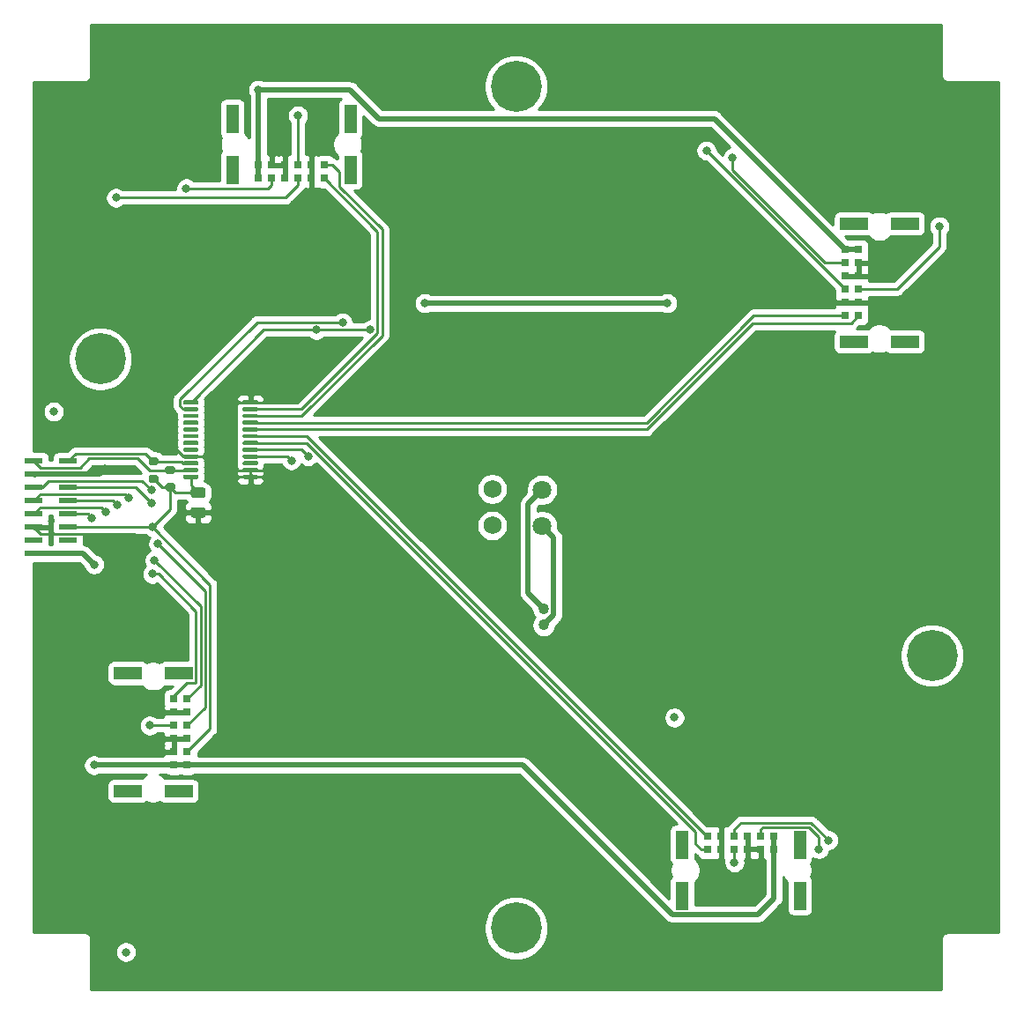
<source format=gbr>
%TF.GenerationSoftware,KiCad,Pcbnew,(5.1.10)-1*%
%TF.CreationDate,2022-11-13T15:12:26-08:00*%
%TF.ProjectId,-ZFace,2d5a4661-6365-42e6-9b69-6361645f7063,1.0*%
%TF.SameCoordinates,Original*%
%TF.FileFunction,Copper,L1,Top*%
%TF.FilePolarity,Positive*%
%FSLAX46Y46*%
G04 Gerber Fmt 4.6, Leading zero omitted, Abs format (unit mm)*
G04 Created by KiCad (PCBNEW (5.1.10)-1) date 2022-11-13 15:12:26*
%MOMM*%
%LPD*%
G01*
G04 APERTURE LIST*
%TA.AperFunction,ComponentPad*%
%ADD10C,1.750000*%
%TD*%
%TA.AperFunction,ComponentPad*%
%ADD11C,1.800000*%
%TD*%
%TA.AperFunction,ComponentPad*%
%ADD12C,1.030000*%
%TD*%
%TA.AperFunction,SMDPad,CuDef*%
%ADD13R,1.800000X0.600000*%
%TD*%
%TA.AperFunction,ComponentPad*%
%ADD14C,4.900000*%
%TD*%
%TA.AperFunction,SMDPad,CuDef*%
%ADD15R,2.700000X1.200000*%
%TD*%
%TA.AperFunction,SMDPad,CuDef*%
%ADD16R,0.800000X0.800000*%
%TD*%
%TA.AperFunction,SMDPad,CuDef*%
%ADD17R,1.200000X2.700000*%
%TD*%
%TA.AperFunction,ViaPad*%
%ADD18C,0.800000*%
%TD*%
%TA.AperFunction,Conductor*%
%ADD19C,0.250000*%
%TD*%
%TA.AperFunction,Conductor*%
%ADD20C,0.500000*%
%TD*%
%TA.AperFunction,Conductor*%
%ADD21C,0.254000*%
%TD*%
%TA.AperFunction,Conductor*%
%ADD22C,0.100000*%
%TD*%
G04 APERTURE END LIST*
D10*
%TO.P,J8,1*%
%TO.N,Net-(J8-Pad1)*%
X158200000Y-83750000D03*
%TO.P,J8,2*%
%TO.N,Net-(J8-Pad2)*%
X158200000Y-80250000D03*
%TD*%
D11*
%TO.P,J7,1*%
%TO.N,Net-(J6-Pad2)*%
X163000000Y-83800000D03*
%TO.P,J7,2*%
%TO.N,Net-(J6-Pad1)*%
X163000000Y-80300000D03*
%TD*%
D12*
%TO.P,J6,2*%
%TO.N,Net-(J6-Pad2)*%
X163150000Y-93325000D03*
%TO.P,J6,1*%
%TO.N,Net-(J6-Pad1)*%
X163150000Y-91775000D03*
%TD*%
D13*
%TO.P,J1,1*%
%TO.N,VSOLAR*%
X117450000Y-86445000D03*
%TO.P,J1,2*%
X114150000Y-86445000D03*
%TO.P,J1,3*%
%TO.N,Net-(J1-Pad3)*%
X117450000Y-85175000D03*
%TO.P,J1,4*%
%TO.N,Net-(J1-Pad4)*%
X114150000Y-85175000D03*
%TO.P,J1,5*%
%TO.N,3V3*%
X117450000Y-83905000D03*
%TO.P,J1,6*%
%TO.N,GND*%
X114150000Y-83905000D03*
%TO.P,J1,7*%
%TO.N,+MagX*%
X117450000Y-82635000D03*
%TO.P,J1,8*%
%TO.N,-MagX*%
X114150000Y-82635000D03*
%TO.P,J1,9*%
%TO.N,+MagY*%
X117450000Y-81365000D03*
%TO.P,J1,10*%
%TO.N,-MagY*%
X114150000Y-81365000D03*
%TO.P,J1,11*%
%TO.N,+MagZ*%
X117450000Y-80095000D03*
%TO.P,J1,12*%
X114150000Y-80095000D03*
%TO.P,J1,13*%
%TO.N,GND*%
X117450000Y-78825000D03*
%TO.P,J1,14*%
X114150000Y-78825000D03*
%TO.P,J1,15*%
%TO.N,SCL*%
X117450000Y-77555000D03*
%TO.P,J1,16*%
%TO.N,SDA*%
X114150000Y-77555000D03*
%TD*%
D14*
%TO.P,J13,1*%
%TO.N,Net-(J13-Pad1)*%
X200450000Y-96250000D03*
%TD*%
%TO.P,J12,1*%
%TO.N,Net-(J12-Pad1)*%
X160500000Y-41550000D03*
%TD*%
%TO.P,J11,1*%
%TO.N,Net-(J11-Pad1)*%
X120550000Y-67750000D03*
%TD*%
%TO.P,J14,1*%
%TO.N,Net-(J14-Pad1)*%
X160500000Y-122450000D03*
%TD*%
%TO.P,U3,24*%
%TO.N,3V3*%
%TA.AperFunction,SMDPad,CuDef*%
G36*
G01*
X129975000Y-78975000D02*
X129975000Y-79175000D01*
G75*
G02*
X129875000Y-79275000I-100000J0D01*
G01*
X128600000Y-79275000D01*
G75*
G02*
X128500000Y-79175000I0J100000D01*
G01*
X128500000Y-78975000D01*
G75*
G02*
X128600000Y-78875000I100000J0D01*
G01*
X129875000Y-78875000D01*
G75*
G02*
X129975000Y-78975000I0J-100000D01*
G01*
G37*
%TD.AperFunction*%
%TO.P,U3,23*%
%TO.N,SDA*%
%TA.AperFunction,SMDPad,CuDef*%
G36*
G01*
X129975000Y-78325000D02*
X129975000Y-78525000D01*
G75*
G02*
X129875000Y-78625000I-100000J0D01*
G01*
X128600000Y-78625000D01*
G75*
G02*
X128500000Y-78525000I0J100000D01*
G01*
X128500000Y-78325000D01*
G75*
G02*
X128600000Y-78225000I100000J0D01*
G01*
X129875000Y-78225000D01*
G75*
G02*
X129975000Y-78325000I0J-100000D01*
G01*
G37*
%TD.AperFunction*%
%TO.P,U3,22*%
%TO.N,SCL*%
%TA.AperFunction,SMDPad,CuDef*%
G36*
G01*
X129975000Y-77675000D02*
X129975000Y-77875000D01*
G75*
G02*
X129875000Y-77975000I-100000J0D01*
G01*
X128600000Y-77975000D01*
G75*
G02*
X128500000Y-77875000I0J100000D01*
G01*
X128500000Y-77675000D01*
G75*
G02*
X128600000Y-77575000I100000J0D01*
G01*
X129875000Y-77575000D01*
G75*
G02*
X129975000Y-77675000I0J-100000D01*
G01*
G37*
%TD.AperFunction*%
%TO.P,U3,21*%
%TO.N,GND*%
%TA.AperFunction,SMDPad,CuDef*%
G36*
G01*
X129975000Y-77025000D02*
X129975000Y-77225000D01*
G75*
G02*
X129875000Y-77325000I-100000J0D01*
G01*
X128600000Y-77325000D01*
G75*
G02*
X128500000Y-77225000I0J100000D01*
G01*
X128500000Y-77025000D01*
G75*
G02*
X128600000Y-76925000I100000J0D01*
G01*
X129875000Y-76925000D01*
G75*
G02*
X129975000Y-77025000I0J-100000D01*
G01*
G37*
%TD.AperFunction*%
%TO.P,U3,20*%
%TO.N,Net-(U3-Pad20)*%
%TA.AperFunction,SMDPad,CuDef*%
G36*
G01*
X129975000Y-76375000D02*
X129975000Y-76575000D01*
G75*
G02*
X129875000Y-76675000I-100000J0D01*
G01*
X128600000Y-76675000D01*
G75*
G02*
X128500000Y-76575000I0J100000D01*
G01*
X128500000Y-76375000D01*
G75*
G02*
X128600000Y-76275000I100000J0D01*
G01*
X129875000Y-76275000D01*
G75*
G02*
X129975000Y-76375000I0J-100000D01*
G01*
G37*
%TD.AperFunction*%
%TO.P,U3,19*%
%TO.N,Net-(U3-Pad19)*%
%TA.AperFunction,SMDPad,CuDef*%
G36*
G01*
X129975000Y-75725000D02*
X129975000Y-75925000D01*
G75*
G02*
X129875000Y-76025000I-100000J0D01*
G01*
X128600000Y-76025000D01*
G75*
G02*
X128500000Y-75925000I0J100000D01*
G01*
X128500000Y-75725000D01*
G75*
G02*
X128600000Y-75625000I100000J0D01*
G01*
X129875000Y-75625000D01*
G75*
G02*
X129975000Y-75725000I0J-100000D01*
G01*
G37*
%TD.AperFunction*%
%TO.P,U3,18*%
%TO.N,Net-(U3-Pad18)*%
%TA.AperFunction,SMDPad,CuDef*%
G36*
G01*
X129975000Y-75075000D02*
X129975000Y-75275000D01*
G75*
G02*
X129875000Y-75375000I-100000J0D01*
G01*
X128600000Y-75375000D01*
G75*
G02*
X128500000Y-75275000I0J100000D01*
G01*
X128500000Y-75075000D01*
G75*
G02*
X128600000Y-74975000I100000J0D01*
G01*
X129875000Y-74975000D01*
G75*
G02*
X129975000Y-75075000I0J-100000D01*
G01*
G37*
%TD.AperFunction*%
%TO.P,U3,17*%
%TO.N,Net-(U3-Pad17)*%
%TA.AperFunction,SMDPad,CuDef*%
G36*
G01*
X129975000Y-74425000D02*
X129975000Y-74625000D01*
G75*
G02*
X129875000Y-74725000I-100000J0D01*
G01*
X128600000Y-74725000D01*
G75*
G02*
X128500000Y-74625000I0J100000D01*
G01*
X128500000Y-74425000D01*
G75*
G02*
X128600000Y-74325000I100000J0D01*
G01*
X129875000Y-74325000D01*
G75*
G02*
X129975000Y-74425000I0J-100000D01*
G01*
G37*
%TD.AperFunction*%
%TO.P,U3,16*%
%TO.N,Net-(U3-Pad16)*%
%TA.AperFunction,SMDPad,CuDef*%
G36*
G01*
X129975000Y-73775000D02*
X129975000Y-73975000D01*
G75*
G02*
X129875000Y-74075000I-100000J0D01*
G01*
X128600000Y-74075000D01*
G75*
G02*
X128500000Y-73975000I0J100000D01*
G01*
X128500000Y-73775000D01*
G75*
G02*
X128600000Y-73675000I100000J0D01*
G01*
X129875000Y-73675000D01*
G75*
G02*
X129975000Y-73775000I0J-100000D01*
G01*
G37*
%TD.AperFunction*%
%TO.P,U3,15*%
%TO.N,Net-(U3-Pad15)*%
%TA.AperFunction,SMDPad,CuDef*%
G36*
G01*
X129975000Y-73125000D02*
X129975000Y-73325000D01*
G75*
G02*
X129875000Y-73425000I-100000J0D01*
G01*
X128600000Y-73425000D01*
G75*
G02*
X128500000Y-73325000I0J100000D01*
G01*
X128500000Y-73125000D01*
G75*
G02*
X128600000Y-73025000I100000J0D01*
G01*
X129875000Y-73025000D01*
G75*
G02*
X129975000Y-73125000I0J-100000D01*
G01*
G37*
%TD.AperFunction*%
%TO.P,U3,14*%
%TO.N,SCL5*%
%TA.AperFunction,SMDPad,CuDef*%
G36*
G01*
X129975000Y-72475000D02*
X129975000Y-72675000D01*
G75*
G02*
X129875000Y-72775000I-100000J0D01*
G01*
X128600000Y-72775000D01*
G75*
G02*
X128500000Y-72675000I0J100000D01*
G01*
X128500000Y-72475000D01*
G75*
G02*
X128600000Y-72375000I100000J0D01*
G01*
X129875000Y-72375000D01*
G75*
G02*
X129975000Y-72475000I0J-100000D01*
G01*
G37*
%TD.AperFunction*%
%TO.P,U3,13*%
%TO.N,SDA5*%
%TA.AperFunction,SMDPad,CuDef*%
G36*
G01*
X129975000Y-71825000D02*
X129975000Y-72025000D01*
G75*
G02*
X129875000Y-72125000I-100000J0D01*
G01*
X128600000Y-72125000D01*
G75*
G02*
X128500000Y-72025000I0J100000D01*
G01*
X128500000Y-71825000D01*
G75*
G02*
X128600000Y-71725000I100000J0D01*
G01*
X129875000Y-71725000D01*
G75*
G02*
X129975000Y-71825000I0J-100000D01*
G01*
G37*
%TD.AperFunction*%
%TO.P,U3,12*%
%TO.N,GND*%
%TA.AperFunction,SMDPad,CuDef*%
G36*
G01*
X135700000Y-71825000D02*
X135700000Y-72025000D01*
G75*
G02*
X135600000Y-72125000I-100000J0D01*
G01*
X134325000Y-72125000D01*
G75*
G02*
X134225000Y-72025000I0J100000D01*
G01*
X134225000Y-71825000D01*
G75*
G02*
X134325000Y-71725000I100000J0D01*
G01*
X135600000Y-71725000D01*
G75*
G02*
X135700000Y-71825000I0J-100000D01*
G01*
G37*
%TD.AperFunction*%
%TO.P,U3,11*%
%TO.N,SCL3*%
%TA.AperFunction,SMDPad,CuDef*%
G36*
G01*
X135700000Y-72475000D02*
X135700000Y-72675000D01*
G75*
G02*
X135600000Y-72775000I-100000J0D01*
G01*
X134325000Y-72775000D01*
G75*
G02*
X134225000Y-72675000I0J100000D01*
G01*
X134225000Y-72475000D01*
G75*
G02*
X134325000Y-72375000I100000J0D01*
G01*
X135600000Y-72375000D01*
G75*
G02*
X135700000Y-72475000I0J-100000D01*
G01*
G37*
%TD.AperFunction*%
%TO.P,U3,10*%
%TO.N,SDA3*%
%TA.AperFunction,SMDPad,CuDef*%
G36*
G01*
X135700000Y-73125000D02*
X135700000Y-73325000D01*
G75*
G02*
X135600000Y-73425000I-100000J0D01*
G01*
X134325000Y-73425000D01*
G75*
G02*
X134225000Y-73325000I0J100000D01*
G01*
X134225000Y-73125000D01*
G75*
G02*
X134325000Y-73025000I100000J0D01*
G01*
X135600000Y-73025000D01*
G75*
G02*
X135700000Y-73125000I0J-100000D01*
G01*
G37*
%TD.AperFunction*%
%TO.P,U3,9*%
%TO.N,SCL2*%
%TA.AperFunction,SMDPad,CuDef*%
G36*
G01*
X135700000Y-73775000D02*
X135700000Y-73975000D01*
G75*
G02*
X135600000Y-74075000I-100000J0D01*
G01*
X134325000Y-74075000D01*
G75*
G02*
X134225000Y-73975000I0J100000D01*
G01*
X134225000Y-73775000D01*
G75*
G02*
X134325000Y-73675000I100000J0D01*
G01*
X135600000Y-73675000D01*
G75*
G02*
X135700000Y-73775000I0J-100000D01*
G01*
G37*
%TD.AperFunction*%
%TO.P,U3,8*%
%TO.N,SDA2*%
%TA.AperFunction,SMDPad,CuDef*%
G36*
G01*
X135700000Y-74425000D02*
X135700000Y-74625000D01*
G75*
G02*
X135600000Y-74725000I-100000J0D01*
G01*
X134325000Y-74725000D01*
G75*
G02*
X134225000Y-74625000I0J100000D01*
G01*
X134225000Y-74425000D01*
G75*
G02*
X134325000Y-74325000I100000J0D01*
G01*
X135600000Y-74325000D01*
G75*
G02*
X135700000Y-74425000I0J-100000D01*
G01*
G37*
%TD.AperFunction*%
%TO.P,U3,7*%
%TO.N,SCL1*%
%TA.AperFunction,SMDPad,CuDef*%
G36*
G01*
X135700000Y-75075000D02*
X135700000Y-75275000D01*
G75*
G02*
X135600000Y-75375000I-100000J0D01*
G01*
X134325000Y-75375000D01*
G75*
G02*
X134225000Y-75275000I0J100000D01*
G01*
X134225000Y-75075000D01*
G75*
G02*
X134325000Y-74975000I100000J0D01*
G01*
X135600000Y-74975000D01*
G75*
G02*
X135700000Y-75075000I0J-100000D01*
G01*
G37*
%TD.AperFunction*%
%TO.P,U3,6*%
%TO.N,SDA1*%
%TA.AperFunction,SMDPad,CuDef*%
G36*
G01*
X135700000Y-75725000D02*
X135700000Y-75925000D01*
G75*
G02*
X135600000Y-76025000I-100000J0D01*
G01*
X134325000Y-76025000D01*
G75*
G02*
X134225000Y-75925000I0J100000D01*
G01*
X134225000Y-75725000D01*
G75*
G02*
X134325000Y-75625000I100000J0D01*
G01*
X135600000Y-75625000D01*
G75*
G02*
X135700000Y-75725000I0J-100000D01*
G01*
G37*
%TD.AperFunction*%
%TO.P,U3,5*%
%TO.N,SCL4*%
%TA.AperFunction,SMDPad,CuDef*%
G36*
G01*
X135700000Y-76375000D02*
X135700000Y-76575000D01*
G75*
G02*
X135600000Y-76675000I-100000J0D01*
G01*
X134325000Y-76675000D01*
G75*
G02*
X134225000Y-76575000I0J100000D01*
G01*
X134225000Y-76375000D01*
G75*
G02*
X134325000Y-76275000I100000J0D01*
G01*
X135600000Y-76275000D01*
G75*
G02*
X135700000Y-76375000I0J-100000D01*
G01*
G37*
%TD.AperFunction*%
%TO.P,U3,4*%
%TO.N,SDA4*%
%TA.AperFunction,SMDPad,CuDef*%
G36*
G01*
X135700000Y-77025000D02*
X135700000Y-77225000D01*
G75*
G02*
X135600000Y-77325000I-100000J0D01*
G01*
X134325000Y-77325000D01*
G75*
G02*
X134225000Y-77225000I0J100000D01*
G01*
X134225000Y-77025000D01*
G75*
G02*
X134325000Y-76925000I100000J0D01*
G01*
X135600000Y-76925000D01*
G75*
G02*
X135700000Y-77025000I0J-100000D01*
G01*
G37*
%TD.AperFunction*%
%TO.P,U3,3*%
%TO.N,Net-(U3-Pad3)*%
%TA.AperFunction,SMDPad,CuDef*%
G36*
G01*
X135700000Y-77675000D02*
X135700000Y-77875000D01*
G75*
G02*
X135600000Y-77975000I-100000J0D01*
G01*
X134325000Y-77975000D01*
G75*
G02*
X134225000Y-77875000I0J100000D01*
G01*
X134225000Y-77675000D01*
G75*
G02*
X134325000Y-77575000I100000J0D01*
G01*
X135600000Y-77575000D01*
G75*
G02*
X135700000Y-77675000I0J-100000D01*
G01*
G37*
%TD.AperFunction*%
%TO.P,U3,2*%
%TO.N,GND*%
%TA.AperFunction,SMDPad,CuDef*%
G36*
G01*
X135700000Y-78325000D02*
X135700000Y-78525000D01*
G75*
G02*
X135600000Y-78625000I-100000J0D01*
G01*
X134325000Y-78625000D01*
G75*
G02*
X134225000Y-78525000I0J100000D01*
G01*
X134225000Y-78325000D01*
G75*
G02*
X134325000Y-78225000I100000J0D01*
G01*
X135600000Y-78225000D01*
G75*
G02*
X135700000Y-78325000I0J-100000D01*
G01*
G37*
%TD.AperFunction*%
%TO.P,U3,1*%
%TA.AperFunction,SMDPad,CuDef*%
G36*
G01*
X135700000Y-78975000D02*
X135700000Y-79175000D01*
G75*
G02*
X135600000Y-79275000I-100000J0D01*
G01*
X134325000Y-79275000D01*
G75*
G02*
X134225000Y-79175000I0J100000D01*
G01*
X134225000Y-78975000D01*
G75*
G02*
X134325000Y-78875000I100000J0D01*
G01*
X135600000Y-78875000D01*
G75*
G02*
X135700000Y-78975000I0J-100000D01*
G01*
G37*
%TD.AperFunction*%
%TD*%
%TO.P,R2,2*%
%TO.N,SDA*%
%TA.AperFunction,SMDPad,CuDef*%
G36*
G01*
X127525000Y-78825000D02*
X126975000Y-78825000D01*
G75*
G02*
X126775000Y-78625000I0J200000D01*
G01*
X126775000Y-78225000D01*
G75*
G02*
X126975000Y-78025000I200000J0D01*
G01*
X127525000Y-78025000D01*
G75*
G02*
X127725000Y-78225000I0J-200000D01*
G01*
X127725000Y-78625000D01*
G75*
G02*
X127525000Y-78825000I-200000J0D01*
G01*
G37*
%TD.AperFunction*%
%TO.P,R2,1*%
%TO.N,3V3*%
%TA.AperFunction,SMDPad,CuDef*%
G36*
G01*
X127525000Y-80475000D02*
X126975000Y-80475000D01*
G75*
G02*
X126775000Y-80275000I0J200000D01*
G01*
X126775000Y-79875000D01*
G75*
G02*
X126975000Y-79675000I200000J0D01*
G01*
X127525000Y-79675000D01*
G75*
G02*
X127725000Y-79875000I0J-200000D01*
G01*
X127725000Y-80275000D01*
G75*
G02*
X127525000Y-80475000I-200000J0D01*
G01*
G37*
%TD.AperFunction*%
%TD*%
%TO.P,R1,2*%
%TO.N,SCL*%
%TA.AperFunction,SMDPad,CuDef*%
G36*
G01*
X125925000Y-78000000D02*
X125375000Y-78000000D01*
G75*
G02*
X125175000Y-77800000I0J200000D01*
G01*
X125175000Y-77400000D01*
G75*
G02*
X125375000Y-77200000I200000J0D01*
G01*
X125925000Y-77200000D01*
G75*
G02*
X126125000Y-77400000I0J-200000D01*
G01*
X126125000Y-77800000D01*
G75*
G02*
X125925000Y-78000000I-200000J0D01*
G01*
G37*
%TD.AperFunction*%
%TO.P,R1,1*%
%TO.N,3V3*%
%TA.AperFunction,SMDPad,CuDef*%
G36*
G01*
X125925000Y-79650000D02*
X125375000Y-79650000D01*
G75*
G02*
X125175000Y-79450000I0J200000D01*
G01*
X125175000Y-79050000D01*
G75*
G02*
X125375000Y-78850000I200000J0D01*
G01*
X125925000Y-78850000D01*
G75*
G02*
X126125000Y-79050000I0J-200000D01*
G01*
X126125000Y-79450000D01*
G75*
G02*
X125925000Y-79650000I-200000J0D01*
G01*
G37*
%TD.AperFunction*%
%TD*%
D15*
%TO.P,J5,*%
%TO.N,*%
X128065000Y-97930000D03*
X123165000Y-109270000D03*
X123165000Y-97930000D03*
X128065000Y-109270000D03*
D16*
%TO.P,J5,2*%
%TO.N,3V3*%
X128885000Y-105505000D03*
%TO.P,J5,8*%
%TO.N,GND*%
X127615000Y-105505000D03*
%TO.P,J5,6*%
%TO.N,SCL4*%
X128885000Y-100425000D03*
%TO.P,J5,1*%
%TO.N,VSOLAR*%
X128885000Y-106775000D03*
%TO.P,J5,7*%
X127615000Y-106775000D03*
%TO.P,J5,4*%
%TO.N,-MagY*%
X128885000Y-102965000D03*
%TO.P,J5,3*%
%TO.N,GND*%
X128885000Y-104235000D03*
%TO.P,J5,10*%
%TO.N,+MagY*%
X127615000Y-102965000D03*
%TO.P,J5,9*%
%TO.N,GND*%
X127615000Y-104235000D03*
%TO.P,J5,5*%
X128885000Y-101695000D03*
%TO.P,J5,12*%
%TO.N,SDA4*%
X127615000Y-100425000D03*
%TO.P,J5,11*%
%TO.N,GND*%
X127615000Y-101695000D03*
%TD*%
D17*
%TO.P,J4,*%
%TO.N,*%
X144570000Y-49565000D03*
X133230000Y-44665000D03*
X144570000Y-44665000D03*
X133230000Y-49565000D03*
D16*
%TO.P,J4,2*%
%TO.N,3V3*%
X136995000Y-50385000D03*
%TO.P,J4,8*%
%TO.N,GND*%
X136995000Y-49115000D03*
%TO.P,J4,6*%
%TO.N,SCL3*%
X142075000Y-50385000D03*
%TO.P,J4,1*%
%TO.N,VSOLAR*%
X135725000Y-50385000D03*
%TO.P,J4,7*%
X135725000Y-49115000D03*
%TO.P,J4,4*%
%TO.N,-MagX*%
X139535000Y-50385000D03*
%TO.P,J4,3*%
%TO.N,GND*%
X138265000Y-50385000D03*
%TO.P,J4,10*%
%TO.N,+MagX*%
X139535000Y-49115000D03*
%TO.P,J4,9*%
%TO.N,GND*%
X138265000Y-49115000D03*
%TO.P,J4,5*%
X140805000Y-50385000D03*
%TO.P,J4,12*%
%TO.N,SDA3*%
X142075000Y-49115000D03*
%TO.P,J4,11*%
%TO.N,GND*%
X140805000Y-49115000D03*
%TD*%
D15*
%TO.P,J3,*%
%TO.N,*%
X192935000Y-66070000D03*
X197835000Y-54730000D03*
X197835000Y-66070000D03*
X192935000Y-54730000D03*
D16*
%TO.P,J3,2*%
%TO.N,3V3*%
X192115000Y-58495000D03*
%TO.P,J3,8*%
%TO.N,GND*%
X193385000Y-58495000D03*
%TO.P,J3,6*%
%TO.N,SCL2*%
X192115000Y-63575000D03*
%TO.P,J3,1*%
%TO.N,VSOLAR*%
X192115000Y-57225000D03*
%TO.P,J3,7*%
X193385000Y-57225000D03*
%TO.P,J3,4*%
%TO.N,+MagY*%
X192115000Y-61035000D03*
%TO.P,J3,3*%
%TO.N,GND*%
X192115000Y-59765000D03*
%TO.P,J3,10*%
%TO.N,-MagY*%
X193385000Y-61035000D03*
%TO.P,J3,9*%
%TO.N,GND*%
X193385000Y-59765000D03*
%TO.P,J3,5*%
X192115000Y-62305000D03*
%TO.P,J3,12*%
%TO.N,SDA2*%
X193385000Y-63575000D03*
%TO.P,J3,11*%
%TO.N,GND*%
X193385000Y-62305000D03*
%TD*%
D17*
%TO.P,J2,*%
%TO.N,*%
X176430000Y-114420000D03*
X187770000Y-119320000D03*
X176430000Y-119320000D03*
X187770000Y-114420000D03*
D16*
%TO.P,J2,2*%
%TO.N,3V3*%
X184005000Y-113600000D03*
%TO.P,J2,8*%
%TO.N,GND*%
X184005000Y-114870000D03*
%TO.P,J2,6*%
%TO.N,SCL1*%
X178925000Y-113600000D03*
%TO.P,J2,1*%
%TO.N,VSOLAR*%
X185275000Y-113600000D03*
%TO.P,J2,7*%
X185275000Y-114870000D03*
%TO.P,J2,4*%
%TO.N,+MagX*%
X181465000Y-113600000D03*
%TO.P,J2,3*%
%TO.N,GND*%
X182735000Y-113600000D03*
%TO.P,J2,10*%
%TO.N,-MagX*%
X181465000Y-114870000D03*
%TO.P,J2,9*%
%TO.N,GND*%
X182735000Y-114870000D03*
%TO.P,J2,5*%
X180195000Y-113600000D03*
%TO.P,J2,12*%
%TO.N,SDA1*%
X178925000Y-114870000D03*
%TO.P,J2,11*%
%TO.N,GND*%
X180195000Y-114870000D03*
%TD*%
%TO.P,C4,2*%
%TO.N,GND*%
%TA.AperFunction,SMDPad,CuDef*%
G36*
G01*
X129475000Y-82000000D02*
X130425000Y-82000000D01*
G75*
G02*
X130675000Y-82250000I0J-250000D01*
G01*
X130675000Y-82750000D01*
G75*
G02*
X130425000Y-83000000I-250000J0D01*
G01*
X129475000Y-83000000D01*
G75*
G02*
X129225000Y-82750000I0J250000D01*
G01*
X129225000Y-82250000D01*
G75*
G02*
X129475000Y-82000000I250000J0D01*
G01*
G37*
%TD.AperFunction*%
%TO.P,C4,1*%
%TO.N,3V3*%
%TA.AperFunction,SMDPad,CuDef*%
G36*
G01*
X129475000Y-80100000D02*
X130425000Y-80100000D01*
G75*
G02*
X130675000Y-80350000I0J-250000D01*
G01*
X130675000Y-80850000D01*
G75*
G02*
X130425000Y-81100000I-250000J0D01*
G01*
X129475000Y-81100000D01*
G75*
G02*
X129225000Y-80850000I0J250000D01*
G01*
X129225000Y-80350000D01*
G75*
G02*
X129475000Y-80100000I250000J0D01*
G01*
G37*
%TD.AperFunction*%
%TD*%
D18*
%TO.N,GND*%
X121000000Y-78300000D03*
X124300000Y-85050000D03*
X121000000Y-74900000D03*
X152950000Y-71250000D03*
X139150000Y-66800000D03*
X125700000Y-95500000D03*
X132950000Y-124600000D03*
X178650000Y-96100000D03*
X150810000Y-67740000D03*
X202400000Y-110600000D03*
X155400000Y-100950000D03*
%TO.N,VSOLAR*%
X119950000Y-87500000D03*
X135725000Y-41875000D03*
X119925000Y-106775000D03*
X116050000Y-72800000D03*
X123000000Y-124750000D03*
%TO.N,3V3*%
X128800000Y-51350000D03*
X189600000Y-114850000D03*
X125575000Y-83875000D03*
X181300000Y-48400000D03*
%TO.N,Net-(D1-Pad1)*%
X151700000Y-62400000D03*
X175000000Y-62400000D03*
%TO.N,+MagZ*%
X175700000Y-102200000D03*
X125450000Y-80350000D03*
X125450000Y-81600000D03*
%TO.N,-MagY*%
X123250000Y-81050000D03*
X126100000Y-85500000D03*
X201150000Y-55000000D03*
%TO.N,+MagY*%
X122200000Y-81800000D03*
X125285000Y-102965000D03*
X178775000Y-47725000D03*
%TO.N,-MagX*%
X121050000Y-82450000D03*
X181465000Y-116135000D03*
X122050000Y-52250000D03*
%TO.N,+MagX*%
X119700000Y-83000000D03*
X139543205Y-44356795D03*
X190500000Y-114000000D03*
%TO.N,SCL4*%
X125750000Y-87100000D03*
X140500000Y-77100000D03*
%TO.N,SDA4*%
X125550000Y-88400000D03*
X138900000Y-77500000D03*
%TO.N,SCL5*%
X143814999Y-64224999D03*
%TO.N,SDA5*%
X146450000Y-64950000D03*
X141300000Y-64950000D03*
%TD*%
D19*
%TO.N,GND*%
X134962500Y-79075000D02*
X134962500Y-78425000D01*
X136995000Y-49115000D02*
X138265000Y-49115000D01*
X138265000Y-49115000D02*
X138265000Y-50385000D01*
X140805000Y-49115000D02*
X140805000Y-50385000D01*
X114775001Y-84530001D02*
X120480001Y-84530001D01*
X114150000Y-83905000D02*
X114775001Y-84530001D01*
X121000000Y-78300000D02*
X121000000Y-78300000D01*
D20*
X120475000Y-78825000D02*
X121000000Y-78300000D01*
X114150000Y-78825000D02*
X120475000Y-78825000D01*
D19*
X120480001Y-84530001D02*
X123780001Y-84530001D01*
X123780001Y-84530001D02*
X124300000Y-85050000D01*
X124300000Y-85050000D02*
X124350000Y-85100000D01*
X128885000Y-101695000D02*
X125705000Y-101695000D01*
X128885000Y-104235000D02*
X124635000Y-104235000D01*
X127615000Y-105505000D02*
X127615000Y-104235000D01*
X180195000Y-113600000D02*
X180195000Y-114870000D01*
X182735000Y-113600000D02*
X182735000Y-114870000D01*
X184005000Y-114870000D02*
X182735000Y-114870000D01*
X184005000Y-114870000D02*
X184005000Y-115855000D01*
X180195000Y-114870000D02*
X180195000Y-116095000D01*
X192115000Y-59765000D02*
X193385000Y-59765000D01*
X193385000Y-58495000D02*
X193385000Y-59765000D01*
X192115000Y-62305000D02*
X193385000Y-62305000D01*
X193385000Y-62305000D02*
X195395000Y-62305000D01*
X128548942Y-77125000D02*
X127650000Y-76226058D01*
X129237500Y-77125000D02*
X128548942Y-77125000D01*
X127650000Y-76226058D02*
X126073942Y-76226058D01*
X134962500Y-79075000D02*
X133325000Y-79075000D01*
X131375000Y-77125000D02*
X130375000Y-77125000D01*
X130375000Y-77125000D02*
X130675000Y-77125000D01*
X129237500Y-77125000D02*
X130375000Y-77125000D01*
X134225000Y-71925000D02*
X134962500Y-71925000D01*
X131375000Y-77125000D02*
X131375000Y-74775000D01*
X132675000Y-78425000D02*
X131375000Y-77125000D01*
X134962500Y-78425000D02*
X132675000Y-78425000D01*
X133325000Y-79075000D02*
X132675000Y-78425000D01*
X134962500Y-71925000D02*
X136525000Y-71925000D01*
X134962500Y-71925000D02*
X134962500Y-71162500D01*
X134962500Y-78425000D02*
X136275000Y-78425000D01*
X134962500Y-79075000D02*
X136175000Y-79075000D01*
X134962500Y-71925000D02*
X133425000Y-71925000D01*
X136525000Y-71925000D02*
X139475000Y-71925000D01*
X139475000Y-71925000D02*
X140200000Y-71200000D01*
D20*
%TO.N,VSOLAR*%
X114150000Y-86445000D02*
X118895000Y-86445000D01*
X118895000Y-86445000D02*
X119950000Y-87500000D01*
X119950000Y-87500000D02*
X119950000Y-87500000D01*
X185275000Y-113600000D02*
X185275000Y-119585002D01*
X193385000Y-57225000D02*
X192115000Y-57225000D01*
X190550000Y-55660000D02*
X192115000Y-57225000D01*
X179540000Y-44650000D02*
X190550000Y-55660000D01*
X147315002Y-44650000D02*
X179540000Y-44650000D01*
X144540002Y-41875000D02*
X147315002Y-44650000D01*
X135725000Y-41875000D02*
X135725000Y-41875000D01*
X135725000Y-50385000D02*
X135725000Y-41875000D01*
X135725000Y-41875000D02*
X144540002Y-41875000D01*
X183740001Y-121120001D02*
X185275000Y-119585002D01*
X175469999Y-121120001D02*
X183740001Y-121120001D01*
X173899997Y-119549999D02*
X175469999Y-121120001D01*
X128885000Y-106775000D02*
X119925000Y-106775000D01*
X175469999Y-121120001D02*
X175469999Y-121119999D01*
X161125000Y-106775000D02*
X127615000Y-106775000D01*
X175469999Y-121119999D02*
X161125000Y-106775000D01*
X119925000Y-106775000D02*
X119925000Y-106775000D01*
D19*
%TO.N,SDA*%
X129237500Y-78425000D02*
X127250000Y-78425000D01*
X114150000Y-77555000D02*
X114775001Y-78180001D01*
X118610001Y-78180001D02*
X119489992Y-77300010D01*
X114775001Y-78180001D02*
X118610001Y-78180001D01*
X124132532Y-77300010D02*
X123949990Y-77300010D01*
X125257522Y-78425000D02*
X124132532Y-77300010D01*
X127250000Y-78425000D02*
X125257522Y-78425000D01*
X119489992Y-77300010D02*
X123949990Y-77300010D01*
%TO.N,SCL*%
X128325000Y-77600000D02*
X125650000Y-77600000D01*
X128500000Y-77775000D02*
X128325000Y-77600000D01*
X129237500Y-77775000D02*
X128500000Y-77775000D01*
X118155000Y-76850000D02*
X117450000Y-77555000D01*
X124900000Y-76850000D02*
X118155000Y-76850000D01*
X125650000Y-77600000D02*
X124900000Y-76850000D01*
%TO.N,3V3*%
X129237500Y-79887500D02*
X129950000Y-80600000D01*
X129237500Y-79075000D02*
X129237500Y-79887500D01*
X127775000Y-80600000D02*
X127250000Y-80075000D01*
X129950000Y-80600000D02*
X127775000Y-80600000D01*
X126475000Y-80075000D02*
X125650000Y-79250000D01*
X127250000Y-80075000D02*
X126475000Y-80075000D01*
X117450000Y-83905000D02*
X125545000Y-83905000D01*
X127250000Y-82200000D02*
X127250000Y-80075000D01*
X125545000Y-83905000D02*
X125575000Y-83875000D01*
X131090028Y-89450028D02*
X125545000Y-83905000D01*
X131090028Y-103299972D02*
X131090028Y-89450028D01*
X128885000Y-105505000D02*
X131090028Y-103299972D01*
X188630001Y-112744999D02*
X189600000Y-113714998D01*
X184210001Y-112744999D02*
X188630001Y-112744999D01*
X184005000Y-112950000D02*
X184210001Y-112744999D01*
X184005000Y-113600000D02*
X184005000Y-112950000D01*
X189600000Y-113714998D02*
X189600000Y-114850000D01*
X136995000Y-51035000D02*
X136680000Y-51350000D01*
X136995000Y-50385000D02*
X136995000Y-51035000D01*
X136680000Y-51350000D02*
X128800000Y-51350000D01*
X128800000Y-51350000D02*
X128800000Y-51350000D01*
X189600000Y-114850000D02*
X189600000Y-114850000D01*
X125575000Y-83875000D02*
X127250000Y-82200000D01*
X192115000Y-58495000D02*
X190181410Y-58495000D01*
X190181410Y-58495000D02*
X181300000Y-49613590D01*
X181300000Y-49613590D02*
X181300000Y-48400000D01*
X181300000Y-48400000D02*
X181300000Y-48400000D01*
D20*
%TO.N,Net-(D1-Pad1)*%
X151700000Y-62400000D02*
X175000000Y-62400000D01*
X175000000Y-62400000D02*
X175000000Y-62400000D01*
D19*
%TO.N,+MagZ*%
X114150000Y-80095000D02*
X114955000Y-80095000D01*
X114955000Y-80095000D02*
X115599999Y-79450001D01*
X115599999Y-79450001D02*
X120249999Y-79450001D01*
X117450000Y-80095000D02*
X121645000Y-80095000D01*
X120249999Y-79450001D02*
X124550001Y-79450001D01*
X124550001Y-79450001D02*
X125450000Y-80350000D01*
X121645000Y-80095000D02*
X123945000Y-80095000D01*
X123945000Y-80095000D02*
X125450000Y-81600000D01*
X125450000Y-80350000D02*
X125450000Y-80350000D01*
X125450000Y-81600000D02*
X125450000Y-81600000D01*
%TO.N,-MagY*%
X114775001Y-80739999D02*
X120089999Y-80739999D01*
X114150000Y-81365000D02*
X114775001Y-80739999D01*
X120089999Y-80739999D02*
X122939999Y-80739999D01*
X122939999Y-80739999D02*
X123250000Y-81050000D01*
X123250000Y-81050000D02*
X123250000Y-81050000D01*
X130640019Y-101209981D02*
X130640019Y-90040019D01*
X128885000Y-102965000D02*
X130640019Y-101209981D01*
X130640019Y-90040019D02*
X126100000Y-85500000D01*
X126100000Y-85500000D02*
X126100000Y-85500000D01*
X193385000Y-61035000D02*
X195103188Y-61035000D01*
X201150000Y-55000000D02*
X201150000Y-55000000D01*
X201150000Y-55000000D02*
X201150000Y-56950000D01*
X197065000Y-61035000D02*
X195103188Y-61035000D01*
X201150000Y-56950000D02*
X197065000Y-61035000D01*
%TO.N,+MagY*%
X117450000Y-81365000D02*
X121765000Y-81365000D01*
X121765000Y-81365000D02*
X122200000Y-81800000D01*
X122200000Y-81800000D02*
X122200000Y-81800000D01*
X127615000Y-102965000D02*
X125285000Y-102965000D01*
X125285000Y-102965000D02*
X125265000Y-102965000D01*
X192115000Y-61035000D02*
X192085000Y-61035000D01*
X192085000Y-61035000D02*
X178775000Y-47725000D01*
X178775000Y-47725000D02*
X178700000Y-47650000D01*
%TO.N,-MagX*%
X114150000Y-82635000D02*
X114775001Y-82009999D01*
X114775001Y-82009999D02*
X120609999Y-82009999D01*
X120609999Y-82009999D02*
X121050000Y-82450000D01*
X121050000Y-82450000D02*
X121050000Y-82450000D01*
X181465000Y-114870000D02*
X181465000Y-116135000D01*
X181465000Y-116135000D02*
X181465000Y-116135000D01*
X139535000Y-51035000D02*
X138320000Y-52250000D01*
X139535000Y-50385000D02*
X139535000Y-51035000D01*
X138320000Y-52250000D02*
X127950000Y-52250000D01*
X127950000Y-52250000D02*
X122050000Y-52250000D01*
X122050000Y-52250000D02*
X122050000Y-52250000D01*
%TO.N,+MagX*%
X117450000Y-82635000D02*
X119335000Y-82635000D01*
X119335000Y-82635000D02*
X119700000Y-83000000D01*
X119700000Y-83000000D02*
X119700000Y-83000000D01*
X188816402Y-112294990D02*
X190500000Y-113978588D01*
X182120011Y-112294989D02*
X188816402Y-112294990D01*
X181465000Y-112950000D02*
X182120011Y-112294989D01*
X181465000Y-113600000D02*
X181465000Y-112950000D01*
X139535000Y-44365000D02*
X139543205Y-44356795D01*
X139535000Y-49115000D02*
X139535000Y-44365000D01*
%TO.N,SCL1*%
X178925000Y-113600000D02*
X178781412Y-113600000D01*
X140356412Y-75175000D02*
X134962500Y-75175000D01*
X178781412Y-113600000D02*
X140356412Y-75175000D01*
%TO.N,SDA1*%
X178275000Y-114870000D02*
X177750000Y-114345000D01*
X178925000Y-114870000D02*
X178275000Y-114870000D01*
X140370002Y-75825000D02*
X134962500Y-75825000D01*
X177750000Y-113204998D02*
X140370002Y-75825000D01*
X177750000Y-114345000D02*
X177750000Y-113204998D01*
%TO.N,SCL2*%
X192115000Y-63575000D02*
X183338590Y-63575000D01*
X173038590Y-73875000D02*
X134962500Y-73875000D01*
X183338590Y-63575000D02*
X173038590Y-73875000D01*
%TO.N,SDA2*%
X134962500Y-74525000D02*
X173025000Y-74525000D01*
X192659999Y-64300001D02*
X193385000Y-63575000D01*
X183249999Y-64300001D02*
X192659999Y-64300001D01*
X173025000Y-74525000D02*
X183249999Y-64300001D01*
%TO.N,SCL3*%
X147175001Y-65298001D02*
X139898002Y-72575000D01*
X139898002Y-72575000D02*
X134962500Y-72575000D01*
X147175001Y-55485001D02*
X147175001Y-65298001D01*
X142075000Y-50385000D02*
X147175001Y-55485001D01*
%TO.N,SDA3*%
X139884412Y-73225000D02*
X134962500Y-73225000D01*
X147625010Y-65484402D02*
X139884412Y-73225000D01*
X147625011Y-55298601D02*
X147625010Y-65484402D01*
X143538205Y-51211795D02*
X143538205Y-49788205D01*
X143538205Y-51211795D02*
X147625011Y-55298601D01*
X142865000Y-49115000D02*
X142075000Y-49115000D01*
X143538205Y-49788205D02*
X142865000Y-49115000D01*
%TO.N,SCL4*%
X130190010Y-99119990D02*
X130190010Y-91540010D01*
X128885000Y-100425000D02*
X130190010Y-99119990D01*
X130190010Y-91540010D02*
X125750000Y-87100000D01*
X125750000Y-87100000D02*
X125750000Y-87100000D01*
X139875000Y-76475000D02*
X140500000Y-77100000D01*
X134962500Y-76475000D02*
X139875000Y-76475000D01*
%TO.N,SDA4*%
X127615000Y-100425000D02*
X127615000Y-100135000D01*
X129740001Y-98790001D02*
X129740001Y-91990001D01*
X129675001Y-98855001D02*
X129740001Y-98790001D01*
X128894999Y-98855001D02*
X129675001Y-98855001D01*
X127615000Y-100135000D02*
X128894999Y-98855001D01*
X129740001Y-91990001D02*
X126150000Y-88400000D01*
X126150000Y-88400000D02*
X125550000Y-88400000D01*
X125550000Y-88400000D02*
X125550000Y-88400000D01*
X138525000Y-77125000D02*
X138900000Y-77500000D01*
X134962500Y-77125000D02*
X138525000Y-77125000D01*
%TO.N,SCL5*%
X143814999Y-64224999D02*
X141474999Y-64224999D01*
X135598943Y-64224999D02*
X141474999Y-64224999D01*
X128174990Y-71648952D02*
X135598943Y-64224999D01*
X128174990Y-72249990D02*
X128174990Y-71648952D01*
X128500000Y-72575000D02*
X128174990Y-72249990D01*
X129237500Y-72575000D02*
X128500000Y-72575000D01*
%TO.N,SDA5*%
X146450000Y-64950000D02*
X141300000Y-64950000D01*
X141300000Y-64950000D02*
X141250000Y-64950000D01*
X136212500Y-64950000D02*
X129237500Y-71925000D01*
X141300000Y-64950000D02*
X136212500Y-64950000D01*
D20*
%TO.N,Net-(J6-Pad2)*%
X164115001Y-84915001D02*
X163000000Y-83800000D01*
X164115001Y-92359999D02*
X164115001Y-84915001D01*
X163150000Y-93325000D02*
X164115001Y-92359999D01*
%TO.N,Net-(J6-Pad1)*%
X161649999Y-90274999D02*
X163150000Y-91775000D01*
X161649999Y-81650001D02*
X161649999Y-90274999D01*
X163000000Y-80300000D02*
X161649999Y-81650001D01*
%TD*%
D21*
%TO.N,GND*%
X201340001Y-40467571D02*
X201336807Y-40500000D01*
X201349550Y-40629383D01*
X201387290Y-40753793D01*
X201448575Y-40868450D01*
X201531052Y-40968948D01*
X201631550Y-41051425D01*
X201746207Y-41112710D01*
X201870617Y-41150450D01*
X201967581Y-41160000D01*
X202000000Y-41163193D01*
X202032419Y-41160000D01*
X206840000Y-41160000D01*
X206840001Y-122840000D01*
X202032419Y-122840000D01*
X202000000Y-122836807D01*
X201967581Y-122840000D01*
X201870617Y-122849550D01*
X201746207Y-122887290D01*
X201631550Y-122948575D01*
X201531052Y-123031052D01*
X201448575Y-123131550D01*
X201387290Y-123246207D01*
X201349550Y-123370617D01*
X201336807Y-123500000D01*
X201340001Y-123532429D01*
X201340000Y-128340000D01*
X119660000Y-128340000D01*
X119660000Y-124648061D01*
X121965000Y-124648061D01*
X121965000Y-124851939D01*
X122004774Y-125051898D01*
X122082795Y-125240256D01*
X122196063Y-125409774D01*
X122340226Y-125553937D01*
X122509744Y-125667205D01*
X122698102Y-125745226D01*
X122898061Y-125785000D01*
X123101939Y-125785000D01*
X123301898Y-125745226D01*
X123490256Y-125667205D01*
X123659774Y-125553937D01*
X123803937Y-125409774D01*
X123917205Y-125240256D01*
X123995226Y-125051898D01*
X124035000Y-124851939D01*
X124035000Y-124648061D01*
X123995226Y-124448102D01*
X123917205Y-124259744D01*
X123803937Y-124090226D01*
X123659774Y-123946063D01*
X123490256Y-123832795D01*
X123301898Y-123754774D01*
X123101939Y-123715000D01*
X122898061Y-123715000D01*
X122698102Y-123754774D01*
X122509744Y-123832795D01*
X122340226Y-123946063D01*
X122196063Y-124090226D01*
X122082795Y-124259744D01*
X122004774Y-124448102D01*
X121965000Y-124648061D01*
X119660000Y-124648061D01*
X119660000Y-123532418D01*
X119663193Y-123500000D01*
X119650450Y-123370617D01*
X119612710Y-123246207D01*
X119551425Y-123131550D01*
X119468948Y-123031052D01*
X119368450Y-122948575D01*
X119253793Y-122887290D01*
X119129383Y-122849550D01*
X119032419Y-122840000D01*
X119000000Y-122836807D01*
X118967581Y-122840000D01*
X114160000Y-122840000D01*
X114160000Y-122146154D01*
X157415000Y-122146154D01*
X157415000Y-122753846D01*
X157533555Y-123349861D01*
X157766108Y-123911295D01*
X158103724Y-124416573D01*
X158533427Y-124846276D01*
X159038705Y-125183892D01*
X159600139Y-125416445D01*
X160196154Y-125535000D01*
X160803846Y-125535000D01*
X161399861Y-125416445D01*
X161961295Y-125183892D01*
X162466573Y-124846276D01*
X162896276Y-124416573D01*
X163233892Y-123911295D01*
X163466445Y-123349861D01*
X163585000Y-122753846D01*
X163585000Y-122146154D01*
X163466445Y-121550139D01*
X163233892Y-120988705D01*
X162896276Y-120483427D01*
X162466573Y-120053724D01*
X161961295Y-119716108D01*
X161399861Y-119483555D01*
X160803846Y-119365000D01*
X160196154Y-119365000D01*
X159600139Y-119483555D01*
X159038705Y-119716108D01*
X158533427Y-120053724D01*
X158103724Y-120483427D01*
X157766108Y-120988705D01*
X157533555Y-121550139D01*
X157415000Y-122146154D01*
X114160000Y-122146154D01*
X114160000Y-104635000D01*
X126576928Y-104635000D01*
X126589188Y-104759482D01*
X126622713Y-104870000D01*
X126589188Y-104980518D01*
X126576928Y-105105000D01*
X126580000Y-105219250D01*
X126738750Y-105378000D01*
X127488000Y-105378000D01*
X127488000Y-104362000D01*
X126738750Y-104362000D01*
X126580000Y-104520750D01*
X126576928Y-104635000D01*
X114160000Y-104635000D01*
X114160000Y-87383072D01*
X115050000Y-87383072D01*
X115174482Y-87370812D01*
X115294180Y-87334502D01*
X115302603Y-87330000D01*
X116297397Y-87330000D01*
X116305820Y-87334502D01*
X116425518Y-87370812D01*
X116550000Y-87383072D01*
X118350000Y-87383072D01*
X118474482Y-87370812D01*
X118547181Y-87348759D01*
X118943465Y-87745044D01*
X118954774Y-87801898D01*
X119032795Y-87990256D01*
X119146063Y-88159774D01*
X119290226Y-88303937D01*
X119459744Y-88417205D01*
X119648102Y-88495226D01*
X119848061Y-88535000D01*
X120051939Y-88535000D01*
X120251898Y-88495226D01*
X120440256Y-88417205D01*
X120609774Y-88303937D01*
X120753937Y-88159774D01*
X120867205Y-87990256D01*
X120945226Y-87801898D01*
X120985000Y-87601939D01*
X120985000Y-87398061D01*
X120945226Y-87198102D01*
X120867205Y-87009744D01*
X120753937Y-86840226D01*
X120609774Y-86696063D01*
X120440256Y-86582795D01*
X120251898Y-86504774D01*
X120195044Y-86493465D01*
X119551534Y-85849956D01*
X119523817Y-85816183D01*
X119389059Y-85705589D01*
X119235313Y-85623411D01*
X119068490Y-85572805D01*
X118979304Y-85564021D01*
X118988072Y-85475000D01*
X118988072Y-84875000D01*
X118975812Y-84750518D01*
X118949870Y-84665000D01*
X124901289Y-84665000D01*
X124915226Y-84678937D01*
X125084744Y-84792205D01*
X125273102Y-84870226D01*
X125275676Y-84870738D01*
X125182795Y-85009744D01*
X125104774Y-85198102D01*
X125065000Y-85398061D01*
X125065000Y-85601939D01*
X125104774Y-85801898D01*
X125182795Y-85990256D01*
X125296063Y-86159774D01*
X125301704Y-86165415D01*
X125259744Y-86182795D01*
X125090226Y-86296063D01*
X124946063Y-86440226D01*
X124832795Y-86609744D01*
X124754774Y-86798102D01*
X124715000Y-86998061D01*
X124715000Y-87201939D01*
X124754774Y-87401898D01*
X124832795Y-87590256D01*
X124858125Y-87628164D01*
X124746063Y-87740226D01*
X124632795Y-87909744D01*
X124554774Y-88098102D01*
X124515000Y-88298061D01*
X124515000Y-88501939D01*
X124554774Y-88701898D01*
X124632795Y-88890256D01*
X124746063Y-89059774D01*
X124890226Y-89203937D01*
X125059744Y-89317205D01*
X125248102Y-89395226D01*
X125448061Y-89435000D01*
X125651939Y-89435000D01*
X125851898Y-89395226D01*
X126006420Y-89331221D01*
X128980002Y-92304804D01*
X128980001Y-96691928D01*
X126715000Y-96691928D01*
X126590518Y-96704188D01*
X126470820Y-96740498D01*
X126360506Y-96799463D01*
X126263815Y-96878815D01*
X126248723Y-96897204D01*
X126040866Y-96811107D01*
X125758797Y-96755000D01*
X125471203Y-96755000D01*
X125189134Y-96811107D01*
X124981277Y-96897204D01*
X124966185Y-96878815D01*
X124869494Y-96799463D01*
X124759180Y-96740498D01*
X124639482Y-96704188D01*
X124515000Y-96691928D01*
X121815000Y-96691928D01*
X121690518Y-96704188D01*
X121570820Y-96740498D01*
X121460506Y-96799463D01*
X121363815Y-96878815D01*
X121284463Y-96975506D01*
X121225498Y-97085820D01*
X121189188Y-97205518D01*
X121176928Y-97330000D01*
X121176928Y-98530000D01*
X121189188Y-98654482D01*
X121225498Y-98774180D01*
X121284463Y-98884494D01*
X121363815Y-98981185D01*
X121460506Y-99060537D01*
X121570820Y-99119502D01*
X121690518Y-99155812D01*
X121815000Y-99168072D01*
X124503320Y-99168072D01*
X124684304Y-99349056D01*
X124923431Y-99508835D01*
X125189134Y-99618893D01*
X125471203Y-99675000D01*
X125758797Y-99675000D01*
X126040866Y-99618893D01*
X126306569Y-99508835D01*
X126545696Y-99349056D01*
X126726680Y-99168072D01*
X127507127Y-99168072D01*
X127288271Y-99386928D01*
X127215000Y-99386928D01*
X127090518Y-99399188D01*
X126970820Y-99435498D01*
X126860506Y-99494463D01*
X126763815Y-99573815D01*
X126684463Y-99670506D01*
X126625498Y-99780820D01*
X126589188Y-99900518D01*
X126576928Y-100025000D01*
X126576928Y-100825000D01*
X126589188Y-100949482D01*
X126622713Y-101060000D01*
X126589188Y-101170518D01*
X126576928Y-101295000D01*
X126580000Y-101409250D01*
X126738750Y-101568000D01*
X127488000Y-101568000D01*
X127488000Y-101548000D01*
X127742000Y-101548000D01*
X127742000Y-101568000D01*
X128758000Y-101568000D01*
X128758000Y-101548000D01*
X129012000Y-101548000D01*
X129012000Y-101568000D01*
X129032000Y-101568000D01*
X129032000Y-101743199D01*
X128933199Y-101842000D01*
X128758000Y-101842000D01*
X128758000Y-101822000D01*
X127742000Y-101822000D01*
X127742000Y-101842000D01*
X127488000Y-101842000D01*
X127488000Y-101822000D01*
X126738750Y-101822000D01*
X126580000Y-101980750D01*
X126576928Y-102095000D01*
X126587762Y-102205000D01*
X125988711Y-102205000D01*
X125944774Y-102161063D01*
X125775256Y-102047795D01*
X125586898Y-101969774D01*
X125386939Y-101930000D01*
X125183061Y-101930000D01*
X124983102Y-101969774D01*
X124794744Y-102047795D01*
X124625226Y-102161063D01*
X124481063Y-102305226D01*
X124367795Y-102474744D01*
X124289774Y-102663102D01*
X124250000Y-102863061D01*
X124250000Y-103066939D01*
X124289774Y-103266898D01*
X124367795Y-103455256D01*
X124481063Y-103624774D01*
X124625226Y-103768937D01*
X124794744Y-103882205D01*
X124983102Y-103960226D01*
X125183061Y-104000000D01*
X125386939Y-104000000D01*
X125586898Y-103960226D01*
X125775256Y-103882205D01*
X125944774Y-103768937D01*
X125988711Y-103725000D01*
X126587762Y-103725000D01*
X126576928Y-103835000D01*
X126580000Y-103949250D01*
X126738750Y-104108000D01*
X127488000Y-104108000D01*
X127488000Y-104088000D01*
X127742000Y-104088000D01*
X127742000Y-104108000D01*
X128758000Y-104108000D01*
X128758000Y-104088000D01*
X129012000Y-104088000D01*
X129012000Y-104108000D01*
X129032000Y-104108000D01*
X129032000Y-104283199D01*
X128933199Y-104382000D01*
X128758000Y-104382000D01*
X128758000Y-104362000D01*
X127742000Y-104362000D01*
X127742000Y-105378000D01*
X127762000Y-105378000D01*
X127762000Y-105632000D01*
X127742000Y-105632000D01*
X127742000Y-105652000D01*
X127488000Y-105652000D01*
X127488000Y-105632000D01*
X126738750Y-105632000D01*
X126580000Y-105790750D01*
X126577331Y-105890000D01*
X120463454Y-105890000D01*
X120415256Y-105857795D01*
X120226898Y-105779774D01*
X120026939Y-105740000D01*
X119823061Y-105740000D01*
X119623102Y-105779774D01*
X119434744Y-105857795D01*
X119265226Y-105971063D01*
X119121063Y-106115226D01*
X119007795Y-106284744D01*
X118929774Y-106473102D01*
X118890000Y-106673061D01*
X118890000Y-106876939D01*
X118929774Y-107076898D01*
X119007795Y-107265256D01*
X119121063Y-107434774D01*
X119265226Y-107578937D01*
X119434744Y-107692205D01*
X119623102Y-107770226D01*
X119823061Y-107810000D01*
X120026939Y-107810000D01*
X120226898Y-107770226D01*
X120415256Y-107692205D01*
X120463454Y-107660000D01*
X124998670Y-107660000D01*
X124923431Y-107691165D01*
X124684304Y-107850944D01*
X124503320Y-108031928D01*
X121815000Y-108031928D01*
X121690518Y-108044188D01*
X121570820Y-108080498D01*
X121460506Y-108139463D01*
X121363815Y-108218815D01*
X121284463Y-108315506D01*
X121225498Y-108425820D01*
X121189188Y-108545518D01*
X121176928Y-108670000D01*
X121176928Y-109870000D01*
X121189188Y-109994482D01*
X121225498Y-110114180D01*
X121284463Y-110224494D01*
X121363815Y-110321185D01*
X121460506Y-110400537D01*
X121570820Y-110459502D01*
X121690518Y-110495812D01*
X121815000Y-110508072D01*
X124515000Y-110508072D01*
X124639482Y-110495812D01*
X124759180Y-110459502D01*
X124869494Y-110400537D01*
X124966185Y-110321185D01*
X124981277Y-110302796D01*
X125189134Y-110388893D01*
X125471203Y-110445000D01*
X125758797Y-110445000D01*
X126040866Y-110388893D01*
X126248723Y-110302796D01*
X126263815Y-110321185D01*
X126360506Y-110400537D01*
X126470820Y-110459502D01*
X126590518Y-110495812D01*
X126715000Y-110508072D01*
X129415000Y-110508072D01*
X129539482Y-110495812D01*
X129659180Y-110459502D01*
X129769494Y-110400537D01*
X129866185Y-110321185D01*
X129945537Y-110224494D01*
X130004502Y-110114180D01*
X130040812Y-109994482D01*
X130053072Y-109870000D01*
X130053072Y-108670000D01*
X130040812Y-108545518D01*
X130004502Y-108425820D01*
X129945537Y-108315506D01*
X129866185Y-108218815D01*
X129769494Y-108139463D01*
X129659180Y-108080498D01*
X129539482Y-108044188D01*
X129415000Y-108031928D01*
X126726680Y-108031928D01*
X126545696Y-107850944D01*
X126306569Y-107691165D01*
X126231330Y-107660000D01*
X126805019Y-107660000D01*
X126860506Y-107705537D01*
X126970820Y-107764502D01*
X127090518Y-107800812D01*
X127215000Y-107813072D01*
X128015000Y-107813072D01*
X128139482Y-107800812D01*
X128250000Y-107767287D01*
X128360518Y-107800812D01*
X128485000Y-107813072D01*
X129285000Y-107813072D01*
X129409482Y-107800812D01*
X129529180Y-107764502D01*
X129639494Y-107705537D01*
X129694981Y-107660000D01*
X160758422Y-107660000D01*
X173243460Y-120145039D01*
X173243465Y-120145045D01*
X174813469Y-121715050D01*
X174841180Y-121748816D01*
X174841182Y-121748818D01*
X174874950Y-121776531D01*
X174874952Y-121776533D01*
X174946451Y-121835211D01*
X174975940Y-121859412D01*
X175129686Y-121941590D01*
X175296509Y-121992196D01*
X175469999Y-122009283D01*
X175513475Y-122005001D01*
X183696532Y-122005001D01*
X183740001Y-122009282D01*
X183783470Y-122005001D01*
X183783478Y-122005001D01*
X183913491Y-121992196D01*
X184080314Y-121941590D01*
X184234060Y-121859412D01*
X184368818Y-121748818D01*
X184396535Y-121715045D01*
X185870049Y-120241532D01*
X185903817Y-120213819D01*
X186014411Y-120079061D01*
X186096589Y-119925315D01*
X186147195Y-119758492D01*
X186160000Y-119628479D01*
X186160000Y-119628469D01*
X186164281Y-119585003D01*
X186160000Y-119541537D01*
X186160000Y-117486330D01*
X186191165Y-117561569D01*
X186350944Y-117800696D01*
X186531928Y-117981680D01*
X186531928Y-120670000D01*
X186544188Y-120794482D01*
X186580498Y-120914180D01*
X186639463Y-121024494D01*
X186718815Y-121121185D01*
X186815506Y-121200537D01*
X186925820Y-121259502D01*
X187045518Y-121295812D01*
X187170000Y-121308072D01*
X188370000Y-121308072D01*
X188494482Y-121295812D01*
X188614180Y-121259502D01*
X188724494Y-121200537D01*
X188821185Y-121121185D01*
X188900537Y-121024494D01*
X188959502Y-120914180D01*
X188995812Y-120794482D01*
X189008072Y-120670000D01*
X189008072Y-117970000D01*
X188995812Y-117845518D01*
X188959502Y-117725820D01*
X188900537Y-117615506D01*
X188821185Y-117518815D01*
X188802796Y-117503723D01*
X188888893Y-117295866D01*
X188945000Y-117013797D01*
X188945000Y-116726203D01*
X188888893Y-116444134D01*
X188802796Y-116236277D01*
X188821185Y-116221185D01*
X188900537Y-116124494D01*
X188959502Y-116014180D01*
X188995812Y-115894482D01*
X189008072Y-115770000D01*
X189008072Y-115699270D01*
X189109744Y-115767205D01*
X189298102Y-115845226D01*
X189498061Y-115885000D01*
X189701939Y-115885000D01*
X189901898Y-115845226D01*
X190090256Y-115767205D01*
X190259774Y-115653937D01*
X190403937Y-115509774D01*
X190517205Y-115340256D01*
X190595226Y-115151898D01*
X190619160Y-115031575D01*
X190801898Y-114995226D01*
X190990256Y-114917205D01*
X191159774Y-114803937D01*
X191303937Y-114659774D01*
X191417205Y-114490256D01*
X191495226Y-114301898D01*
X191535000Y-114101939D01*
X191535000Y-113898061D01*
X191495226Y-113698102D01*
X191417205Y-113509744D01*
X191303937Y-113340226D01*
X191159774Y-113196063D01*
X190990256Y-113082795D01*
X190801898Y-113004774D01*
X190601939Y-112965000D01*
X190561214Y-112965000D01*
X189380201Y-111783988D01*
X189356403Y-111754990D01*
X189327403Y-111731190D01*
X189240678Y-111660016D01*
X189108648Y-111589444D01*
X189008844Y-111559170D01*
X188965388Y-111545988D01*
X188853735Y-111534991D01*
X188816402Y-111531314D01*
X188779070Y-111534991D01*
X182157333Y-111534989D01*
X182120010Y-111531313D01*
X182082687Y-111534989D01*
X182082679Y-111534989D01*
X181971026Y-111545986D01*
X181827765Y-111589443D01*
X181712787Y-111650901D01*
X181695734Y-111660016D01*
X181609007Y-111731190D01*
X181608998Y-111731199D01*
X181580011Y-111754988D01*
X181556221Y-111783976D01*
X180953997Y-112386202D01*
X180925000Y-112409999D01*
X180901202Y-112438997D01*
X180901201Y-112438998D01*
X180830026Y-112525724D01*
X180792455Y-112596014D01*
X180792312Y-112596281D01*
X180719482Y-112574188D01*
X180595000Y-112561928D01*
X180480750Y-112565000D01*
X180322000Y-112723750D01*
X180322000Y-113473000D01*
X180342000Y-113473000D01*
X180342000Y-113727000D01*
X180322000Y-113727000D01*
X180322000Y-114743000D01*
X180342000Y-114743000D01*
X180342000Y-114997000D01*
X180322000Y-114997000D01*
X180322000Y-115746250D01*
X180459666Y-115883916D01*
X180430000Y-116033061D01*
X180430000Y-116236939D01*
X180469774Y-116436898D01*
X180547795Y-116625256D01*
X180661063Y-116794774D01*
X180805226Y-116938937D01*
X180974744Y-117052205D01*
X181163102Y-117130226D01*
X181363061Y-117170000D01*
X181566939Y-117170000D01*
X181766898Y-117130226D01*
X181955256Y-117052205D01*
X182124774Y-116938937D01*
X182268937Y-116794774D01*
X182382205Y-116625256D01*
X182460226Y-116436898D01*
X182500000Y-116236939D01*
X182500000Y-116033061D01*
X182470334Y-115883916D01*
X182608000Y-115746250D01*
X182608000Y-114997000D01*
X182862000Y-114997000D01*
X182862000Y-115746250D01*
X183020750Y-115905000D01*
X183135000Y-115908072D01*
X183259482Y-115895812D01*
X183370000Y-115862287D01*
X183480518Y-115895812D01*
X183605000Y-115908072D01*
X183719250Y-115905000D01*
X183878000Y-115746250D01*
X183878000Y-114997000D01*
X182862000Y-114997000D01*
X182608000Y-114997000D01*
X182588000Y-114997000D01*
X182588000Y-114743000D01*
X182608000Y-114743000D01*
X182608000Y-113727000D01*
X182588000Y-113727000D01*
X182588000Y-113473000D01*
X182608000Y-113473000D01*
X182608000Y-113453000D01*
X182862000Y-113453000D01*
X182862000Y-113473000D01*
X182882000Y-113473000D01*
X182882000Y-113727000D01*
X182862000Y-113727000D01*
X182862000Y-114743000D01*
X183878000Y-114743000D01*
X183878000Y-114723000D01*
X184132000Y-114723000D01*
X184132000Y-114743000D01*
X184152000Y-114743000D01*
X184152000Y-114997000D01*
X184132000Y-114997000D01*
X184132000Y-115746250D01*
X184290750Y-115905000D01*
X184390000Y-115907669D01*
X184390001Y-119218422D01*
X183373423Y-120235001D01*
X177668072Y-120235001D01*
X177668072Y-117981680D01*
X177849056Y-117800696D01*
X178008835Y-117561569D01*
X178118893Y-117295866D01*
X178175000Y-117013797D01*
X178175000Y-116726203D01*
X178118893Y-116444134D01*
X178008835Y-116178431D01*
X177849056Y-115939304D01*
X177668072Y-115758320D01*
X177668072Y-115337874D01*
X177711200Y-115381002D01*
X177734999Y-115410001D01*
X177763997Y-115433799D01*
X177850723Y-115504974D01*
X177945336Y-115555546D01*
X177962518Y-115564730D01*
X177994463Y-115624494D01*
X178073815Y-115721185D01*
X178170506Y-115800537D01*
X178280820Y-115859502D01*
X178400518Y-115895812D01*
X178525000Y-115908072D01*
X179325000Y-115908072D01*
X179449482Y-115895812D01*
X179560000Y-115862287D01*
X179670518Y-115895812D01*
X179795000Y-115908072D01*
X179909250Y-115905000D01*
X180068000Y-115746250D01*
X180068000Y-114997000D01*
X180048000Y-114997000D01*
X180048000Y-114743000D01*
X180068000Y-114743000D01*
X180068000Y-113727000D01*
X180048000Y-113727000D01*
X180048000Y-113473000D01*
X180068000Y-113473000D01*
X180068000Y-112723750D01*
X179909250Y-112565000D01*
X179795000Y-112561928D01*
X179670518Y-112574188D01*
X179560000Y-112607713D01*
X179449482Y-112574188D01*
X179325000Y-112561928D01*
X178818142Y-112561928D01*
X168354275Y-102098061D01*
X174665000Y-102098061D01*
X174665000Y-102301939D01*
X174704774Y-102501898D01*
X174782795Y-102690256D01*
X174896063Y-102859774D01*
X175040226Y-103003937D01*
X175209744Y-103117205D01*
X175398102Y-103195226D01*
X175598061Y-103235000D01*
X175801939Y-103235000D01*
X176001898Y-103195226D01*
X176190256Y-103117205D01*
X176359774Y-103003937D01*
X176503937Y-102859774D01*
X176617205Y-102690256D01*
X176695226Y-102501898D01*
X176735000Y-102301939D01*
X176735000Y-102098061D01*
X176695226Y-101898102D01*
X176617205Y-101709744D01*
X176503937Y-101540226D01*
X176359774Y-101396063D01*
X176190256Y-101282795D01*
X176001898Y-101204774D01*
X175801939Y-101165000D01*
X175598061Y-101165000D01*
X175398102Y-101204774D01*
X175209744Y-101282795D01*
X175040226Y-101396063D01*
X174896063Y-101540226D01*
X174782795Y-101709744D01*
X174704774Y-101898102D01*
X174665000Y-102098061D01*
X168354275Y-102098061D01*
X162202368Y-95946154D01*
X197365000Y-95946154D01*
X197365000Y-96553846D01*
X197483555Y-97149861D01*
X197716108Y-97711295D01*
X198053724Y-98216573D01*
X198483427Y-98646276D01*
X198988705Y-98983892D01*
X199550139Y-99216445D01*
X200146154Y-99335000D01*
X200753846Y-99335000D01*
X201349861Y-99216445D01*
X201911295Y-98983892D01*
X202416573Y-98646276D01*
X202846276Y-98216573D01*
X203183892Y-97711295D01*
X203416445Y-97149861D01*
X203535000Y-96553846D01*
X203535000Y-95946154D01*
X203416445Y-95350139D01*
X203183892Y-94788705D01*
X202846276Y-94283427D01*
X202416573Y-93853724D01*
X201911295Y-93516108D01*
X201349861Y-93283555D01*
X200753846Y-93165000D01*
X200146154Y-93165000D01*
X199550139Y-93283555D01*
X198988705Y-93516108D01*
X198483427Y-93853724D01*
X198053724Y-94283427D01*
X197716108Y-94788705D01*
X197483555Y-95350139D01*
X197365000Y-95946154D01*
X162202368Y-95946154D01*
X149857492Y-83601278D01*
X156690000Y-83601278D01*
X156690000Y-83898722D01*
X156748029Y-84190451D01*
X156861856Y-84465253D01*
X157027107Y-84712569D01*
X157237431Y-84922893D01*
X157484747Y-85088144D01*
X157759549Y-85201971D01*
X158051278Y-85260000D01*
X158348722Y-85260000D01*
X158640451Y-85201971D01*
X158915253Y-85088144D01*
X159162569Y-84922893D01*
X159372893Y-84712569D01*
X159538144Y-84465253D01*
X159651971Y-84190451D01*
X159710000Y-83898722D01*
X159710000Y-83601278D01*
X159651971Y-83309549D01*
X159538144Y-83034747D01*
X159372893Y-82787431D01*
X159162569Y-82577107D01*
X158915253Y-82411856D01*
X158640451Y-82298029D01*
X158348722Y-82240000D01*
X158051278Y-82240000D01*
X157759549Y-82298029D01*
X157484747Y-82411856D01*
X157237431Y-82577107D01*
X157027107Y-82787431D01*
X156861856Y-83034747D01*
X156748029Y-83309549D01*
X156690000Y-83601278D01*
X149857492Y-83601278D01*
X146357492Y-80101278D01*
X156690000Y-80101278D01*
X156690000Y-80398722D01*
X156748029Y-80690451D01*
X156861856Y-80965253D01*
X157027107Y-81212569D01*
X157237431Y-81422893D01*
X157484747Y-81588144D01*
X157759549Y-81701971D01*
X158051278Y-81760000D01*
X158348722Y-81760000D01*
X158640451Y-81701971D01*
X158765917Y-81650001D01*
X160760718Y-81650001D01*
X160764999Y-81693470D01*
X160765000Y-90231520D01*
X160760718Y-90274999D01*
X160777804Y-90448489D01*
X160828411Y-90615312D01*
X160910589Y-90769058D01*
X160993467Y-90870045D01*
X160993470Y-90870048D01*
X161021183Y-90903816D01*
X161054950Y-90931528D01*
X162000000Y-91876579D01*
X162000000Y-91888265D01*
X162044194Y-92110443D01*
X162130884Y-92319729D01*
X162256737Y-92508082D01*
X162298655Y-92550000D01*
X162256737Y-92591918D01*
X162130884Y-92780271D01*
X162044194Y-92989557D01*
X162000000Y-93211735D01*
X162000000Y-93438265D01*
X162044194Y-93660443D01*
X162130884Y-93869729D01*
X162256737Y-94058082D01*
X162416918Y-94218263D01*
X162605271Y-94344116D01*
X162814557Y-94430806D01*
X163036735Y-94475000D01*
X163263265Y-94475000D01*
X163485443Y-94430806D01*
X163694729Y-94344116D01*
X163883082Y-94218263D01*
X164043263Y-94058082D01*
X164169116Y-93869729D01*
X164255806Y-93660443D01*
X164300000Y-93438265D01*
X164300000Y-93426579D01*
X164710051Y-93016528D01*
X164743818Y-92988816D01*
X164854412Y-92854058D01*
X164866768Y-92830941D01*
X164936590Y-92700313D01*
X164987196Y-92533489D01*
X164989698Y-92508082D01*
X165000001Y-92403476D01*
X165000001Y-92403468D01*
X165004282Y-92359999D01*
X165000001Y-92316530D01*
X165000001Y-84958470D01*
X165004282Y-84915001D01*
X165000001Y-84871532D01*
X165000001Y-84871524D01*
X164987196Y-84741511D01*
X164968214Y-84678937D01*
X164936590Y-84574687D01*
X164854412Y-84420942D01*
X164771533Y-84319954D01*
X164771531Y-84319952D01*
X164743818Y-84286184D01*
X164710050Y-84258471D01*
X164513061Y-84061482D01*
X164535000Y-83951184D01*
X164535000Y-83648816D01*
X164476011Y-83352257D01*
X164360299Y-83072905D01*
X164192312Y-82821495D01*
X163978505Y-82607688D01*
X163727095Y-82439701D01*
X163447743Y-82323989D01*
X163151184Y-82265000D01*
X162848816Y-82265000D01*
X162552257Y-82323989D01*
X162534999Y-82331138D01*
X162534999Y-82016579D01*
X162738518Y-81813060D01*
X162848816Y-81835000D01*
X163151184Y-81835000D01*
X163447743Y-81776011D01*
X163727095Y-81660299D01*
X163978505Y-81492312D01*
X164192312Y-81278505D01*
X164360299Y-81027095D01*
X164476011Y-80747743D01*
X164535000Y-80451184D01*
X164535000Y-80148816D01*
X164476011Y-79852257D01*
X164360299Y-79572905D01*
X164192312Y-79321495D01*
X163978505Y-79107688D01*
X163727095Y-78939701D01*
X163447743Y-78823989D01*
X163151184Y-78765000D01*
X162848816Y-78765000D01*
X162552257Y-78823989D01*
X162272905Y-78939701D01*
X162021495Y-79107688D01*
X161807688Y-79321495D01*
X161639701Y-79572905D01*
X161523989Y-79852257D01*
X161465000Y-80148816D01*
X161465000Y-80451184D01*
X161486940Y-80561482D01*
X161054955Y-80993467D01*
X161021182Y-81021184D01*
X160910588Y-81155943D01*
X160828410Y-81309689D01*
X160777804Y-81476512D01*
X160764999Y-81606525D01*
X160764999Y-81606532D01*
X160760718Y-81650001D01*
X158765917Y-81650001D01*
X158915253Y-81588144D01*
X159162569Y-81422893D01*
X159372893Y-81212569D01*
X159538144Y-80965253D01*
X159651971Y-80690451D01*
X159710000Y-80398722D01*
X159710000Y-80101278D01*
X159651971Y-79809549D01*
X159538144Y-79534747D01*
X159372893Y-79287431D01*
X159162569Y-79077107D01*
X158915253Y-78911856D01*
X158640451Y-78798029D01*
X158348722Y-78740000D01*
X158051278Y-78740000D01*
X157759549Y-78798029D01*
X157484747Y-78911856D01*
X157237431Y-79077107D01*
X157027107Y-79287431D01*
X156861856Y-79534747D01*
X156748029Y-79809549D01*
X156690000Y-80101278D01*
X146357492Y-80101278D01*
X141541213Y-75285000D01*
X172987678Y-75285000D01*
X173025000Y-75288676D01*
X173062322Y-75285000D01*
X173062333Y-75285000D01*
X173173986Y-75274003D01*
X173317247Y-75230546D01*
X173449276Y-75159974D01*
X173565001Y-75065001D01*
X173588804Y-75035997D01*
X183564801Y-65060001D01*
X191100015Y-65060001D01*
X191054463Y-65115506D01*
X190995498Y-65225820D01*
X190959188Y-65345518D01*
X190946928Y-65470000D01*
X190946928Y-66670000D01*
X190959188Y-66794482D01*
X190995498Y-66914180D01*
X191054463Y-67024494D01*
X191133815Y-67121185D01*
X191230506Y-67200537D01*
X191340820Y-67259502D01*
X191460518Y-67295812D01*
X191585000Y-67308072D01*
X194285000Y-67308072D01*
X194409482Y-67295812D01*
X194529180Y-67259502D01*
X194639494Y-67200537D01*
X194736185Y-67121185D01*
X194751277Y-67102796D01*
X194959134Y-67188893D01*
X195241203Y-67245000D01*
X195528797Y-67245000D01*
X195810866Y-67188893D01*
X196018723Y-67102796D01*
X196033815Y-67121185D01*
X196130506Y-67200537D01*
X196240820Y-67259502D01*
X196360518Y-67295812D01*
X196485000Y-67308072D01*
X199185000Y-67308072D01*
X199309482Y-67295812D01*
X199429180Y-67259502D01*
X199539494Y-67200537D01*
X199636185Y-67121185D01*
X199715537Y-67024494D01*
X199774502Y-66914180D01*
X199810812Y-66794482D01*
X199823072Y-66670000D01*
X199823072Y-65470000D01*
X199810812Y-65345518D01*
X199774502Y-65225820D01*
X199715537Y-65115506D01*
X199636185Y-65018815D01*
X199539494Y-64939463D01*
X199429180Y-64880498D01*
X199309482Y-64844188D01*
X199185000Y-64831928D01*
X196496680Y-64831928D01*
X196315696Y-64650944D01*
X196076569Y-64491165D01*
X195810866Y-64381107D01*
X195528797Y-64325000D01*
X195241203Y-64325000D01*
X194959134Y-64381107D01*
X194693431Y-64491165D01*
X194454304Y-64650944D01*
X194273320Y-64831928D01*
X193206626Y-64831928D01*
X193223802Y-64810999D01*
X193421729Y-64613072D01*
X193785000Y-64613072D01*
X193909482Y-64600812D01*
X194029180Y-64564502D01*
X194139494Y-64505537D01*
X194236185Y-64426185D01*
X194315537Y-64329494D01*
X194374502Y-64219180D01*
X194410812Y-64099482D01*
X194423072Y-63975000D01*
X194423072Y-63175000D01*
X194410812Y-63050518D01*
X194377287Y-62940000D01*
X194410812Y-62829482D01*
X194423072Y-62705000D01*
X194420000Y-62590750D01*
X194261250Y-62432000D01*
X193512000Y-62432000D01*
X193512000Y-62452000D01*
X193258000Y-62452000D01*
X193258000Y-62432000D01*
X192242000Y-62432000D01*
X192242000Y-62452000D01*
X191988000Y-62452000D01*
X191988000Y-62432000D01*
X191238750Y-62432000D01*
X191080000Y-62590750D01*
X191076928Y-62705000D01*
X191087762Y-62815000D01*
X183375915Y-62815000D01*
X183338590Y-62811324D01*
X183301265Y-62815000D01*
X183301257Y-62815000D01*
X183189604Y-62825997D01*
X183046343Y-62869454D01*
X182914314Y-62940026D01*
X182798589Y-63034999D01*
X182774791Y-63063997D01*
X172723789Y-73115000D01*
X141069213Y-73115000D01*
X148136017Y-66048197D01*
X148165010Y-66024403D01*
X148188804Y-65995410D01*
X148188809Y-65995405D01*
X148259984Y-65908678D01*
X148330556Y-65776649D01*
X148374013Y-65633388D01*
X148388686Y-65484402D01*
X148385009Y-65447067D01*
X148385009Y-62298061D01*
X150665000Y-62298061D01*
X150665000Y-62501939D01*
X150704774Y-62701898D01*
X150782795Y-62890256D01*
X150896063Y-63059774D01*
X151040226Y-63203937D01*
X151209744Y-63317205D01*
X151398102Y-63395226D01*
X151598061Y-63435000D01*
X151801939Y-63435000D01*
X152001898Y-63395226D01*
X152190256Y-63317205D01*
X152238454Y-63285000D01*
X174461546Y-63285000D01*
X174509744Y-63317205D01*
X174698102Y-63395226D01*
X174898061Y-63435000D01*
X175101939Y-63435000D01*
X175301898Y-63395226D01*
X175490256Y-63317205D01*
X175659774Y-63203937D01*
X175803937Y-63059774D01*
X175917205Y-62890256D01*
X175995226Y-62701898D01*
X176035000Y-62501939D01*
X176035000Y-62298061D01*
X175995226Y-62098102D01*
X175917205Y-61909744D01*
X175803937Y-61740226D01*
X175659774Y-61596063D01*
X175490256Y-61482795D01*
X175301898Y-61404774D01*
X175101939Y-61365000D01*
X174898061Y-61365000D01*
X174698102Y-61404774D01*
X174509744Y-61482795D01*
X174461546Y-61515000D01*
X152238454Y-61515000D01*
X152190256Y-61482795D01*
X152001898Y-61404774D01*
X151801939Y-61365000D01*
X151598061Y-61365000D01*
X151398102Y-61404774D01*
X151209744Y-61482795D01*
X151040226Y-61596063D01*
X150896063Y-61740226D01*
X150782795Y-61909744D01*
X150704774Y-62098102D01*
X150665000Y-62298061D01*
X148385009Y-62298061D01*
X148385011Y-55335923D01*
X148388687Y-55298600D01*
X148385011Y-55261277D01*
X148385011Y-55261269D01*
X148374014Y-55149616D01*
X148330557Y-55006355D01*
X148259985Y-54874326D01*
X148259984Y-54874324D01*
X148188810Y-54787597D01*
X148188801Y-54787588D01*
X148165012Y-54758601D01*
X148136025Y-54734812D01*
X144954283Y-51553072D01*
X145170000Y-51553072D01*
X145294482Y-51540812D01*
X145414180Y-51504502D01*
X145524494Y-51445537D01*
X145621185Y-51366185D01*
X145700537Y-51269494D01*
X145759502Y-51159180D01*
X145795812Y-51039482D01*
X145808072Y-50915000D01*
X145808072Y-48215000D01*
X145795812Y-48090518D01*
X145759502Y-47970820D01*
X145700537Y-47860506D01*
X145621185Y-47763815D01*
X145602796Y-47748723D01*
X145688893Y-47540866D01*
X145745000Y-47258797D01*
X145745000Y-46971203D01*
X145688893Y-46689134D01*
X145602796Y-46481277D01*
X145621185Y-46466185D01*
X145700537Y-46369494D01*
X145759502Y-46259180D01*
X145795812Y-46139482D01*
X145808072Y-46015000D01*
X145808072Y-44394649D01*
X146658472Y-45245049D01*
X146686185Y-45278817D01*
X146719953Y-45306530D01*
X146719955Y-45306532D01*
X146820943Y-45389411D01*
X146974688Y-45471589D01*
X147141512Y-45522195D01*
X147271525Y-45535000D01*
X147271533Y-45535000D01*
X147315002Y-45539281D01*
X147358471Y-45535000D01*
X179173422Y-45535000D01*
X181035714Y-47397293D01*
X180998102Y-47404774D01*
X180809744Y-47482795D01*
X180640226Y-47596063D01*
X180496063Y-47740226D01*
X180382795Y-47909744D01*
X180304774Y-48098102D01*
X180291191Y-48166390D01*
X179810000Y-47685199D01*
X179810000Y-47623061D01*
X179770226Y-47423102D01*
X179692205Y-47234744D01*
X179578937Y-47065226D01*
X179434774Y-46921063D01*
X179265256Y-46807795D01*
X179076898Y-46729774D01*
X178876939Y-46690000D01*
X178673061Y-46690000D01*
X178473102Y-46729774D01*
X178284744Y-46807795D01*
X178115226Y-46921063D01*
X177971063Y-47065226D01*
X177857795Y-47234744D01*
X177779774Y-47423102D01*
X177740000Y-47623061D01*
X177740000Y-47826939D01*
X177779774Y-48026898D01*
X177857795Y-48215256D01*
X177971063Y-48384774D01*
X178115226Y-48528937D01*
X178284744Y-48642205D01*
X178473102Y-48720226D01*
X178673061Y-48760000D01*
X178735199Y-48760000D01*
X191076928Y-61101730D01*
X191076928Y-61435000D01*
X191089188Y-61559482D01*
X191122713Y-61670000D01*
X191089188Y-61780518D01*
X191076928Y-61905000D01*
X191080000Y-62019250D01*
X191238750Y-62178000D01*
X191988000Y-62178000D01*
X191988000Y-62158000D01*
X192242000Y-62158000D01*
X192242000Y-62178000D01*
X193258000Y-62178000D01*
X193258000Y-62158000D01*
X193512000Y-62158000D01*
X193512000Y-62178000D01*
X194261250Y-62178000D01*
X194420000Y-62019250D01*
X194423072Y-61905000D01*
X194412238Y-61795000D01*
X197027678Y-61795000D01*
X197065000Y-61798676D01*
X197102322Y-61795000D01*
X197102333Y-61795000D01*
X197213986Y-61784003D01*
X197357247Y-61740546D01*
X197489276Y-61669974D01*
X197605001Y-61575001D01*
X197628804Y-61545997D01*
X201661008Y-57513795D01*
X201690001Y-57490001D01*
X201713795Y-57461008D01*
X201713799Y-57461004D01*
X201784973Y-57374277D01*
X201784974Y-57374276D01*
X201855546Y-57242247D01*
X201899003Y-57098986D01*
X201910000Y-56987333D01*
X201910000Y-56987324D01*
X201913676Y-56950001D01*
X201910000Y-56912678D01*
X201910000Y-55703711D01*
X201953937Y-55659774D01*
X202067205Y-55490256D01*
X202145226Y-55301898D01*
X202185000Y-55101939D01*
X202185000Y-54898061D01*
X202145226Y-54698102D01*
X202067205Y-54509744D01*
X201953937Y-54340226D01*
X201809774Y-54196063D01*
X201640256Y-54082795D01*
X201451898Y-54004774D01*
X201251939Y-53965000D01*
X201048061Y-53965000D01*
X200848102Y-54004774D01*
X200659744Y-54082795D01*
X200490226Y-54196063D01*
X200346063Y-54340226D01*
X200232795Y-54509744D01*
X200154774Y-54698102D01*
X200115000Y-54898061D01*
X200115000Y-55101939D01*
X200154774Y-55301898D01*
X200232795Y-55490256D01*
X200346063Y-55659774D01*
X200390000Y-55703711D01*
X200390001Y-56635196D01*
X196750199Y-60275000D01*
X194412238Y-60275000D01*
X194423072Y-60165000D01*
X194420000Y-60050750D01*
X194261250Y-59892000D01*
X193512000Y-59892000D01*
X193512000Y-59912000D01*
X193258000Y-59912000D01*
X193258000Y-59892000D01*
X192242000Y-59892000D01*
X192242000Y-59912000D01*
X192036802Y-59912000D01*
X191968000Y-59843198D01*
X191968000Y-59638000D01*
X191988000Y-59638000D01*
X191988000Y-59618000D01*
X192242000Y-59618000D01*
X192242000Y-59638000D01*
X193258000Y-59638000D01*
X193258000Y-58622000D01*
X193512000Y-58622000D01*
X193512000Y-59638000D01*
X194261250Y-59638000D01*
X194420000Y-59479250D01*
X194423072Y-59365000D01*
X194410812Y-59240518D01*
X194377287Y-59130000D01*
X194410812Y-59019482D01*
X194423072Y-58895000D01*
X194420000Y-58780750D01*
X194261250Y-58622000D01*
X193512000Y-58622000D01*
X193258000Y-58622000D01*
X193238000Y-58622000D01*
X193238000Y-58368000D01*
X193258000Y-58368000D01*
X193258000Y-58348000D01*
X193512000Y-58348000D01*
X193512000Y-58368000D01*
X194261250Y-58368000D01*
X194420000Y-58209250D01*
X194423072Y-58095000D01*
X194410812Y-57970518D01*
X194377287Y-57860000D01*
X194410812Y-57749482D01*
X194423072Y-57625000D01*
X194423072Y-56825000D01*
X194410812Y-56700518D01*
X194374502Y-56580820D01*
X194315537Y-56470506D01*
X194236185Y-56373815D01*
X194139494Y-56294463D01*
X194029180Y-56235498D01*
X193909482Y-56199188D01*
X193785000Y-56186928D01*
X192985000Y-56186928D01*
X192860518Y-56199188D01*
X192750000Y-56232713D01*
X192639482Y-56199188D01*
X192515000Y-56186928D01*
X192328507Y-56186928D01*
X192109651Y-55968072D01*
X194273320Y-55968072D01*
X194454304Y-56149056D01*
X194693431Y-56308835D01*
X194959134Y-56418893D01*
X195241203Y-56475000D01*
X195528797Y-56475000D01*
X195810866Y-56418893D01*
X196076569Y-56308835D01*
X196315696Y-56149056D01*
X196496680Y-55968072D01*
X199185000Y-55968072D01*
X199309482Y-55955812D01*
X199429180Y-55919502D01*
X199539494Y-55860537D01*
X199636185Y-55781185D01*
X199715537Y-55684494D01*
X199774502Y-55574180D01*
X199810812Y-55454482D01*
X199823072Y-55330000D01*
X199823072Y-54130000D01*
X199810812Y-54005518D01*
X199774502Y-53885820D01*
X199715537Y-53775506D01*
X199636185Y-53678815D01*
X199539494Y-53599463D01*
X199429180Y-53540498D01*
X199309482Y-53504188D01*
X199185000Y-53491928D01*
X196485000Y-53491928D01*
X196360518Y-53504188D01*
X196240820Y-53540498D01*
X196130506Y-53599463D01*
X196033815Y-53678815D01*
X196018723Y-53697204D01*
X195810866Y-53611107D01*
X195528797Y-53555000D01*
X195241203Y-53555000D01*
X194959134Y-53611107D01*
X194751277Y-53697204D01*
X194736185Y-53678815D01*
X194639494Y-53599463D01*
X194529180Y-53540498D01*
X194409482Y-53504188D01*
X194285000Y-53491928D01*
X191585000Y-53491928D01*
X191460518Y-53504188D01*
X191340820Y-53540498D01*
X191230506Y-53599463D01*
X191133815Y-53678815D01*
X191054463Y-53775506D01*
X190995498Y-53885820D01*
X190959188Y-54005518D01*
X190946928Y-54130000D01*
X190946928Y-54805349D01*
X180196534Y-44054956D01*
X180168817Y-44021183D01*
X180034059Y-43910589D01*
X179880313Y-43828411D01*
X179713490Y-43777805D01*
X179583477Y-43765000D01*
X179583469Y-43765000D01*
X179540000Y-43760719D01*
X179496531Y-43765000D01*
X162647849Y-43765000D01*
X162896276Y-43516573D01*
X163233892Y-43011295D01*
X163466445Y-42449861D01*
X163585000Y-41853846D01*
X163585000Y-41246154D01*
X163466445Y-40650139D01*
X163233892Y-40088705D01*
X162896276Y-39583427D01*
X162466573Y-39153724D01*
X161961295Y-38816108D01*
X161399861Y-38583555D01*
X160803846Y-38465000D01*
X160196154Y-38465000D01*
X159600139Y-38583555D01*
X159038705Y-38816108D01*
X158533427Y-39153724D01*
X158103724Y-39583427D01*
X157766108Y-40088705D01*
X157533555Y-40650139D01*
X157415000Y-41246154D01*
X157415000Y-41853846D01*
X157533555Y-42449861D01*
X157766108Y-43011295D01*
X158103724Y-43516573D01*
X158352151Y-43765000D01*
X147681581Y-43765000D01*
X145196536Y-41279956D01*
X145168819Y-41246183D01*
X145034061Y-41135589D01*
X144880315Y-41053411D01*
X144713492Y-41002805D01*
X144583479Y-40990000D01*
X144583471Y-40990000D01*
X144540002Y-40985719D01*
X144496533Y-40990000D01*
X136263454Y-40990000D01*
X136215256Y-40957795D01*
X136026898Y-40879774D01*
X135826939Y-40840000D01*
X135623061Y-40840000D01*
X135423102Y-40879774D01*
X135234744Y-40957795D01*
X135065226Y-41071063D01*
X134921063Y-41215226D01*
X134807795Y-41384744D01*
X134729774Y-41573102D01*
X134690000Y-41773061D01*
X134690000Y-41976939D01*
X134729774Y-42176898D01*
X134807795Y-42365256D01*
X134840001Y-42413456D01*
X134840000Y-46498671D01*
X134808835Y-46423431D01*
X134649056Y-46184304D01*
X134468072Y-46003320D01*
X134468072Y-43315000D01*
X134455812Y-43190518D01*
X134419502Y-43070820D01*
X134360537Y-42960506D01*
X134281185Y-42863815D01*
X134184494Y-42784463D01*
X134074180Y-42725498D01*
X133954482Y-42689188D01*
X133830000Y-42676928D01*
X132630000Y-42676928D01*
X132505518Y-42689188D01*
X132385820Y-42725498D01*
X132275506Y-42784463D01*
X132178815Y-42863815D01*
X132099463Y-42960506D01*
X132040498Y-43070820D01*
X132004188Y-43190518D01*
X131991928Y-43315000D01*
X131991928Y-46015000D01*
X132004188Y-46139482D01*
X132040498Y-46259180D01*
X132099463Y-46369494D01*
X132178815Y-46466185D01*
X132197204Y-46481277D01*
X132111107Y-46689134D01*
X132055000Y-46971203D01*
X132055000Y-47258797D01*
X132111107Y-47540866D01*
X132197204Y-47748723D01*
X132178815Y-47763815D01*
X132099463Y-47860506D01*
X132040498Y-47970820D01*
X132004188Y-48090518D01*
X131991928Y-48215000D01*
X131991928Y-50590000D01*
X129503711Y-50590000D01*
X129459774Y-50546063D01*
X129290256Y-50432795D01*
X129101898Y-50354774D01*
X128901939Y-50315000D01*
X128698061Y-50315000D01*
X128498102Y-50354774D01*
X128309744Y-50432795D01*
X128140226Y-50546063D01*
X127996063Y-50690226D01*
X127882795Y-50859744D01*
X127804774Y-51048102D01*
X127765000Y-51248061D01*
X127765000Y-51451939D01*
X127772571Y-51490000D01*
X122753711Y-51490000D01*
X122709774Y-51446063D01*
X122540256Y-51332795D01*
X122351898Y-51254774D01*
X122151939Y-51215000D01*
X121948061Y-51215000D01*
X121748102Y-51254774D01*
X121559744Y-51332795D01*
X121390226Y-51446063D01*
X121246063Y-51590226D01*
X121132795Y-51759744D01*
X121054774Y-51948102D01*
X121015000Y-52148061D01*
X121015000Y-52351939D01*
X121054774Y-52551898D01*
X121132795Y-52740256D01*
X121246063Y-52909774D01*
X121390226Y-53053937D01*
X121559744Y-53167205D01*
X121748102Y-53245226D01*
X121948061Y-53285000D01*
X122151939Y-53285000D01*
X122351898Y-53245226D01*
X122540256Y-53167205D01*
X122709774Y-53053937D01*
X122753711Y-53010000D01*
X138282678Y-53010000D01*
X138320000Y-53013676D01*
X138357322Y-53010000D01*
X138357333Y-53010000D01*
X138468986Y-52999003D01*
X138612247Y-52955546D01*
X138744276Y-52884974D01*
X138860001Y-52790001D01*
X138883803Y-52760998D01*
X140046008Y-51598795D01*
X140075001Y-51575001D01*
X140098795Y-51546008D01*
X140098799Y-51546004D01*
X140169973Y-51459277D01*
X140169974Y-51459276D01*
X140207688Y-51388719D01*
X140280518Y-51410812D01*
X140405000Y-51423072D01*
X140519250Y-51420000D01*
X140678000Y-51261250D01*
X140678000Y-50512000D01*
X140658000Y-50512000D01*
X140658000Y-50258000D01*
X140678000Y-50258000D01*
X140678000Y-49242000D01*
X140658000Y-49242000D01*
X140658000Y-48988000D01*
X140678000Y-48988000D01*
X140678000Y-48238750D01*
X140519250Y-48080000D01*
X140405000Y-48076928D01*
X140295000Y-48087762D01*
X140295000Y-45068711D01*
X140347142Y-45016569D01*
X140460410Y-44847051D01*
X140538431Y-44658693D01*
X140578205Y-44458734D01*
X140578205Y-44254856D01*
X140538431Y-44054897D01*
X140460410Y-43866539D01*
X140347142Y-43697021D01*
X140202979Y-43552858D01*
X140033461Y-43439590D01*
X139845103Y-43361569D01*
X139645144Y-43321795D01*
X139441266Y-43321795D01*
X139241307Y-43361569D01*
X139052949Y-43439590D01*
X138883431Y-43552858D01*
X138739268Y-43697021D01*
X138626000Y-43866539D01*
X138547979Y-44054897D01*
X138508205Y-44254856D01*
X138508205Y-44458734D01*
X138547979Y-44658693D01*
X138626000Y-44847051D01*
X138739268Y-45016569D01*
X138775001Y-45052302D01*
X138775000Y-48087762D01*
X138665000Y-48076928D01*
X138550750Y-48080000D01*
X138392000Y-48238750D01*
X138392000Y-48988000D01*
X138412000Y-48988000D01*
X138412000Y-49242000D01*
X138392000Y-49242000D01*
X138392000Y-50258000D01*
X138412000Y-50258000D01*
X138412000Y-50512000D01*
X138392000Y-50512000D01*
X138392000Y-50532000D01*
X138138000Y-50532000D01*
X138138000Y-50512000D01*
X138118000Y-50512000D01*
X138118000Y-50258000D01*
X138138000Y-50258000D01*
X138138000Y-49242000D01*
X137122000Y-49242000D01*
X137122000Y-49262000D01*
X136868000Y-49262000D01*
X136868000Y-49242000D01*
X136848000Y-49242000D01*
X136848000Y-48988000D01*
X136868000Y-48988000D01*
X136868000Y-48238750D01*
X137122000Y-48238750D01*
X137122000Y-48988000D01*
X138138000Y-48988000D01*
X138138000Y-48238750D01*
X137979250Y-48080000D01*
X137865000Y-48076928D01*
X137740518Y-48089188D01*
X137630000Y-48122713D01*
X137519482Y-48089188D01*
X137395000Y-48076928D01*
X137280750Y-48080000D01*
X137122000Y-48238750D01*
X136868000Y-48238750D01*
X136709250Y-48080000D01*
X136610000Y-48077331D01*
X136610000Y-42760000D01*
X143661272Y-42760000D01*
X143615506Y-42784463D01*
X143518815Y-42863815D01*
X143439463Y-42960506D01*
X143380498Y-43070820D01*
X143344188Y-43190518D01*
X143331928Y-43315000D01*
X143331928Y-46003320D01*
X143150944Y-46184304D01*
X142991165Y-46423431D01*
X142881107Y-46689134D01*
X142825000Y-46971203D01*
X142825000Y-47258797D01*
X142881107Y-47540866D01*
X142991165Y-47806569D01*
X143150944Y-48045696D01*
X143331928Y-48226680D01*
X143331928Y-48515030D01*
X143289276Y-48480026D01*
X143157247Y-48409454D01*
X143013986Y-48365997D01*
X143008166Y-48365424D01*
X143005537Y-48360506D01*
X142926185Y-48263815D01*
X142829494Y-48184463D01*
X142719180Y-48125498D01*
X142599482Y-48089188D01*
X142475000Y-48076928D01*
X141675000Y-48076928D01*
X141550518Y-48089188D01*
X141440000Y-48122713D01*
X141329482Y-48089188D01*
X141205000Y-48076928D01*
X141090750Y-48080000D01*
X140932000Y-48238750D01*
X140932000Y-48988000D01*
X140952000Y-48988000D01*
X140952000Y-49242000D01*
X140932000Y-49242000D01*
X140932000Y-50258000D01*
X140952000Y-50258000D01*
X140952000Y-50512000D01*
X140932000Y-50512000D01*
X140932000Y-51261250D01*
X141090750Y-51420000D01*
X141205000Y-51423072D01*
X141329482Y-51410812D01*
X141440000Y-51377287D01*
X141550518Y-51410812D01*
X141675000Y-51423072D01*
X142038271Y-51423072D01*
X146415001Y-55799803D01*
X146415002Y-63915000D01*
X146348061Y-63915000D01*
X146148102Y-63954774D01*
X145959744Y-64032795D01*
X145790226Y-64146063D01*
X145746289Y-64190000D01*
X144849999Y-64190000D01*
X144849999Y-64123060D01*
X144810225Y-63923101D01*
X144732204Y-63734743D01*
X144618936Y-63565225D01*
X144474773Y-63421062D01*
X144305255Y-63307794D01*
X144116897Y-63229773D01*
X143916938Y-63189999D01*
X143713060Y-63189999D01*
X143513101Y-63229773D01*
X143324743Y-63307794D01*
X143155225Y-63421062D01*
X143111288Y-63464999D01*
X135636265Y-63464999D01*
X135598942Y-63461323D01*
X135561620Y-63464999D01*
X135561610Y-63464999D01*
X135449957Y-63475996D01*
X135306696Y-63519453D01*
X135174666Y-63590025D01*
X135091026Y-63658667D01*
X135058942Y-63684998D01*
X135035144Y-63713996D01*
X127663988Y-71085153D01*
X127634990Y-71108951D01*
X127611192Y-71137949D01*
X127611191Y-71137950D01*
X127540016Y-71224676D01*
X127498095Y-71303104D01*
X127469444Y-71356705D01*
X127425987Y-71499966D01*
X127414990Y-71611619D01*
X127414990Y-71611630D01*
X127411314Y-71648952D01*
X127414990Y-71686274D01*
X127414990Y-72212668D01*
X127411314Y-72249990D01*
X127414990Y-72287312D01*
X127414990Y-72287322D01*
X127425987Y-72398975D01*
X127460065Y-72511316D01*
X127469444Y-72542236D01*
X127540016Y-72674266D01*
X127579861Y-72722816D01*
X127634989Y-72789991D01*
X127663993Y-72813794D01*
X127872084Y-73021885D01*
X127861928Y-73125000D01*
X127861928Y-73325000D01*
X127876110Y-73468991D01*
X127900684Y-73550000D01*
X127876110Y-73631009D01*
X127861928Y-73775000D01*
X127861928Y-73975000D01*
X127876110Y-74118991D01*
X127900684Y-74200000D01*
X127876110Y-74281009D01*
X127861928Y-74425000D01*
X127861928Y-74625000D01*
X127876110Y-74768991D01*
X127900684Y-74850000D01*
X127876110Y-74931009D01*
X127861928Y-75075000D01*
X127861928Y-75275000D01*
X127876110Y-75418991D01*
X127900684Y-75500000D01*
X127876110Y-75581009D01*
X127861928Y-75725000D01*
X127861928Y-75925000D01*
X127876110Y-76068991D01*
X127900684Y-76150000D01*
X127876110Y-76231009D01*
X127861928Y-76375000D01*
X127861928Y-76575000D01*
X127876110Y-76718991D01*
X127887350Y-76756045D01*
X127876132Y-76791117D01*
X127870804Y-76840000D01*
X126544365Y-76840000D01*
X126517606Y-76807394D01*
X126390608Y-76703169D01*
X126245716Y-76625722D01*
X126088500Y-76578031D01*
X125925000Y-76561928D01*
X125686729Y-76561928D01*
X125463803Y-76339002D01*
X125440001Y-76309999D01*
X125324276Y-76215026D01*
X125192247Y-76144454D01*
X125048986Y-76100997D01*
X124937333Y-76090000D01*
X124937322Y-76090000D01*
X124900000Y-76086324D01*
X124862678Y-76090000D01*
X118192333Y-76090000D01*
X118155000Y-76086323D01*
X118117667Y-76090000D01*
X118006014Y-76100997D01*
X117862753Y-76144454D01*
X117730724Y-76215026D01*
X117614999Y-76309999D01*
X117591201Y-76338998D01*
X117313270Y-76616928D01*
X116550000Y-76616928D01*
X116425518Y-76629188D01*
X116305820Y-76665498D01*
X116195506Y-76724463D01*
X116098815Y-76803815D01*
X116019463Y-76900506D01*
X115960498Y-77010820D01*
X115924188Y-77130518D01*
X115911928Y-77255000D01*
X115911928Y-77420001D01*
X115688072Y-77420001D01*
X115688072Y-77255000D01*
X115675812Y-77130518D01*
X115639502Y-77010820D01*
X115580537Y-76900506D01*
X115501185Y-76803815D01*
X115404494Y-76724463D01*
X115294180Y-76665498D01*
X115174482Y-76629188D01*
X115050000Y-76616928D01*
X114160000Y-76616928D01*
X114160000Y-72698061D01*
X115015000Y-72698061D01*
X115015000Y-72901939D01*
X115054774Y-73101898D01*
X115132795Y-73290256D01*
X115246063Y-73459774D01*
X115390226Y-73603937D01*
X115559744Y-73717205D01*
X115748102Y-73795226D01*
X115948061Y-73835000D01*
X116151939Y-73835000D01*
X116351898Y-73795226D01*
X116540256Y-73717205D01*
X116709774Y-73603937D01*
X116853937Y-73459774D01*
X116967205Y-73290256D01*
X117045226Y-73101898D01*
X117085000Y-72901939D01*
X117085000Y-72698061D01*
X117045226Y-72498102D01*
X116967205Y-72309744D01*
X116853937Y-72140226D01*
X116709774Y-71996063D01*
X116540256Y-71882795D01*
X116351898Y-71804774D01*
X116151939Y-71765000D01*
X115948061Y-71765000D01*
X115748102Y-71804774D01*
X115559744Y-71882795D01*
X115390226Y-71996063D01*
X115246063Y-72140226D01*
X115132795Y-72309744D01*
X115054774Y-72498102D01*
X115015000Y-72698061D01*
X114160000Y-72698061D01*
X114160000Y-67446154D01*
X117465000Y-67446154D01*
X117465000Y-68053846D01*
X117583555Y-68649861D01*
X117816108Y-69211295D01*
X118153724Y-69716573D01*
X118583427Y-70146276D01*
X119088705Y-70483892D01*
X119650139Y-70716445D01*
X120246154Y-70835000D01*
X120853846Y-70835000D01*
X121449861Y-70716445D01*
X122011295Y-70483892D01*
X122516573Y-70146276D01*
X122946276Y-69716573D01*
X123283892Y-69211295D01*
X123516445Y-68649861D01*
X123635000Y-68053846D01*
X123635000Y-67446154D01*
X123516445Y-66850139D01*
X123283892Y-66288705D01*
X122946276Y-65783427D01*
X122516573Y-65353724D01*
X122011295Y-65016108D01*
X121449861Y-64783555D01*
X120853846Y-64665000D01*
X120246154Y-64665000D01*
X119650139Y-64783555D01*
X119088705Y-65016108D01*
X118583427Y-65353724D01*
X118153724Y-65783427D01*
X117816108Y-66288705D01*
X117583555Y-66850139D01*
X117465000Y-67446154D01*
X114160000Y-67446154D01*
X114160000Y-41160000D01*
X118967581Y-41160000D01*
X119000000Y-41163193D01*
X119032419Y-41160000D01*
X119129383Y-41150450D01*
X119253793Y-41112710D01*
X119368450Y-41051425D01*
X119468948Y-40968948D01*
X119551425Y-40868450D01*
X119612710Y-40753793D01*
X119650450Y-40629383D01*
X119663193Y-40500000D01*
X119660000Y-40467581D01*
X119660000Y-35660000D01*
X201340000Y-35660000D01*
X201340001Y-40467571D01*
%TA.AperFunction,Conductor*%
D22*
G36*
X201340001Y-40467571D02*
G01*
X201336807Y-40500000D01*
X201349550Y-40629383D01*
X201387290Y-40753793D01*
X201448575Y-40868450D01*
X201531052Y-40968948D01*
X201631550Y-41051425D01*
X201746207Y-41112710D01*
X201870617Y-41150450D01*
X201967581Y-41160000D01*
X202000000Y-41163193D01*
X202032419Y-41160000D01*
X206840000Y-41160000D01*
X206840001Y-122840000D01*
X202032419Y-122840000D01*
X202000000Y-122836807D01*
X201967581Y-122840000D01*
X201870617Y-122849550D01*
X201746207Y-122887290D01*
X201631550Y-122948575D01*
X201531052Y-123031052D01*
X201448575Y-123131550D01*
X201387290Y-123246207D01*
X201349550Y-123370617D01*
X201336807Y-123500000D01*
X201340001Y-123532429D01*
X201340000Y-128340000D01*
X119660000Y-128340000D01*
X119660000Y-124648061D01*
X121965000Y-124648061D01*
X121965000Y-124851939D01*
X122004774Y-125051898D01*
X122082795Y-125240256D01*
X122196063Y-125409774D01*
X122340226Y-125553937D01*
X122509744Y-125667205D01*
X122698102Y-125745226D01*
X122898061Y-125785000D01*
X123101939Y-125785000D01*
X123301898Y-125745226D01*
X123490256Y-125667205D01*
X123659774Y-125553937D01*
X123803937Y-125409774D01*
X123917205Y-125240256D01*
X123995226Y-125051898D01*
X124035000Y-124851939D01*
X124035000Y-124648061D01*
X123995226Y-124448102D01*
X123917205Y-124259744D01*
X123803937Y-124090226D01*
X123659774Y-123946063D01*
X123490256Y-123832795D01*
X123301898Y-123754774D01*
X123101939Y-123715000D01*
X122898061Y-123715000D01*
X122698102Y-123754774D01*
X122509744Y-123832795D01*
X122340226Y-123946063D01*
X122196063Y-124090226D01*
X122082795Y-124259744D01*
X122004774Y-124448102D01*
X121965000Y-124648061D01*
X119660000Y-124648061D01*
X119660000Y-123532418D01*
X119663193Y-123500000D01*
X119650450Y-123370617D01*
X119612710Y-123246207D01*
X119551425Y-123131550D01*
X119468948Y-123031052D01*
X119368450Y-122948575D01*
X119253793Y-122887290D01*
X119129383Y-122849550D01*
X119032419Y-122840000D01*
X119000000Y-122836807D01*
X118967581Y-122840000D01*
X114160000Y-122840000D01*
X114160000Y-122146154D01*
X157415000Y-122146154D01*
X157415000Y-122753846D01*
X157533555Y-123349861D01*
X157766108Y-123911295D01*
X158103724Y-124416573D01*
X158533427Y-124846276D01*
X159038705Y-125183892D01*
X159600139Y-125416445D01*
X160196154Y-125535000D01*
X160803846Y-125535000D01*
X161399861Y-125416445D01*
X161961295Y-125183892D01*
X162466573Y-124846276D01*
X162896276Y-124416573D01*
X163233892Y-123911295D01*
X163466445Y-123349861D01*
X163585000Y-122753846D01*
X163585000Y-122146154D01*
X163466445Y-121550139D01*
X163233892Y-120988705D01*
X162896276Y-120483427D01*
X162466573Y-120053724D01*
X161961295Y-119716108D01*
X161399861Y-119483555D01*
X160803846Y-119365000D01*
X160196154Y-119365000D01*
X159600139Y-119483555D01*
X159038705Y-119716108D01*
X158533427Y-120053724D01*
X158103724Y-120483427D01*
X157766108Y-120988705D01*
X157533555Y-121550139D01*
X157415000Y-122146154D01*
X114160000Y-122146154D01*
X114160000Y-104635000D01*
X126576928Y-104635000D01*
X126589188Y-104759482D01*
X126622713Y-104870000D01*
X126589188Y-104980518D01*
X126576928Y-105105000D01*
X126580000Y-105219250D01*
X126738750Y-105378000D01*
X127488000Y-105378000D01*
X127488000Y-104362000D01*
X126738750Y-104362000D01*
X126580000Y-104520750D01*
X126576928Y-104635000D01*
X114160000Y-104635000D01*
X114160000Y-87383072D01*
X115050000Y-87383072D01*
X115174482Y-87370812D01*
X115294180Y-87334502D01*
X115302603Y-87330000D01*
X116297397Y-87330000D01*
X116305820Y-87334502D01*
X116425518Y-87370812D01*
X116550000Y-87383072D01*
X118350000Y-87383072D01*
X118474482Y-87370812D01*
X118547181Y-87348759D01*
X118943465Y-87745044D01*
X118954774Y-87801898D01*
X119032795Y-87990256D01*
X119146063Y-88159774D01*
X119290226Y-88303937D01*
X119459744Y-88417205D01*
X119648102Y-88495226D01*
X119848061Y-88535000D01*
X120051939Y-88535000D01*
X120251898Y-88495226D01*
X120440256Y-88417205D01*
X120609774Y-88303937D01*
X120753937Y-88159774D01*
X120867205Y-87990256D01*
X120945226Y-87801898D01*
X120985000Y-87601939D01*
X120985000Y-87398061D01*
X120945226Y-87198102D01*
X120867205Y-87009744D01*
X120753937Y-86840226D01*
X120609774Y-86696063D01*
X120440256Y-86582795D01*
X120251898Y-86504774D01*
X120195044Y-86493465D01*
X119551534Y-85849956D01*
X119523817Y-85816183D01*
X119389059Y-85705589D01*
X119235313Y-85623411D01*
X119068490Y-85572805D01*
X118979304Y-85564021D01*
X118988072Y-85475000D01*
X118988072Y-84875000D01*
X118975812Y-84750518D01*
X118949870Y-84665000D01*
X124901289Y-84665000D01*
X124915226Y-84678937D01*
X125084744Y-84792205D01*
X125273102Y-84870226D01*
X125275676Y-84870738D01*
X125182795Y-85009744D01*
X125104774Y-85198102D01*
X125065000Y-85398061D01*
X125065000Y-85601939D01*
X125104774Y-85801898D01*
X125182795Y-85990256D01*
X125296063Y-86159774D01*
X125301704Y-86165415D01*
X125259744Y-86182795D01*
X125090226Y-86296063D01*
X124946063Y-86440226D01*
X124832795Y-86609744D01*
X124754774Y-86798102D01*
X124715000Y-86998061D01*
X124715000Y-87201939D01*
X124754774Y-87401898D01*
X124832795Y-87590256D01*
X124858125Y-87628164D01*
X124746063Y-87740226D01*
X124632795Y-87909744D01*
X124554774Y-88098102D01*
X124515000Y-88298061D01*
X124515000Y-88501939D01*
X124554774Y-88701898D01*
X124632795Y-88890256D01*
X124746063Y-89059774D01*
X124890226Y-89203937D01*
X125059744Y-89317205D01*
X125248102Y-89395226D01*
X125448061Y-89435000D01*
X125651939Y-89435000D01*
X125851898Y-89395226D01*
X126006420Y-89331221D01*
X128980002Y-92304804D01*
X128980001Y-96691928D01*
X126715000Y-96691928D01*
X126590518Y-96704188D01*
X126470820Y-96740498D01*
X126360506Y-96799463D01*
X126263815Y-96878815D01*
X126248723Y-96897204D01*
X126040866Y-96811107D01*
X125758797Y-96755000D01*
X125471203Y-96755000D01*
X125189134Y-96811107D01*
X124981277Y-96897204D01*
X124966185Y-96878815D01*
X124869494Y-96799463D01*
X124759180Y-96740498D01*
X124639482Y-96704188D01*
X124515000Y-96691928D01*
X121815000Y-96691928D01*
X121690518Y-96704188D01*
X121570820Y-96740498D01*
X121460506Y-96799463D01*
X121363815Y-96878815D01*
X121284463Y-96975506D01*
X121225498Y-97085820D01*
X121189188Y-97205518D01*
X121176928Y-97330000D01*
X121176928Y-98530000D01*
X121189188Y-98654482D01*
X121225498Y-98774180D01*
X121284463Y-98884494D01*
X121363815Y-98981185D01*
X121460506Y-99060537D01*
X121570820Y-99119502D01*
X121690518Y-99155812D01*
X121815000Y-99168072D01*
X124503320Y-99168072D01*
X124684304Y-99349056D01*
X124923431Y-99508835D01*
X125189134Y-99618893D01*
X125471203Y-99675000D01*
X125758797Y-99675000D01*
X126040866Y-99618893D01*
X126306569Y-99508835D01*
X126545696Y-99349056D01*
X126726680Y-99168072D01*
X127507127Y-99168072D01*
X127288271Y-99386928D01*
X127215000Y-99386928D01*
X127090518Y-99399188D01*
X126970820Y-99435498D01*
X126860506Y-99494463D01*
X126763815Y-99573815D01*
X126684463Y-99670506D01*
X126625498Y-99780820D01*
X126589188Y-99900518D01*
X126576928Y-100025000D01*
X126576928Y-100825000D01*
X126589188Y-100949482D01*
X126622713Y-101060000D01*
X126589188Y-101170518D01*
X126576928Y-101295000D01*
X126580000Y-101409250D01*
X126738750Y-101568000D01*
X127488000Y-101568000D01*
X127488000Y-101548000D01*
X127742000Y-101548000D01*
X127742000Y-101568000D01*
X128758000Y-101568000D01*
X128758000Y-101548000D01*
X129012000Y-101548000D01*
X129012000Y-101568000D01*
X129032000Y-101568000D01*
X129032000Y-101743199D01*
X128933199Y-101842000D01*
X128758000Y-101842000D01*
X128758000Y-101822000D01*
X127742000Y-101822000D01*
X127742000Y-101842000D01*
X127488000Y-101842000D01*
X127488000Y-101822000D01*
X126738750Y-101822000D01*
X126580000Y-101980750D01*
X126576928Y-102095000D01*
X126587762Y-102205000D01*
X125988711Y-102205000D01*
X125944774Y-102161063D01*
X125775256Y-102047795D01*
X125586898Y-101969774D01*
X125386939Y-101930000D01*
X125183061Y-101930000D01*
X124983102Y-101969774D01*
X124794744Y-102047795D01*
X124625226Y-102161063D01*
X124481063Y-102305226D01*
X124367795Y-102474744D01*
X124289774Y-102663102D01*
X124250000Y-102863061D01*
X124250000Y-103066939D01*
X124289774Y-103266898D01*
X124367795Y-103455256D01*
X124481063Y-103624774D01*
X124625226Y-103768937D01*
X124794744Y-103882205D01*
X124983102Y-103960226D01*
X125183061Y-104000000D01*
X125386939Y-104000000D01*
X125586898Y-103960226D01*
X125775256Y-103882205D01*
X125944774Y-103768937D01*
X125988711Y-103725000D01*
X126587762Y-103725000D01*
X126576928Y-103835000D01*
X126580000Y-103949250D01*
X126738750Y-104108000D01*
X127488000Y-104108000D01*
X127488000Y-104088000D01*
X127742000Y-104088000D01*
X127742000Y-104108000D01*
X128758000Y-104108000D01*
X128758000Y-104088000D01*
X129012000Y-104088000D01*
X129012000Y-104108000D01*
X129032000Y-104108000D01*
X129032000Y-104283199D01*
X128933199Y-104382000D01*
X128758000Y-104382000D01*
X128758000Y-104362000D01*
X127742000Y-104362000D01*
X127742000Y-105378000D01*
X127762000Y-105378000D01*
X127762000Y-105632000D01*
X127742000Y-105632000D01*
X127742000Y-105652000D01*
X127488000Y-105652000D01*
X127488000Y-105632000D01*
X126738750Y-105632000D01*
X126580000Y-105790750D01*
X126577331Y-105890000D01*
X120463454Y-105890000D01*
X120415256Y-105857795D01*
X120226898Y-105779774D01*
X120026939Y-105740000D01*
X119823061Y-105740000D01*
X119623102Y-105779774D01*
X119434744Y-105857795D01*
X119265226Y-105971063D01*
X119121063Y-106115226D01*
X119007795Y-106284744D01*
X118929774Y-106473102D01*
X118890000Y-106673061D01*
X118890000Y-106876939D01*
X118929774Y-107076898D01*
X119007795Y-107265256D01*
X119121063Y-107434774D01*
X119265226Y-107578937D01*
X119434744Y-107692205D01*
X119623102Y-107770226D01*
X119823061Y-107810000D01*
X120026939Y-107810000D01*
X120226898Y-107770226D01*
X120415256Y-107692205D01*
X120463454Y-107660000D01*
X124998670Y-107660000D01*
X124923431Y-107691165D01*
X124684304Y-107850944D01*
X124503320Y-108031928D01*
X121815000Y-108031928D01*
X121690518Y-108044188D01*
X121570820Y-108080498D01*
X121460506Y-108139463D01*
X121363815Y-108218815D01*
X121284463Y-108315506D01*
X121225498Y-108425820D01*
X121189188Y-108545518D01*
X121176928Y-108670000D01*
X121176928Y-109870000D01*
X121189188Y-109994482D01*
X121225498Y-110114180D01*
X121284463Y-110224494D01*
X121363815Y-110321185D01*
X121460506Y-110400537D01*
X121570820Y-110459502D01*
X121690518Y-110495812D01*
X121815000Y-110508072D01*
X124515000Y-110508072D01*
X124639482Y-110495812D01*
X124759180Y-110459502D01*
X124869494Y-110400537D01*
X124966185Y-110321185D01*
X124981277Y-110302796D01*
X125189134Y-110388893D01*
X125471203Y-110445000D01*
X125758797Y-110445000D01*
X126040866Y-110388893D01*
X126248723Y-110302796D01*
X126263815Y-110321185D01*
X126360506Y-110400537D01*
X126470820Y-110459502D01*
X126590518Y-110495812D01*
X126715000Y-110508072D01*
X129415000Y-110508072D01*
X129539482Y-110495812D01*
X129659180Y-110459502D01*
X129769494Y-110400537D01*
X129866185Y-110321185D01*
X129945537Y-110224494D01*
X130004502Y-110114180D01*
X130040812Y-109994482D01*
X130053072Y-109870000D01*
X130053072Y-108670000D01*
X130040812Y-108545518D01*
X130004502Y-108425820D01*
X129945537Y-108315506D01*
X129866185Y-108218815D01*
X129769494Y-108139463D01*
X129659180Y-108080498D01*
X129539482Y-108044188D01*
X129415000Y-108031928D01*
X126726680Y-108031928D01*
X126545696Y-107850944D01*
X126306569Y-107691165D01*
X126231330Y-107660000D01*
X126805019Y-107660000D01*
X126860506Y-107705537D01*
X126970820Y-107764502D01*
X127090518Y-107800812D01*
X127215000Y-107813072D01*
X128015000Y-107813072D01*
X128139482Y-107800812D01*
X128250000Y-107767287D01*
X128360518Y-107800812D01*
X128485000Y-107813072D01*
X129285000Y-107813072D01*
X129409482Y-107800812D01*
X129529180Y-107764502D01*
X129639494Y-107705537D01*
X129694981Y-107660000D01*
X160758422Y-107660000D01*
X173243460Y-120145039D01*
X173243465Y-120145045D01*
X174813469Y-121715050D01*
X174841180Y-121748816D01*
X174841182Y-121748818D01*
X174874950Y-121776531D01*
X174874952Y-121776533D01*
X174946451Y-121835211D01*
X174975940Y-121859412D01*
X175129686Y-121941590D01*
X175296509Y-121992196D01*
X175469999Y-122009283D01*
X175513475Y-122005001D01*
X183696532Y-122005001D01*
X183740001Y-122009282D01*
X183783470Y-122005001D01*
X183783478Y-122005001D01*
X183913491Y-121992196D01*
X184080314Y-121941590D01*
X184234060Y-121859412D01*
X184368818Y-121748818D01*
X184396535Y-121715045D01*
X185870049Y-120241532D01*
X185903817Y-120213819D01*
X186014411Y-120079061D01*
X186096589Y-119925315D01*
X186147195Y-119758492D01*
X186160000Y-119628479D01*
X186160000Y-119628469D01*
X186164281Y-119585003D01*
X186160000Y-119541537D01*
X186160000Y-117486330D01*
X186191165Y-117561569D01*
X186350944Y-117800696D01*
X186531928Y-117981680D01*
X186531928Y-120670000D01*
X186544188Y-120794482D01*
X186580498Y-120914180D01*
X186639463Y-121024494D01*
X186718815Y-121121185D01*
X186815506Y-121200537D01*
X186925820Y-121259502D01*
X187045518Y-121295812D01*
X187170000Y-121308072D01*
X188370000Y-121308072D01*
X188494482Y-121295812D01*
X188614180Y-121259502D01*
X188724494Y-121200537D01*
X188821185Y-121121185D01*
X188900537Y-121024494D01*
X188959502Y-120914180D01*
X188995812Y-120794482D01*
X189008072Y-120670000D01*
X189008072Y-117970000D01*
X188995812Y-117845518D01*
X188959502Y-117725820D01*
X188900537Y-117615506D01*
X188821185Y-117518815D01*
X188802796Y-117503723D01*
X188888893Y-117295866D01*
X188945000Y-117013797D01*
X188945000Y-116726203D01*
X188888893Y-116444134D01*
X188802796Y-116236277D01*
X188821185Y-116221185D01*
X188900537Y-116124494D01*
X188959502Y-116014180D01*
X188995812Y-115894482D01*
X189008072Y-115770000D01*
X189008072Y-115699270D01*
X189109744Y-115767205D01*
X189298102Y-115845226D01*
X189498061Y-115885000D01*
X189701939Y-115885000D01*
X189901898Y-115845226D01*
X190090256Y-115767205D01*
X190259774Y-115653937D01*
X190403937Y-115509774D01*
X190517205Y-115340256D01*
X190595226Y-115151898D01*
X190619160Y-115031575D01*
X190801898Y-114995226D01*
X190990256Y-114917205D01*
X191159774Y-114803937D01*
X191303937Y-114659774D01*
X191417205Y-114490256D01*
X191495226Y-114301898D01*
X191535000Y-114101939D01*
X191535000Y-113898061D01*
X191495226Y-113698102D01*
X191417205Y-113509744D01*
X191303937Y-113340226D01*
X191159774Y-113196063D01*
X190990256Y-113082795D01*
X190801898Y-113004774D01*
X190601939Y-112965000D01*
X190561214Y-112965000D01*
X189380201Y-111783988D01*
X189356403Y-111754990D01*
X189327403Y-111731190D01*
X189240678Y-111660016D01*
X189108648Y-111589444D01*
X189008844Y-111559170D01*
X188965388Y-111545988D01*
X188853735Y-111534991D01*
X188816402Y-111531314D01*
X188779070Y-111534991D01*
X182157333Y-111534989D01*
X182120010Y-111531313D01*
X182082687Y-111534989D01*
X182082679Y-111534989D01*
X181971026Y-111545986D01*
X181827765Y-111589443D01*
X181712787Y-111650901D01*
X181695734Y-111660016D01*
X181609007Y-111731190D01*
X181608998Y-111731199D01*
X181580011Y-111754988D01*
X181556221Y-111783976D01*
X180953997Y-112386202D01*
X180925000Y-112409999D01*
X180901202Y-112438997D01*
X180901201Y-112438998D01*
X180830026Y-112525724D01*
X180792455Y-112596014D01*
X180792312Y-112596281D01*
X180719482Y-112574188D01*
X180595000Y-112561928D01*
X180480750Y-112565000D01*
X180322000Y-112723750D01*
X180322000Y-113473000D01*
X180342000Y-113473000D01*
X180342000Y-113727000D01*
X180322000Y-113727000D01*
X180322000Y-114743000D01*
X180342000Y-114743000D01*
X180342000Y-114997000D01*
X180322000Y-114997000D01*
X180322000Y-115746250D01*
X180459666Y-115883916D01*
X180430000Y-116033061D01*
X180430000Y-116236939D01*
X180469774Y-116436898D01*
X180547795Y-116625256D01*
X180661063Y-116794774D01*
X180805226Y-116938937D01*
X180974744Y-117052205D01*
X181163102Y-117130226D01*
X181363061Y-117170000D01*
X181566939Y-117170000D01*
X181766898Y-117130226D01*
X181955256Y-117052205D01*
X182124774Y-116938937D01*
X182268937Y-116794774D01*
X182382205Y-116625256D01*
X182460226Y-116436898D01*
X182500000Y-116236939D01*
X182500000Y-116033061D01*
X182470334Y-115883916D01*
X182608000Y-115746250D01*
X182608000Y-114997000D01*
X182862000Y-114997000D01*
X182862000Y-115746250D01*
X183020750Y-115905000D01*
X183135000Y-115908072D01*
X183259482Y-115895812D01*
X183370000Y-115862287D01*
X183480518Y-115895812D01*
X183605000Y-115908072D01*
X183719250Y-115905000D01*
X183878000Y-115746250D01*
X183878000Y-114997000D01*
X182862000Y-114997000D01*
X182608000Y-114997000D01*
X182588000Y-114997000D01*
X182588000Y-114743000D01*
X182608000Y-114743000D01*
X182608000Y-113727000D01*
X182588000Y-113727000D01*
X182588000Y-113473000D01*
X182608000Y-113473000D01*
X182608000Y-113453000D01*
X182862000Y-113453000D01*
X182862000Y-113473000D01*
X182882000Y-113473000D01*
X182882000Y-113727000D01*
X182862000Y-113727000D01*
X182862000Y-114743000D01*
X183878000Y-114743000D01*
X183878000Y-114723000D01*
X184132000Y-114723000D01*
X184132000Y-114743000D01*
X184152000Y-114743000D01*
X184152000Y-114997000D01*
X184132000Y-114997000D01*
X184132000Y-115746250D01*
X184290750Y-115905000D01*
X184390000Y-115907669D01*
X184390001Y-119218422D01*
X183373423Y-120235001D01*
X177668072Y-120235001D01*
X177668072Y-117981680D01*
X177849056Y-117800696D01*
X178008835Y-117561569D01*
X178118893Y-117295866D01*
X178175000Y-117013797D01*
X178175000Y-116726203D01*
X178118893Y-116444134D01*
X178008835Y-116178431D01*
X177849056Y-115939304D01*
X177668072Y-115758320D01*
X177668072Y-115337874D01*
X177711200Y-115381002D01*
X177734999Y-115410001D01*
X177763997Y-115433799D01*
X177850723Y-115504974D01*
X177945336Y-115555546D01*
X177962518Y-115564730D01*
X177994463Y-115624494D01*
X178073815Y-115721185D01*
X178170506Y-115800537D01*
X178280820Y-115859502D01*
X178400518Y-115895812D01*
X178525000Y-115908072D01*
X179325000Y-115908072D01*
X179449482Y-115895812D01*
X179560000Y-115862287D01*
X179670518Y-115895812D01*
X179795000Y-115908072D01*
X179909250Y-115905000D01*
X180068000Y-115746250D01*
X180068000Y-114997000D01*
X180048000Y-114997000D01*
X180048000Y-114743000D01*
X180068000Y-114743000D01*
X180068000Y-113727000D01*
X180048000Y-113727000D01*
X180048000Y-113473000D01*
X180068000Y-113473000D01*
X180068000Y-112723750D01*
X179909250Y-112565000D01*
X179795000Y-112561928D01*
X179670518Y-112574188D01*
X179560000Y-112607713D01*
X179449482Y-112574188D01*
X179325000Y-112561928D01*
X178818142Y-112561928D01*
X168354275Y-102098061D01*
X174665000Y-102098061D01*
X174665000Y-102301939D01*
X174704774Y-102501898D01*
X174782795Y-102690256D01*
X174896063Y-102859774D01*
X175040226Y-103003937D01*
X175209744Y-103117205D01*
X175398102Y-103195226D01*
X175598061Y-103235000D01*
X175801939Y-103235000D01*
X176001898Y-103195226D01*
X176190256Y-103117205D01*
X176359774Y-103003937D01*
X176503937Y-102859774D01*
X176617205Y-102690256D01*
X176695226Y-102501898D01*
X176735000Y-102301939D01*
X176735000Y-102098061D01*
X176695226Y-101898102D01*
X176617205Y-101709744D01*
X176503937Y-101540226D01*
X176359774Y-101396063D01*
X176190256Y-101282795D01*
X176001898Y-101204774D01*
X175801939Y-101165000D01*
X175598061Y-101165000D01*
X175398102Y-101204774D01*
X175209744Y-101282795D01*
X175040226Y-101396063D01*
X174896063Y-101540226D01*
X174782795Y-101709744D01*
X174704774Y-101898102D01*
X174665000Y-102098061D01*
X168354275Y-102098061D01*
X162202368Y-95946154D01*
X197365000Y-95946154D01*
X197365000Y-96553846D01*
X197483555Y-97149861D01*
X197716108Y-97711295D01*
X198053724Y-98216573D01*
X198483427Y-98646276D01*
X198988705Y-98983892D01*
X199550139Y-99216445D01*
X200146154Y-99335000D01*
X200753846Y-99335000D01*
X201349861Y-99216445D01*
X201911295Y-98983892D01*
X202416573Y-98646276D01*
X202846276Y-98216573D01*
X203183892Y-97711295D01*
X203416445Y-97149861D01*
X203535000Y-96553846D01*
X203535000Y-95946154D01*
X203416445Y-95350139D01*
X203183892Y-94788705D01*
X202846276Y-94283427D01*
X202416573Y-93853724D01*
X201911295Y-93516108D01*
X201349861Y-93283555D01*
X200753846Y-93165000D01*
X200146154Y-93165000D01*
X199550139Y-93283555D01*
X198988705Y-93516108D01*
X198483427Y-93853724D01*
X198053724Y-94283427D01*
X197716108Y-94788705D01*
X197483555Y-95350139D01*
X197365000Y-95946154D01*
X162202368Y-95946154D01*
X149857492Y-83601278D01*
X156690000Y-83601278D01*
X156690000Y-83898722D01*
X156748029Y-84190451D01*
X156861856Y-84465253D01*
X157027107Y-84712569D01*
X157237431Y-84922893D01*
X157484747Y-85088144D01*
X157759549Y-85201971D01*
X158051278Y-85260000D01*
X158348722Y-85260000D01*
X158640451Y-85201971D01*
X158915253Y-85088144D01*
X159162569Y-84922893D01*
X159372893Y-84712569D01*
X159538144Y-84465253D01*
X159651971Y-84190451D01*
X159710000Y-83898722D01*
X159710000Y-83601278D01*
X159651971Y-83309549D01*
X159538144Y-83034747D01*
X159372893Y-82787431D01*
X159162569Y-82577107D01*
X158915253Y-82411856D01*
X158640451Y-82298029D01*
X158348722Y-82240000D01*
X158051278Y-82240000D01*
X157759549Y-82298029D01*
X157484747Y-82411856D01*
X157237431Y-82577107D01*
X157027107Y-82787431D01*
X156861856Y-83034747D01*
X156748029Y-83309549D01*
X156690000Y-83601278D01*
X149857492Y-83601278D01*
X146357492Y-80101278D01*
X156690000Y-80101278D01*
X156690000Y-80398722D01*
X156748029Y-80690451D01*
X156861856Y-80965253D01*
X157027107Y-81212569D01*
X157237431Y-81422893D01*
X157484747Y-81588144D01*
X157759549Y-81701971D01*
X158051278Y-81760000D01*
X158348722Y-81760000D01*
X158640451Y-81701971D01*
X158765917Y-81650001D01*
X160760718Y-81650001D01*
X160764999Y-81693470D01*
X160765000Y-90231520D01*
X160760718Y-90274999D01*
X160777804Y-90448489D01*
X160828411Y-90615312D01*
X160910589Y-90769058D01*
X160993467Y-90870045D01*
X160993470Y-90870048D01*
X161021183Y-90903816D01*
X161054950Y-90931528D01*
X162000000Y-91876579D01*
X162000000Y-91888265D01*
X162044194Y-92110443D01*
X162130884Y-92319729D01*
X162256737Y-92508082D01*
X162298655Y-92550000D01*
X162256737Y-92591918D01*
X162130884Y-92780271D01*
X162044194Y-92989557D01*
X162000000Y-93211735D01*
X162000000Y-93438265D01*
X162044194Y-93660443D01*
X162130884Y-93869729D01*
X162256737Y-94058082D01*
X162416918Y-94218263D01*
X162605271Y-94344116D01*
X162814557Y-94430806D01*
X163036735Y-94475000D01*
X163263265Y-94475000D01*
X163485443Y-94430806D01*
X163694729Y-94344116D01*
X163883082Y-94218263D01*
X164043263Y-94058082D01*
X164169116Y-93869729D01*
X164255806Y-93660443D01*
X164300000Y-93438265D01*
X164300000Y-93426579D01*
X164710051Y-93016528D01*
X164743818Y-92988816D01*
X164854412Y-92854058D01*
X164866768Y-92830941D01*
X164936590Y-92700313D01*
X164987196Y-92533489D01*
X164989698Y-92508082D01*
X165000001Y-92403476D01*
X165000001Y-92403468D01*
X165004282Y-92359999D01*
X165000001Y-92316530D01*
X165000001Y-84958470D01*
X165004282Y-84915001D01*
X165000001Y-84871532D01*
X165000001Y-84871524D01*
X164987196Y-84741511D01*
X164968214Y-84678937D01*
X164936590Y-84574687D01*
X164854412Y-84420942D01*
X164771533Y-84319954D01*
X164771531Y-84319952D01*
X164743818Y-84286184D01*
X164710050Y-84258471D01*
X164513061Y-84061482D01*
X164535000Y-83951184D01*
X164535000Y-83648816D01*
X164476011Y-83352257D01*
X164360299Y-83072905D01*
X164192312Y-82821495D01*
X163978505Y-82607688D01*
X163727095Y-82439701D01*
X163447743Y-82323989D01*
X163151184Y-82265000D01*
X162848816Y-82265000D01*
X162552257Y-82323989D01*
X162534999Y-82331138D01*
X162534999Y-82016579D01*
X162738518Y-81813060D01*
X162848816Y-81835000D01*
X163151184Y-81835000D01*
X163447743Y-81776011D01*
X163727095Y-81660299D01*
X163978505Y-81492312D01*
X164192312Y-81278505D01*
X164360299Y-81027095D01*
X164476011Y-80747743D01*
X164535000Y-80451184D01*
X164535000Y-80148816D01*
X164476011Y-79852257D01*
X164360299Y-79572905D01*
X164192312Y-79321495D01*
X163978505Y-79107688D01*
X163727095Y-78939701D01*
X163447743Y-78823989D01*
X163151184Y-78765000D01*
X162848816Y-78765000D01*
X162552257Y-78823989D01*
X162272905Y-78939701D01*
X162021495Y-79107688D01*
X161807688Y-79321495D01*
X161639701Y-79572905D01*
X161523989Y-79852257D01*
X161465000Y-80148816D01*
X161465000Y-80451184D01*
X161486940Y-80561482D01*
X161054955Y-80993467D01*
X161021182Y-81021184D01*
X160910588Y-81155943D01*
X160828410Y-81309689D01*
X160777804Y-81476512D01*
X160764999Y-81606525D01*
X160764999Y-81606532D01*
X160760718Y-81650001D01*
X158765917Y-81650001D01*
X158915253Y-81588144D01*
X159162569Y-81422893D01*
X159372893Y-81212569D01*
X159538144Y-80965253D01*
X159651971Y-80690451D01*
X159710000Y-80398722D01*
X159710000Y-80101278D01*
X159651971Y-79809549D01*
X159538144Y-79534747D01*
X159372893Y-79287431D01*
X159162569Y-79077107D01*
X158915253Y-78911856D01*
X158640451Y-78798029D01*
X158348722Y-78740000D01*
X158051278Y-78740000D01*
X157759549Y-78798029D01*
X157484747Y-78911856D01*
X157237431Y-79077107D01*
X157027107Y-79287431D01*
X156861856Y-79534747D01*
X156748029Y-79809549D01*
X156690000Y-80101278D01*
X146357492Y-80101278D01*
X141541213Y-75285000D01*
X172987678Y-75285000D01*
X173025000Y-75288676D01*
X173062322Y-75285000D01*
X173062333Y-75285000D01*
X173173986Y-75274003D01*
X173317247Y-75230546D01*
X173449276Y-75159974D01*
X173565001Y-75065001D01*
X173588804Y-75035997D01*
X183564801Y-65060001D01*
X191100015Y-65060001D01*
X191054463Y-65115506D01*
X190995498Y-65225820D01*
X190959188Y-65345518D01*
X190946928Y-65470000D01*
X190946928Y-66670000D01*
X190959188Y-66794482D01*
X190995498Y-66914180D01*
X191054463Y-67024494D01*
X191133815Y-67121185D01*
X191230506Y-67200537D01*
X191340820Y-67259502D01*
X191460518Y-67295812D01*
X191585000Y-67308072D01*
X194285000Y-67308072D01*
X194409482Y-67295812D01*
X194529180Y-67259502D01*
X194639494Y-67200537D01*
X194736185Y-67121185D01*
X194751277Y-67102796D01*
X194959134Y-67188893D01*
X195241203Y-67245000D01*
X195528797Y-67245000D01*
X195810866Y-67188893D01*
X196018723Y-67102796D01*
X196033815Y-67121185D01*
X196130506Y-67200537D01*
X196240820Y-67259502D01*
X196360518Y-67295812D01*
X196485000Y-67308072D01*
X199185000Y-67308072D01*
X199309482Y-67295812D01*
X199429180Y-67259502D01*
X199539494Y-67200537D01*
X199636185Y-67121185D01*
X199715537Y-67024494D01*
X199774502Y-66914180D01*
X199810812Y-66794482D01*
X199823072Y-66670000D01*
X199823072Y-65470000D01*
X199810812Y-65345518D01*
X199774502Y-65225820D01*
X199715537Y-65115506D01*
X199636185Y-65018815D01*
X199539494Y-64939463D01*
X199429180Y-64880498D01*
X199309482Y-64844188D01*
X199185000Y-64831928D01*
X196496680Y-64831928D01*
X196315696Y-64650944D01*
X196076569Y-64491165D01*
X195810866Y-64381107D01*
X195528797Y-64325000D01*
X195241203Y-64325000D01*
X194959134Y-64381107D01*
X194693431Y-64491165D01*
X194454304Y-64650944D01*
X194273320Y-64831928D01*
X193206626Y-64831928D01*
X193223802Y-64810999D01*
X193421729Y-64613072D01*
X193785000Y-64613072D01*
X193909482Y-64600812D01*
X194029180Y-64564502D01*
X194139494Y-64505537D01*
X194236185Y-64426185D01*
X194315537Y-64329494D01*
X194374502Y-64219180D01*
X194410812Y-64099482D01*
X194423072Y-63975000D01*
X194423072Y-63175000D01*
X194410812Y-63050518D01*
X194377287Y-62940000D01*
X194410812Y-62829482D01*
X194423072Y-62705000D01*
X194420000Y-62590750D01*
X194261250Y-62432000D01*
X193512000Y-62432000D01*
X193512000Y-62452000D01*
X193258000Y-62452000D01*
X193258000Y-62432000D01*
X192242000Y-62432000D01*
X192242000Y-62452000D01*
X191988000Y-62452000D01*
X191988000Y-62432000D01*
X191238750Y-62432000D01*
X191080000Y-62590750D01*
X191076928Y-62705000D01*
X191087762Y-62815000D01*
X183375915Y-62815000D01*
X183338590Y-62811324D01*
X183301265Y-62815000D01*
X183301257Y-62815000D01*
X183189604Y-62825997D01*
X183046343Y-62869454D01*
X182914314Y-62940026D01*
X182798589Y-63034999D01*
X182774791Y-63063997D01*
X172723789Y-73115000D01*
X141069213Y-73115000D01*
X148136017Y-66048197D01*
X148165010Y-66024403D01*
X148188804Y-65995410D01*
X148188809Y-65995405D01*
X148259984Y-65908678D01*
X148330556Y-65776649D01*
X148374013Y-65633388D01*
X148388686Y-65484402D01*
X148385009Y-65447067D01*
X148385009Y-62298061D01*
X150665000Y-62298061D01*
X150665000Y-62501939D01*
X150704774Y-62701898D01*
X150782795Y-62890256D01*
X150896063Y-63059774D01*
X151040226Y-63203937D01*
X151209744Y-63317205D01*
X151398102Y-63395226D01*
X151598061Y-63435000D01*
X151801939Y-63435000D01*
X152001898Y-63395226D01*
X152190256Y-63317205D01*
X152238454Y-63285000D01*
X174461546Y-63285000D01*
X174509744Y-63317205D01*
X174698102Y-63395226D01*
X174898061Y-63435000D01*
X175101939Y-63435000D01*
X175301898Y-63395226D01*
X175490256Y-63317205D01*
X175659774Y-63203937D01*
X175803937Y-63059774D01*
X175917205Y-62890256D01*
X175995226Y-62701898D01*
X176035000Y-62501939D01*
X176035000Y-62298061D01*
X175995226Y-62098102D01*
X175917205Y-61909744D01*
X175803937Y-61740226D01*
X175659774Y-61596063D01*
X175490256Y-61482795D01*
X175301898Y-61404774D01*
X175101939Y-61365000D01*
X174898061Y-61365000D01*
X174698102Y-61404774D01*
X174509744Y-61482795D01*
X174461546Y-61515000D01*
X152238454Y-61515000D01*
X152190256Y-61482795D01*
X152001898Y-61404774D01*
X151801939Y-61365000D01*
X151598061Y-61365000D01*
X151398102Y-61404774D01*
X151209744Y-61482795D01*
X151040226Y-61596063D01*
X150896063Y-61740226D01*
X150782795Y-61909744D01*
X150704774Y-62098102D01*
X150665000Y-62298061D01*
X148385009Y-62298061D01*
X148385011Y-55335923D01*
X148388687Y-55298600D01*
X148385011Y-55261277D01*
X148385011Y-55261269D01*
X148374014Y-55149616D01*
X148330557Y-55006355D01*
X148259985Y-54874326D01*
X148259984Y-54874324D01*
X148188810Y-54787597D01*
X148188801Y-54787588D01*
X148165012Y-54758601D01*
X148136025Y-54734812D01*
X144954283Y-51553072D01*
X145170000Y-51553072D01*
X145294482Y-51540812D01*
X145414180Y-51504502D01*
X145524494Y-51445537D01*
X145621185Y-51366185D01*
X145700537Y-51269494D01*
X145759502Y-51159180D01*
X145795812Y-51039482D01*
X145808072Y-50915000D01*
X145808072Y-48215000D01*
X145795812Y-48090518D01*
X145759502Y-47970820D01*
X145700537Y-47860506D01*
X145621185Y-47763815D01*
X145602796Y-47748723D01*
X145688893Y-47540866D01*
X145745000Y-47258797D01*
X145745000Y-46971203D01*
X145688893Y-46689134D01*
X145602796Y-46481277D01*
X145621185Y-46466185D01*
X145700537Y-46369494D01*
X145759502Y-46259180D01*
X145795812Y-46139482D01*
X145808072Y-46015000D01*
X145808072Y-44394649D01*
X146658472Y-45245049D01*
X146686185Y-45278817D01*
X146719953Y-45306530D01*
X146719955Y-45306532D01*
X146820943Y-45389411D01*
X146974688Y-45471589D01*
X147141512Y-45522195D01*
X147271525Y-45535000D01*
X147271533Y-45535000D01*
X147315002Y-45539281D01*
X147358471Y-45535000D01*
X179173422Y-45535000D01*
X181035714Y-47397293D01*
X180998102Y-47404774D01*
X180809744Y-47482795D01*
X180640226Y-47596063D01*
X180496063Y-47740226D01*
X180382795Y-47909744D01*
X180304774Y-48098102D01*
X180291191Y-48166390D01*
X179810000Y-47685199D01*
X179810000Y-47623061D01*
X179770226Y-47423102D01*
X179692205Y-47234744D01*
X179578937Y-47065226D01*
X179434774Y-46921063D01*
X179265256Y-46807795D01*
X179076898Y-46729774D01*
X178876939Y-46690000D01*
X178673061Y-46690000D01*
X178473102Y-46729774D01*
X178284744Y-46807795D01*
X178115226Y-46921063D01*
X177971063Y-47065226D01*
X177857795Y-47234744D01*
X177779774Y-47423102D01*
X177740000Y-47623061D01*
X177740000Y-47826939D01*
X177779774Y-48026898D01*
X177857795Y-48215256D01*
X177971063Y-48384774D01*
X178115226Y-48528937D01*
X178284744Y-48642205D01*
X178473102Y-48720226D01*
X178673061Y-48760000D01*
X178735199Y-48760000D01*
X191076928Y-61101730D01*
X191076928Y-61435000D01*
X191089188Y-61559482D01*
X191122713Y-61670000D01*
X191089188Y-61780518D01*
X191076928Y-61905000D01*
X191080000Y-62019250D01*
X191238750Y-62178000D01*
X191988000Y-62178000D01*
X191988000Y-62158000D01*
X192242000Y-62158000D01*
X192242000Y-62178000D01*
X193258000Y-62178000D01*
X193258000Y-62158000D01*
X193512000Y-62158000D01*
X193512000Y-62178000D01*
X194261250Y-62178000D01*
X194420000Y-62019250D01*
X194423072Y-61905000D01*
X194412238Y-61795000D01*
X197027678Y-61795000D01*
X197065000Y-61798676D01*
X197102322Y-61795000D01*
X197102333Y-61795000D01*
X197213986Y-61784003D01*
X197357247Y-61740546D01*
X197489276Y-61669974D01*
X197605001Y-61575001D01*
X197628804Y-61545997D01*
X201661008Y-57513795D01*
X201690001Y-57490001D01*
X201713795Y-57461008D01*
X201713799Y-57461004D01*
X201784973Y-57374277D01*
X201784974Y-57374276D01*
X201855546Y-57242247D01*
X201899003Y-57098986D01*
X201910000Y-56987333D01*
X201910000Y-56987324D01*
X201913676Y-56950001D01*
X201910000Y-56912678D01*
X201910000Y-55703711D01*
X201953937Y-55659774D01*
X202067205Y-55490256D01*
X202145226Y-55301898D01*
X202185000Y-55101939D01*
X202185000Y-54898061D01*
X202145226Y-54698102D01*
X202067205Y-54509744D01*
X201953937Y-54340226D01*
X201809774Y-54196063D01*
X201640256Y-54082795D01*
X201451898Y-54004774D01*
X201251939Y-53965000D01*
X201048061Y-53965000D01*
X200848102Y-54004774D01*
X200659744Y-54082795D01*
X200490226Y-54196063D01*
X200346063Y-54340226D01*
X200232795Y-54509744D01*
X200154774Y-54698102D01*
X200115000Y-54898061D01*
X200115000Y-55101939D01*
X200154774Y-55301898D01*
X200232795Y-55490256D01*
X200346063Y-55659774D01*
X200390000Y-55703711D01*
X200390001Y-56635196D01*
X196750199Y-60275000D01*
X194412238Y-60275000D01*
X194423072Y-60165000D01*
X194420000Y-60050750D01*
X194261250Y-59892000D01*
X193512000Y-59892000D01*
X193512000Y-59912000D01*
X193258000Y-59912000D01*
X193258000Y-59892000D01*
X192242000Y-59892000D01*
X192242000Y-59912000D01*
X192036802Y-59912000D01*
X191968000Y-59843198D01*
X191968000Y-59638000D01*
X191988000Y-59638000D01*
X191988000Y-59618000D01*
X192242000Y-59618000D01*
X192242000Y-59638000D01*
X193258000Y-59638000D01*
X193258000Y-58622000D01*
X193512000Y-58622000D01*
X193512000Y-59638000D01*
X194261250Y-59638000D01*
X194420000Y-59479250D01*
X194423072Y-59365000D01*
X194410812Y-59240518D01*
X194377287Y-59130000D01*
X194410812Y-59019482D01*
X194423072Y-58895000D01*
X194420000Y-58780750D01*
X194261250Y-58622000D01*
X193512000Y-58622000D01*
X193258000Y-58622000D01*
X193238000Y-58622000D01*
X193238000Y-58368000D01*
X193258000Y-58368000D01*
X193258000Y-58348000D01*
X193512000Y-58348000D01*
X193512000Y-58368000D01*
X194261250Y-58368000D01*
X194420000Y-58209250D01*
X194423072Y-58095000D01*
X194410812Y-57970518D01*
X194377287Y-57860000D01*
X194410812Y-57749482D01*
X194423072Y-57625000D01*
X194423072Y-56825000D01*
X194410812Y-56700518D01*
X194374502Y-56580820D01*
X194315537Y-56470506D01*
X194236185Y-56373815D01*
X194139494Y-56294463D01*
X194029180Y-56235498D01*
X193909482Y-56199188D01*
X193785000Y-56186928D01*
X192985000Y-56186928D01*
X192860518Y-56199188D01*
X192750000Y-56232713D01*
X192639482Y-56199188D01*
X192515000Y-56186928D01*
X192328507Y-56186928D01*
X192109651Y-55968072D01*
X194273320Y-55968072D01*
X194454304Y-56149056D01*
X194693431Y-56308835D01*
X194959134Y-56418893D01*
X195241203Y-56475000D01*
X195528797Y-56475000D01*
X195810866Y-56418893D01*
X196076569Y-56308835D01*
X196315696Y-56149056D01*
X196496680Y-55968072D01*
X199185000Y-55968072D01*
X199309482Y-55955812D01*
X199429180Y-55919502D01*
X199539494Y-55860537D01*
X199636185Y-55781185D01*
X199715537Y-55684494D01*
X199774502Y-55574180D01*
X199810812Y-55454482D01*
X199823072Y-55330000D01*
X199823072Y-54130000D01*
X199810812Y-54005518D01*
X199774502Y-53885820D01*
X199715537Y-53775506D01*
X199636185Y-53678815D01*
X199539494Y-53599463D01*
X199429180Y-53540498D01*
X199309482Y-53504188D01*
X199185000Y-53491928D01*
X196485000Y-53491928D01*
X196360518Y-53504188D01*
X196240820Y-53540498D01*
X196130506Y-53599463D01*
X196033815Y-53678815D01*
X196018723Y-53697204D01*
X195810866Y-53611107D01*
X195528797Y-53555000D01*
X195241203Y-53555000D01*
X194959134Y-53611107D01*
X194751277Y-53697204D01*
X194736185Y-53678815D01*
X194639494Y-53599463D01*
X194529180Y-53540498D01*
X194409482Y-53504188D01*
X194285000Y-53491928D01*
X191585000Y-53491928D01*
X191460518Y-53504188D01*
X191340820Y-53540498D01*
X191230506Y-53599463D01*
X191133815Y-53678815D01*
X191054463Y-53775506D01*
X190995498Y-53885820D01*
X190959188Y-54005518D01*
X190946928Y-54130000D01*
X190946928Y-54805349D01*
X180196534Y-44054956D01*
X180168817Y-44021183D01*
X180034059Y-43910589D01*
X179880313Y-43828411D01*
X179713490Y-43777805D01*
X179583477Y-43765000D01*
X179583469Y-43765000D01*
X179540000Y-43760719D01*
X179496531Y-43765000D01*
X162647849Y-43765000D01*
X162896276Y-43516573D01*
X163233892Y-43011295D01*
X163466445Y-42449861D01*
X163585000Y-41853846D01*
X163585000Y-41246154D01*
X163466445Y-40650139D01*
X163233892Y-40088705D01*
X162896276Y-39583427D01*
X162466573Y-39153724D01*
X161961295Y-38816108D01*
X161399861Y-38583555D01*
X160803846Y-38465000D01*
X160196154Y-38465000D01*
X159600139Y-38583555D01*
X159038705Y-38816108D01*
X158533427Y-39153724D01*
X158103724Y-39583427D01*
X157766108Y-40088705D01*
X157533555Y-40650139D01*
X157415000Y-41246154D01*
X157415000Y-41853846D01*
X157533555Y-42449861D01*
X157766108Y-43011295D01*
X158103724Y-43516573D01*
X158352151Y-43765000D01*
X147681581Y-43765000D01*
X145196536Y-41279956D01*
X145168819Y-41246183D01*
X145034061Y-41135589D01*
X144880315Y-41053411D01*
X144713492Y-41002805D01*
X144583479Y-40990000D01*
X144583471Y-40990000D01*
X144540002Y-40985719D01*
X144496533Y-40990000D01*
X136263454Y-40990000D01*
X136215256Y-40957795D01*
X136026898Y-40879774D01*
X135826939Y-40840000D01*
X135623061Y-40840000D01*
X135423102Y-40879774D01*
X135234744Y-40957795D01*
X135065226Y-41071063D01*
X134921063Y-41215226D01*
X134807795Y-41384744D01*
X134729774Y-41573102D01*
X134690000Y-41773061D01*
X134690000Y-41976939D01*
X134729774Y-42176898D01*
X134807795Y-42365256D01*
X134840001Y-42413456D01*
X134840000Y-46498671D01*
X134808835Y-46423431D01*
X134649056Y-46184304D01*
X134468072Y-46003320D01*
X134468072Y-43315000D01*
X134455812Y-43190518D01*
X134419502Y-43070820D01*
X134360537Y-42960506D01*
X134281185Y-42863815D01*
X134184494Y-42784463D01*
X134074180Y-42725498D01*
X133954482Y-42689188D01*
X133830000Y-42676928D01*
X132630000Y-42676928D01*
X132505518Y-42689188D01*
X132385820Y-42725498D01*
X132275506Y-42784463D01*
X132178815Y-42863815D01*
X132099463Y-42960506D01*
X132040498Y-43070820D01*
X132004188Y-43190518D01*
X131991928Y-43315000D01*
X131991928Y-46015000D01*
X132004188Y-46139482D01*
X132040498Y-46259180D01*
X132099463Y-46369494D01*
X132178815Y-46466185D01*
X132197204Y-46481277D01*
X132111107Y-46689134D01*
X132055000Y-46971203D01*
X132055000Y-47258797D01*
X132111107Y-47540866D01*
X132197204Y-47748723D01*
X132178815Y-47763815D01*
X132099463Y-47860506D01*
X132040498Y-47970820D01*
X132004188Y-48090518D01*
X131991928Y-48215000D01*
X131991928Y-50590000D01*
X129503711Y-50590000D01*
X129459774Y-50546063D01*
X129290256Y-50432795D01*
X129101898Y-50354774D01*
X128901939Y-50315000D01*
X128698061Y-50315000D01*
X128498102Y-50354774D01*
X128309744Y-50432795D01*
X128140226Y-50546063D01*
X127996063Y-50690226D01*
X127882795Y-50859744D01*
X127804774Y-51048102D01*
X127765000Y-51248061D01*
X127765000Y-51451939D01*
X127772571Y-51490000D01*
X122753711Y-51490000D01*
X122709774Y-51446063D01*
X122540256Y-51332795D01*
X122351898Y-51254774D01*
X122151939Y-51215000D01*
X121948061Y-51215000D01*
X121748102Y-51254774D01*
X121559744Y-51332795D01*
X121390226Y-51446063D01*
X121246063Y-51590226D01*
X121132795Y-51759744D01*
X121054774Y-51948102D01*
X121015000Y-52148061D01*
X121015000Y-52351939D01*
X121054774Y-52551898D01*
X121132795Y-52740256D01*
X121246063Y-52909774D01*
X121390226Y-53053937D01*
X121559744Y-53167205D01*
X121748102Y-53245226D01*
X121948061Y-53285000D01*
X122151939Y-53285000D01*
X122351898Y-53245226D01*
X122540256Y-53167205D01*
X122709774Y-53053937D01*
X122753711Y-53010000D01*
X138282678Y-53010000D01*
X138320000Y-53013676D01*
X138357322Y-53010000D01*
X138357333Y-53010000D01*
X138468986Y-52999003D01*
X138612247Y-52955546D01*
X138744276Y-52884974D01*
X138860001Y-52790001D01*
X138883803Y-52760998D01*
X140046008Y-51598795D01*
X140075001Y-51575001D01*
X140098795Y-51546008D01*
X140098799Y-51546004D01*
X140169973Y-51459277D01*
X140169974Y-51459276D01*
X140207688Y-51388719D01*
X140280518Y-51410812D01*
X140405000Y-51423072D01*
X140519250Y-51420000D01*
X140678000Y-51261250D01*
X140678000Y-50512000D01*
X140658000Y-50512000D01*
X140658000Y-50258000D01*
X140678000Y-50258000D01*
X140678000Y-49242000D01*
X140658000Y-49242000D01*
X140658000Y-48988000D01*
X140678000Y-48988000D01*
X140678000Y-48238750D01*
X140519250Y-48080000D01*
X140405000Y-48076928D01*
X140295000Y-48087762D01*
X140295000Y-45068711D01*
X140347142Y-45016569D01*
X140460410Y-44847051D01*
X140538431Y-44658693D01*
X140578205Y-44458734D01*
X140578205Y-44254856D01*
X140538431Y-44054897D01*
X140460410Y-43866539D01*
X140347142Y-43697021D01*
X140202979Y-43552858D01*
X140033461Y-43439590D01*
X139845103Y-43361569D01*
X139645144Y-43321795D01*
X139441266Y-43321795D01*
X139241307Y-43361569D01*
X139052949Y-43439590D01*
X138883431Y-43552858D01*
X138739268Y-43697021D01*
X138626000Y-43866539D01*
X138547979Y-44054897D01*
X138508205Y-44254856D01*
X138508205Y-44458734D01*
X138547979Y-44658693D01*
X138626000Y-44847051D01*
X138739268Y-45016569D01*
X138775001Y-45052302D01*
X138775000Y-48087762D01*
X138665000Y-48076928D01*
X138550750Y-48080000D01*
X138392000Y-48238750D01*
X138392000Y-48988000D01*
X138412000Y-48988000D01*
X138412000Y-49242000D01*
X138392000Y-49242000D01*
X138392000Y-50258000D01*
X138412000Y-50258000D01*
X138412000Y-50512000D01*
X138392000Y-50512000D01*
X138392000Y-50532000D01*
X138138000Y-50532000D01*
X138138000Y-50512000D01*
X138118000Y-50512000D01*
X138118000Y-50258000D01*
X138138000Y-50258000D01*
X138138000Y-49242000D01*
X137122000Y-49242000D01*
X137122000Y-49262000D01*
X136868000Y-49262000D01*
X136868000Y-49242000D01*
X136848000Y-49242000D01*
X136848000Y-48988000D01*
X136868000Y-48988000D01*
X136868000Y-48238750D01*
X137122000Y-48238750D01*
X137122000Y-48988000D01*
X138138000Y-48988000D01*
X138138000Y-48238750D01*
X137979250Y-48080000D01*
X137865000Y-48076928D01*
X137740518Y-48089188D01*
X137630000Y-48122713D01*
X137519482Y-48089188D01*
X137395000Y-48076928D01*
X137280750Y-48080000D01*
X137122000Y-48238750D01*
X136868000Y-48238750D01*
X136709250Y-48080000D01*
X136610000Y-48077331D01*
X136610000Y-42760000D01*
X143661272Y-42760000D01*
X143615506Y-42784463D01*
X143518815Y-42863815D01*
X143439463Y-42960506D01*
X143380498Y-43070820D01*
X143344188Y-43190518D01*
X143331928Y-43315000D01*
X143331928Y-46003320D01*
X143150944Y-46184304D01*
X142991165Y-46423431D01*
X142881107Y-46689134D01*
X142825000Y-46971203D01*
X142825000Y-47258797D01*
X142881107Y-47540866D01*
X142991165Y-47806569D01*
X143150944Y-48045696D01*
X143331928Y-48226680D01*
X143331928Y-48515030D01*
X143289276Y-48480026D01*
X143157247Y-48409454D01*
X143013986Y-48365997D01*
X143008166Y-48365424D01*
X143005537Y-48360506D01*
X142926185Y-48263815D01*
X142829494Y-48184463D01*
X142719180Y-48125498D01*
X142599482Y-48089188D01*
X142475000Y-48076928D01*
X141675000Y-48076928D01*
X141550518Y-48089188D01*
X141440000Y-48122713D01*
X141329482Y-48089188D01*
X141205000Y-48076928D01*
X141090750Y-48080000D01*
X140932000Y-48238750D01*
X140932000Y-48988000D01*
X140952000Y-48988000D01*
X140952000Y-49242000D01*
X140932000Y-49242000D01*
X140932000Y-50258000D01*
X140952000Y-50258000D01*
X140952000Y-50512000D01*
X140932000Y-50512000D01*
X140932000Y-51261250D01*
X141090750Y-51420000D01*
X141205000Y-51423072D01*
X141329482Y-51410812D01*
X141440000Y-51377287D01*
X141550518Y-51410812D01*
X141675000Y-51423072D01*
X142038271Y-51423072D01*
X146415001Y-55799803D01*
X146415002Y-63915000D01*
X146348061Y-63915000D01*
X146148102Y-63954774D01*
X145959744Y-64032795D01*
X145790226Y-64146063D01*
X145746289Y-64190000D01*
X144849999Y-64190000D01*
X144849999Y-64123060D01*
X144810225Y-63923101D01*
X144732204Y-63734743D01*
X144618936Y-63565225D01*
X144474773Y-63421062D01*
X144305255Y-63307794D01*
X144116897Y-63229773D01*
X143916938Y-63189999D01*
X143713060Y-63189999D01*
X143513101Y-63229773D01*
X143324743Y-63307794D01*
X143155225Y-63421062D01*
X143111288Y-63464999D01*
X135636265Y-63464999D01*
X135598942Y-63461323D01*
X135561620Y-63464999D01*
X135561610Y-63464999D01*
X135449957Y-63475996D01*
X135306696Y-63519453D01*
X135174666Y-63590025D01*
X135091026Y-63658667D01*
X135058942Y-63684998D01*
X135035144Y-63713996D01*
X127663988Y-71085153D01*
X127634990Y-71108951D01*
X127611192Y-71137949D01*
X127611191Y-71137950D01*
X127540016Y-71224676D01*
X127498095Y-71303104D01*
X127469444Y-71356705D01*
X127425987Y-71499966D01*
X127414990Y-71611619D01*
X127414990Y-71611630D01*
X127411314Y-71648952D01*
X127414990Y-71686274D01*
X127414990Y-72212668D01*
X127411314Y-72249990D01*
X127414990Y-72287312D01*
X127414990Y-72287322D01*
X127425987Y-72398975D01*
X127460065Y-72511316D01*
X127469444Y-72542236D01*
X127540016Y-72674266D01*
X127579861Y-72722816D01*
X127634989Y-72789991D01*
X127663993Y-72813794D01*
X127872084Y-73021885D01*
X127861928Y-73125000D01*
X127861928Y-73325000D01*
X127876110Y-73468991D01*
X127900684Y-73550000D01*
X127876110Y-73631009D01*
X127861928Y-73775000D01*
X127861928Y-73975000D01*
X127876110Y-74118991D01*
X127900684Y-74200000D01*
X127876110Y-74281009D01*
X127861928Y-74425000D01*
X127861928Y-74625000D01*
X127876110Y-74768991D01*
X127900684Y-74850000D01*
X127876110Y-74931009D01*
X127861928Y-75075000D01*
X127861928Y-75275000D01*
X127876110Y-75418991D01*
X127900684Y-75500000D01*
X127876110Y-75581009D01*
X127861928Y-75725000D01*
X127861928Y-75925000D01*
X127876110Y-76068991D01*
X127900684Y-76150000D01*
X127876110Y-76231009D01*
X127861928Y-76375000D01*
X127861928Y-76575000D01*
X127876110Y-76718991D01*
X127887350Y-76756045D01*
X127876132Y-76791117D01*
X127870804Y-76840000D01*
X126544365Y-76840000D01*
X126517606Y-76807394D01*
X126390608Y-76703169D01*
X126245716Y-76625722D01*
X126088500Y-76578031D01*
X125925000Y-76561928D01*
X125686729Y-76561928D01*
X125463803Y-76339002D01*
X125440001Y-76309999D01*
X125324276Y-76215026D01*
X125192247Y-76144454D01*
X125048986Y-76100997D01*
X124937333Y-76090000D01*
X124937322Y-76090000D01*
X124900000Y-76086324D01*
X124862678Y-76090000D01*
X118192333Y-76090000D01*
X118155000Y-76086323D01*
X118117667Y-76090000D01*
X118006014Y-76100997D01*
X117862753Y-76144454D01*
X117730724Y-76215026D01*
X117614999Y-76309999D01*
X117591201Y-76338998D01*
X117313270Y-76616928D01*
X116550000Y-76616928D01*
X116425518Y-76629188D01*
X116305820Y-76665498D01*
X116195506Y-76724463D01*
X116098815Y-76803815D01*
X116019463Y-76900506D01*
X115960498Y-77010820D01*
X115924188Y-77130518D01*
X115911928Y-77255000D01*
X115911928Y-77420001D01*
X115688072Y-77420001D01*
X115688072Y-77255000D01*
X115675812Y-77130518D01*
X115639502Y-77010820D01*
X115580537Y-76900506D01*
X115501185Y-76803815D01*
X115404494Y-76724463D01*
X115294180Y-76665498D01*
X115174482Y-76629188D01*
X115050000Y-76616928D01*
X114160000Y-76616928D01*
X114160000Y-72698061D01*
X115015000Y-72698061D01*
X115015000Y-72901939D01*
X115054774Y-73101898D01*
X115132795Y-73290256D01*
X115246063Y-73459774D01*
X115390226Y-73603937D01*
X115559744Y-73717205D01*
X115748102Y-73795226D01*
X115948061Y-73835000D01*
X116151939Y-73835000D01*
X116351898Y-73795226D01*
X116540256Y-73717205D01*
X116709774Y-73603937D01*
X116853937Y-73459774D01*
X116967205Y-73290256D01*
X117045226Y-73101898D01*
X117085000Y-72901939D01*
X117085000Y-72698061D01*
X117045226Y-72498102D01*
X116967205Y-72309744D01*
X116853937Y-72140226D01*
X116709774Y-71996063D01*
X116540256Y-71882795D01*
X116351898Y-71804774D01*
X116151939Y-71765000D01*
X115948061Y-71765000D01*
X115748102Y-71804774D01*
X115559744Y-71882795D01*
X115390226Y-71996063D01*
X115246063Y-72140226D01*
X115132795Y-72309744D01*
X115054774Y-72498102D01*
X115015000Y-72698061D01*
X114160000Y-72698061D01*
X114160000Y-67446154D01*
X117465000Y-67446154D01*
X117465000Y-68053846D01*
X117583555Y-68649861D01*
X117816108Y-69211295D01*
X118153724Y-69716573D01*
X118583427Y-70146276D01*
X119088705Y-70483892D01*
X119650139Y-70716445D01*
X120246154Y-70835000D01*
X120853846Y-70835000D01*
X121449861Y-70716445D01*
X122011295Y-70483892D01*
X122516573Y-70146276D01*
X122946276Y-69716573D01*
X123283892Y-69211295D01*
X123516445Y-68649861D01*
X123635000Y-68053846D01*
X123635000Y-67446154D01*
X123516445Y-66850139D01*
X123283892Y-66288705D01*
X122946276Y-65783427D01*
X122516573Y-65353724D01*
X122011295Y-65016108D01*
X121449861Y-64783555D01*
X120853846Y-64665000D01*
X120246154Y-64665000D01*
X119650139Y-64783555D01*
X119088705Y-65016108D01*
X118583427Y-65353724D01*
X118153724Y-65783427D01*
X117816108Y-66288705D01*
X117583555Y-66850139D01*
X117465000Y-67446154D01*
X114160000Y-67446154D01*
X114160000Y-41160000D01*
X118967581Y-41160000D01*
X119000000Y-41163193D01*
X119032419Y-41160000D01*
X119129383Y-41150450D01*
X119253793Y-41112710D01*
X119368450Y-41051425D01*
X119468948Y-40968948D01*
X119551425Y-40868450D01*
X119612710Y-40753793D01*
X119650450Y-40629383D01*
X119663193Y-40500000D01*
X119660000Y-40467581D01*
X119660000Y-35660000D01*
X201340000Y-35660000D01*
X201340001Y-40467571D01*
G37*
%TD.AperFunction*%
D21*
X140640226Y-65753937D02*
X140809744Y-65867205D01*
X140998102Y-65945226D01*
X141198061Y-65985000D01*
X141401939Y-65985000D01*
X141601898Y-65945226D01*
X141790256Y-65867205D01*
X141959774Y-65753937D01*
X142003711Y-65710000D01*
X145688200Y-65710000D01*
X139583201Y-71815000D01*
X136335000Y-71815000D01*
X136335000Y-71797998D01*
X136230252Y-71797998D01*
X136335000Y-71693250D01*
X136323868Y-71591117D01*
X136285761Y-71471979D01*
X136225144Y-71362564D01*
X136144346Y-71267078D01*
X136046471Y-71189189D01*
X135935282Y-71131891D01*
X135815052Y-71097386D01*
X135690400Y-71087000D01*
X135248250Y-71090000D01*
X135089500Y-71248750D01*
X135089500Y-71736928D01*
X134835500Y-71736928D01*
X134835500Y-71248750D01*
X134676750Y-71090000D01*
X134234600Y-71087000D01*
X134109948Y-71097386D01*
X133989718Y-71131891D01*
X133878529Y-71189189D01*
X133780654Y-71267078D01*
X133699856Y-71362564D01*
X133639239Y-71471979D01*
X133601132Y-71591117D01*
X133590000Y-71693250D01*
X133748750Y-71852000D01*
X133932378Y-71852000D01*
X133914949Y-71861316D01*
X133803104Y-71953104D01*
X133766259Y-71998000D01*
X133748750Y-71998000D01*
X133590000Y-72156750D01*
X133601132Y-72258883D01*
X133612350Y-72293955D01*
X133601110Y-72331009D01*
X133586928Y-72475000D01*
X133586928Y-72675000D01*
X133601110Y-72818991D01*
X133625684Y-72900000D01*
X133601110Y-72981009D01*
X133586928Y-73125000D01*
X133586928Y-73325000D01*
X133601110Y-73468991D01*
X133625684Y-73550000D01*
X133601110Y-73631009D01*
X133586928Y-73775000D01*
X133586928Y-73975000D01*
X133601110Y-74118991D01*
X133625684Y-74200000D01*
X133601110Y-74281009D01*
X133586928Y-74425000D01*
X133586928Y-74625000D01*
X133601110Y-74768991D01*
X133625684Y-74850000D01*
X133601110Y-74931009D01*
X133586928Y-75075000D01*
X133586928Y-75275000D01*
X133601110Y-75418991D01*
X133625684Y-75500000D01*
X133601110Y-75581009D01*
X133586928Y-75725000D01*
X133586928Y-75925000D01*
X133601110Y-76068991D01*
X133625684Y-76150000D01*
X133601110Y-76231009D01*
X133586928Y-76375000D01*
X133586928Y-76575000D01*
X133601110Y-76718991D01*
X133625684Y-76800000D01*
X133601110Y-76881009D01*
X133586928Y-77025000D01*
X133586928Y-77225000D01*
X133601110Y-77368991D01*
X133625684Y-77450000D01*
X133601110Y-77531009D01*
X133586928Y-77675000D01*
X133586928Y-77875000D01*
X133601110Y-78018991D01*
X133612350Y-78056045D01*
X133601132Y-78091117D01*
X133590000Y-78193250D01*
X133748750Y-78352000D01*
X133766259Y-78352000D01*
X133803104Y-78396896D01*
X133804537Y-78398072D01*
X133780654Y-78417078D01*
X133699856Y-78512564D01*
X133657211Y-78589539D01*
X133590000Y-78656750D01*
X133600164Y-78750000D01*
X133590000Y-78843250D01*
X133657211Y-78910461D01*
X133699856Y-78987436D01*
X133780654Y-79082922D01*
X133862431Y-79148000D01*
X133748750Y-79148000D01*
X133590000Y-79306750D01*
X133601132Y-79408883D01*
X133639239Y-79528021D01*
X133699856Y-79637436D01*
X133780654Y-79732922D01*
X133878529Y-79810811D01*
X133989718Y-79868109D01*
X134109948Y-79902614D01*
X134234600Y-79913000D01*
X134676750Y-79910000D01*
X134835500Y-79751250D01*
X134835500Y-79148000D01*
X134788750Y-79148000D01*
X134835500Y-79101250D01*
X134835500Y-78928000D01*
X135089500Y-78928000D01*
X135089500Y-79101250D01*
X135136250Y-79148000D01*
X135089500Y-79148000D01*
X135089500Y-79751250D01*
X135248250Y-79910000D01*
X135690400Y-79913000D01*
X135815052Y-79902614D01*
X135935282Y-79868109D01*
X136046471Y-79810811D01*
X136144346Y-79732922D01*
X136225144Y-79637436D01*
X136285761Y-79528021D01*
X136323868Y-79408883D01*
X136335000Y-79306750D01*
X136176250Y-79148000D01*
X136062569Y-79148000D01*
X136144346Y-79082922D01*
X136225144Y-78987436D01*
X136267789Y-78910461D01*
X136335000Y-78843250D01*
X136324836Y-78750000D01*
X136335000Y-78656750D01*
X136267789Y-78589539D01*
X136225144Y-78512564D01*
X136144346Y-78417078D01*
X136120463Y-78398072D01*
X136121896Y-78396896D01*
X136158741Y-78352000D01*
X136176250Y-78352000D01*
X136335000Y-78193250D01*
X136323868Y-78091117D01*
X136312650Y-78056045D01*
X136323890Y-78018991D01*
X136337087Y-77885000D01*
X137939196Y-77885000D01*
X137982795Y-77990256D01*
X138096063Y-78159774D01*
X138240226Y-78303937D01*
X138409744Y-78417205D01*
X138598102Y-78495226D01*
X138798061Y-78535000D01*
X139001939Y-78535000D01*
X139201898Y-78495226D01*
X139390256Y-78417205D01*
X139559774Y-78303937D01*
X139703937Y-78159774D01*
X139817205Y-77990256D01*
X139850199Y-77910601D01*
X140009744Y-78017205D01*
X140198102Y-78095226D01*
X140398061Y-78135000D01*
X140601939Y-78135000D01*
X140801898Y-78095226D01*
X140990256Y-78017205D01*
X141159774Y-77903937D01*
X141266956Y-77796755D01*
X175902128Y-112431928D01*
X175830000Y-112431928D01*
X175705518Y-112444188D01*
X175585820Y-112480498D01*
X175475506Y-112539463D01*
X175378815Y-112618815D01*
X175299463Y-112715506D01*
X175240498Y-112825820D01*
X175204188Y-112945518D01*
X175191928Y-113070000D01*
X175191928Y-115770000D01*
X175204188Y-115894482D01*
X175240498Y-116014180D01*
X175299463Y-116124494D01*
X175378815Y-116221185D01*
X175397204Y-116236277D01*
X175311107Y-116444134D01*
X175255000Y-116726203D01*
X175255000Y-117013797D01*
X175311107Y-117295866D01*
X175397204Y-117503723D01*
X175378815Y-117518815D01*
X175299463Y-117615506D01*
X175240498Y-117725820D01*
X175204188Y-117845518D01*
X175191928Y-117970000D01*
X175191928Y-119590349D01*
X161781534Y-106179956D01*
X161753817Y-106146183D01*
X161619059Y-106035589D01*
X161465313Y-105953411D01*
X161298490Y-105902805D01*
X161168477Y-105890000D01*
X161168469Y-105890000D01*
X161125000Y-105885719D01*
X161081531Y-105890000D01*
X129923072Y-105890000D01*
X129923072Y-105541729D01*
X131601032Y-103863770D01*
X131630029Y-103839973D01*
X131725002Y-103724248D01*
X131795574Y-103592219D01*
X131839031Y-103448958D01*
X131850028Y-103337305D01*
X131850028Y-103337304D01*
X131853705Y-103299972D01*
X131850028Y-103262639D01*
X131850028Y-89487351D01*
X131853704Y-89450028D01*
X131850028Y-89412705D01*
X131850028Y-89412695D01*
X131839031Y-89301042D01*
X131795574Y-89157781D01*
X131725002Y-89025752D01*
X131630029Y-88910027D01*
X131601031Y-88886229D01*
X126619801Y-83905000D01*
X127524801Y-83000000D01*
X128586928Y-83000000D01*
X128599188Y-83124482D01*
X128635498Y-83244180D01*
X128694463Y-83354494D01*
X128773815Y-83451185D01*
X128870506Y-83530537D01*
X128980820Y-83589502D01*
X129100518Y-83625812D01*
X129225000Y-83638072D01*
X129664250Y-83635000D01*
X129823000Y-83476250D01*
X129823000Y-82627000D01*
X130077000Y-82627000D01*
X130077000Y-83476250D01*
X130235750Y-83635000D01*
X130675000Y-83638072D01*
X130799482Y-83625812D01*
X130919180Y-83589502D01*
X131029494Y-83530537D01*
X131126185Y-83451185D01*
X131205537Y-83354494D01*
X131264502Y-83244180D01*
X131300812Y-83124482D01*
X131313072Y-83000000D01*
X131310000Y-82785750D01*
X131151250Y-82627000D01*
X130077000Y-82627000D01*
X129823000Y-82627000D01*
X128748750Y-82627000D01*
X128590000Y-82785750D01*
X128586928Y-83000000D01*
X127524801Y-83000000D01*
X127761004Y-82763798D01*
X127790001Y-82740001D01*
X127884974Y-82624276D01*
X127955546Y-82492247D01*
X127999003Y-82348986D01*
X128010000Y-82237333D01*
X128010000Y-82237325D01*
X128013676Y-82200000D01*
X128010000Y-82162675D01*
X128010000Y-81360000D01*
X128750230Y-81360000D01*
X128847038Y-81477962D01*
X128853594Y-81483342D01*
X128773815Y-81548815D01*
X128694463Y-81645506D01*
X128635498Y-81755820D01*
X128599188Y-81875518D01*
X128586928Y-82000000D01*
X128590000Y-82214250D01*
X128748750Y-82373000D01*
X129823000Y-82373000D01*
X129823000Y-82353000D01*
X130077000Y-82353000D01*
X130077000Y-82373000D01*
X131151250Y-82373000D01*
X131310000Y-82214250D01*
X131313072Y-82000000D01*
X131300812Y-81875518D01*
X131264502Y-81755820D01*
X131205537Y-81645506D01*
X131126185Y-81548815D01*
X131046406Y-81483342D01*
X131052962Y-81477962D01*
X131163405Y-81343386D01*
X131245472Y-81189850D01*
X131296008Y-81023254D01*
X131313072Y-80850000D01*
X131313072Y-80350000D01*
X131296008Y-80176746D01*
X131245472Y-80010150D01*
X131163405Y-79856614D01*
X131052962Y-79722038D01*
X130918386Y-79611595D01*
X130764850Y-79529528D01*
X130598254Y-79478992D01*
X130548019Y-79474044D01*
X130556890Y-79457448D01*
X130598890Y-79318991D01*
X130613072Y-79175000D01*
X130613072Y-78975000D01*
X130598890Y-78831009D01*
X130574316Y-78750000D01*
X130598890Y-78668991D01*
X130613072Y-78525000D01*
X130613072Y-78325000D01*
X130598890Y-78181009D01*
X130574316Y-78100000D01*
X130598890Y-78018991D01*
X130613072Y-77875000D01*
X130613072Y-77675000D01*
X130598890Y-77531009D01*
X130587650Y-77493955D01*
X130598868Y-77458883D01*
X130610000Y-77356750D01*
X130451250Y-77198000D01*
X130433741Y-77198000D01*
X130396896Y-77153104D01*
X130362651Y-77125000D01*
X130396896Y-77096896D01*
X130433741Y-77052000D01*
X130451250Y-77052000D01*
X130610000Y-76893250D01*
X130598868Y-76791117D01*
X130587650Y-76756045D01*
X130598890Y-76718991D01*
X130613072Y-76575000D01*
X130613072Y-76375000D01*
X130598890Y-76231009D01*
X130574316Y-76150000D01*
X130598890Y-76068991D01*
X130613072Y-75925000D01*
X130613072Y-75725000D01*
X130598890Y-75581009D01*
X130574316Y-75500000D01*
X130598890Y-75418991D01*
X130613072Y-75275000D01*
X130613072Y-75075000D01*
X130598890Y-74931009D01*
X130574316Y-74850000D01*
X130598890Y-74768991D01*
X130613072Y-74625000D01*
X130613072Y-74425000D01*
X130598890Y-74281009D01*
X130574316Y-74200000D01*
X130598890Y-74118991D01*
X130613072Y-73975000D01*
X130613072Y-73775000D01*
X130598890Y-73631009D01*
X130574316Y-73550000D01*
X130598890Y-73468991D01*
X130613072Y-73325000D01*
X130613072Y-73125000D01*
X130598890Y-72981009D01*
X130574316Y-72900000D01*
X130598890Y-72818991D01*
X130613072Y-72675000D01*
X130613072Y-72475000D01*
X130598890Y-72331009D01*
X130574316Y-72250000D01*
X130598890Y-72168991D01*
X130613072Y-72025000D01*
X130613072Y-71825000D01*
X130598890Y-71681009D01*
X130588976Y-71648325D01*
X136527302Y-65710000D01*
X140596289Y-65710000D01*
X140640226Y-65753937D01*
%TA.AperFunction,Conductor*%
D22*
G36*
X140640226Y-65753937D02*
G01*
X140809744Y-65867205D01*
X140998102Y-65945226D01*
X141198061Y-65985000D01*
X141401939Y-65985000D01*
X141601898Y-65945226D01*
X141790256Y-65867205D01*
X141959774Y-65753937D01*
X142003711Y-65710000D01*
X145688200Y-65710000D01*
X139583201Y-71815000D01*
X136335000Y-71815000D01*
X136335000Y-71797998D01*
X136230252Y-71797998D01*
X136335000Y-71693250D01*
X136323868Y-71591117D01*
X136285761Y-71471979D01*
X136225144Y-71362564D01*
X136144346Y-71267078D01*
X136046471Y-71189189D01*
X135935282Y-71131891D01*
X135815052Y-71097386D01*
X135690400Y-71087000D01*
X135248250Y-71090000D01*
X135089500Y-71248750D01*
X135089500Y-71736928D01*
X134835500Y-71736928D01*
X134835500Y-71248750D01*
X134676750Y-71090000D01*
X134234600Y-71087000D01*
X134109948Y-71097386D01*
X133989718Y-71131891D01*
X133878529Y-71189189D01*
X133780654Y-71267078D01*
X133699856Y-71362564D01*
X133639239Y-71471979D01*
X133601132Y-71591117D01*
X133590000Y-71693250D01*
X133748750Y-71852000D01*
X133932378Y-71852000D01*
X133914949Y-71861316D01*
X133803104Y-71953104D01*
X133766259Y-71998000D01*
X133748750Y-71998000D01*
X133590000Y-72156750D01*
X133601132Y-72258883D01*
X133612350Y-72293955D01*
X133601110Y-72331009D01*
X133586928Y-72475000D01*
X133586928Y-72675000D01*
X133601110Y-72818991D01*
X133625684Y-72900000D01*
X133601110Y-72981009D01*
X133586928Y-73125000D01*
X133586928Y-73325000D01*
X133601110Y-73468991D01*
X133625684Y-73550000D01*
X133601110Y-73631009D01*
X133586928Y-73775000D01*
X133586928Y-73975000D01*
X133601110Y-74118991D01*
X133625684Y-74200000D01*
X133601110Y-74281009D01*
X133586928Y-74425000D01*
X133586928Y-74625000D01*
X133601110Y-74768991D01*
X133625684Y-74850000D01*
X133601110Y-74931009D01*
X133586928Y-75075000D01*
X133586928Y-75275000D01*
X133601110Y-75418991D01*
X133625684Y-75500000D01*
X133601110Y-75581009D01*
X133586928Y-75725000D01*
X133586928Y-75925000D01*
X133601110Y-76068991D01*
X133625684Y-76150000D01*
X133601110Y-76231009D01*
X133586928Y-76375000D01*
X133586928Y-76575000D01*
X133601110Y-76718991D01*
X133625684Y-76800000D01*
X133601110Y-76881009D01*
X133586928Y-77025000D01*
X133586928Y-77225000D01*
X133601110Y-77368991D01*
X133625684Y-77450000D01*
X133601110Y-77531009D01*
X133586928Y-77675000D01*
X133586928Y-77875000D01*
X133601110Y-78018991D01*
X133612350Y-78056045D01*
X133601132Y-78091117D01*
X133590000Y-78193250D01*
X133748750Y-78352000D01*
X133766259Y-78352000D01*
X133803104Y-78396896D01*
X133804537Y-78398072D01*
X133780654Y-78417078D01*
X133699856Y-78512564D01*
X133657211Y-78589539D01*
X133590000Y-78656750D01*
X133600164Y-78750000D01*
X133590000Y-78843250D01*
X133657211Y-78910461D01*
X133699856Y-78987436D01*
X133780654Y-79082922D01*
X133862431Y-79148000D01*
X133748750Y-79148000D01*
X133590000Y-79306750D01*
X133601132Y-79408883D01*
X133639239Y-79528021D01*
X133699856Y-79637436D01*
X133780654Y-79732922D01*
X133878529Y-79810811D01*
X133989718Y-79868109D01*
X134109948Y-79902614D01*
X134234600Y-79913000D01*
X134676750Y-79910000D01*
X134835500Y-79751250D01*
X134835500Y-79148000D01*
X134788750Y-79148000D01*
X134835500Y-79101250D01*
X134835500Y-78928000D01*
X135089500Y-78928000D01*
X135089500Y-79101250D01*
X135136250Y-79148000D01*
X135089500Y-79148000D01*
X135089500Y-79751250D01*
X135248250Y-79910000D01*
X135690400Y-79913000D01*
X135815052Y-79902614D01*
X135935282Y-79868109D01*
X136046471Y-79810811D01*
X136144346Y-79732922D01*
X136225144Y-79637436D01*
X136285761Y-79528021D01*
X136323868Y-79408883D01*
X136335000Y-79306750D01*
X136176250Y-79148000D01*
X136062569Y-79148000D01*
X136144346Y-79082922D01*
X136225144Y-78987436D01*
X136267789Y-78910461D01*
X136335000Y-78843250D01*
X136324836Y-78750000D01*
X136335000Y-78656750D01*
X136267789Y-78589539D01*
X136225144Y-78512564D01*
X136144346Y-78417078D01*
X136120463Y-78398072D01*
X136121896Y-78396896D01*
X136158741Y-78352000D01*
X136176250Y-78352000D01*
X136335000Y-78193250D01*
X136323868Y-78091117D01*
X136312650Y-78056045D01*
X136323890Y-78018991D01*
X136337087Y-77885000D01*
X137939196Y-77885000D01*
X137982795Y-77990256D01*
X138096063Y-78159774D01*
X138240226Y-78303937D01*
X138409744Y-78417205D01*
X138598102Y-78495226D01*
X138798061Y-78535000D01*
X139001939Y-78535000D01*
X139201898Y-78495226D01*
X139390256Y-78417205D01*
X139559774Y-78303937D01*
X139703937Y-78159774D01*
X139817205Y-77990256D01*
X139850199Y-77910601D01*
X140009744Y-78017205D01*
X140198102Y-78095226D01*
X140398061Y-78135000D01*
X140601939Y-78135000D01*
X140801898Y-78095226D01*
X140990256Y-78017205D01*
X141159774Y-77903937D01*
X141266956Y-77796755D01*
X175902128Y-112431928D01*
X175830000Y-112431928D01*
X175705518Y-112444188D01*
X175585820Y-112480498D01*
X175475506Y-112539463D01*
X175378815Y-112618815D01*
X175299463Y-112715506D01*
X175240498Y-112825820D01*
X175204188Y-112945518D01*
X175191928Y-113070000D01*
X175191928Y-115770000D01*
X175204188Y-115894482D01*
X175240498Y-116014180D01*
X175299463Y-116124494D01*
X175378815Y-116221185D01*
X175397204Y-116236277D01*
X175311107Y-116444134D01*
X175255000Y-116726203D01*
X175255000Y-117013797D01*
X175311107Y-117295866D01*
X175397204Y-117503723D01*
X175378815Y-117518815D01*
X175299463Y-117615506D01*
X175240498Y-117725820D01*
X175204188Y-117845518D01*
X175191928Y-117970000D01*
X175191928Y-119590349D01*
X161781534Y-106179956D01*
X161753817Y-106146183D01*
X161619059Y-106035589D01*
X161465313Y-105953411D01*
X161298490Y-105902805D01*
X161168477Y-105890000D01*
X161168469Y-105890000D01*
X161125000Y-105885719D01*
X161081531Y-105890000D01*
X129923072Y-105890000D01*
X129923072Y-105541729D01*
X131601032Y-103863770D01*
X131630029Y-103839973D01*
X131725002Y-103724248D01*
X131795574Y-103592219D01*
X131839031Y-103448958D01*
X131850028Y-103337305D01*
X131850028Y-103337304D01*
X131853705Y-103299972D01*
X131850028Y-103262639D01*
X131850028Y-89487351D01*
X131853704Y-89450028D01*
X131850028Y-89412705D01*
X131850028Y-89412695D01*
X131839031Y-89301042D01*
X131795574Y-89157781D01*
X131725002Y-89025752D01*
X131630029Y-88910027D01*
X131601031Y-88886229D01*
X126619801Y-83905000D01*
X127524801Y-83000000D01*
X128586928Y-83000000D01*
X128599188Y-83124482D01*
X128635498Y-83244180D01*
X128694463Y-83354494D01*
X128773815Y-83451185D01*
X128870506Y-83530537D01*
X128980820Y-83589502D01*
X129100518Y-83625812D01*
X129225000Y-83638072D01*
X129664250Y-83635000D01*
X129823000Y-83476250D01*
X129823000Y-82627000D01*
X130077000Y-82627000D01*
X130077000Y-83476250D01*
X130235750Y-83635000D01*
X130675000Y-83638072D01*
X130799482Y-83625812D01*
X130919180Y-83589502D01*
X131029494Y-83530537D01*
X131126185Y-83451185D01*
X131205537Y-83354494D01*
X131264502Y-83244180D01*
X131300812Y-83124482D01*
X131313072Y-83000000D01*
X131310000Y-82785750D01*
X131151250Y-82627000D01*
X130077000Y-82627000D01*
X129823000Y-82627000D01*
X128748750Y-82627000D01*
X128590000Y-82785750D01*
X128586928Y-83000000D01*
X127524801Y-83000000D01*
X127761004Y-82763798D01*
X127790001Y-82740001D01*
X127884974Y-82624276D01*
X127955546Y-82492247D01*
X127999003Y-82348986D01*
X128010000Y-82237333D01*
X128010000Y-82237325D01*
X128013676Y-82200000D01*
X128010000Y-82162675D01*
X128010000Y-81360000D01*
X128750230Y-81360000D01*
X128847038Y-81477962D01*
X128853594Y-81483342D01*
X128773815Y-81548815D01*
X128694463Y-81645506D01*
X128635498Y-81755820D01*
X128599188Y-81875518D01*
X128586928Y-82000000D01*
X128590000Y-82214250D01*
X128748750Y-82373000D01*
X129823000Y-82373000D01*
X129823000Y-82353000D01*
X130077000Y-82353000D01*
X130077000Y-82373000D01*
X131151250Y-82373000D01*
X131310000Y-82214250D01*
X131313072Y-82000000D01*
X131300812Y-81875518D01*
X131264502Y-81755820D01*
X131205537Y-81645506D01*
X131126185Y-81548815D01*
X131046406Y-81483342D01*
X131052962Y-81477962D01*
X131163405Y-81343386D01*
X131245472Y-81189850D01*
X131296008Y-81023254D01*
X131313072Y-80850000D01*
X131313072Y-80350000D01*
X131296008Y-80176746D01*
X131245472Y-80010150D01*
X131163405Y-79856614D01*
X131052962Y-79722038D01*
X130918386Y-79611595D01*
X130764850Y-79529528D01*
X130598254Y-79478992D01*
X130548019Y-79474044D01*
X130556890Y-79457448D01*
X130598890Y-79318991D01*
X130613072Y-79175000D01*
X130613072Y-78975000D01*
X130598890Y-78831009D01*
X130574316Y-78750000D01*
X130598890Y-78668991D01*
X130613072Y-78525000D01*
X130613072Y-78325000D01*
X130598890Y-78181009D01*
X130574316Y-78100000D01*
X130598890Y-78018991D01*
X130613072Y-77875000D01*
X130613072Y-77675000D01*
X130598890Y-77531009D01*
X130587650Y-77493955D01*
X130598868Y-77458883D01*
X130610000Y-77356750D01*
X130451250Y-77198000D01*
X130433741Y-77198000D01*
X130396896Y-77153104D01*
X130362651Y-77125000D01*
X130396896Y-77096896D01*
X130433741Y-77052000D01*
X130451250Y-77052000D01*
X130610000Y-76893250D01*
X130598868Y-76791117D01*
X130587650Y-76756045D01*
X130598890Y-76718991D01*
X130613072Y-76575000D01*
X130613072Y-76375000D01*
X130598890Y-76231009D01*
X130574316Y-76150000D01*
X130598890Y-76068991D01*
X130613072Y-75925000D01*
X130613072Y-75725000D01*
X130598890Y-75581009D01*
X130574316Y-75500000D01*
X130598890Y-75418991D01*
X130613072Y-75275000D01*
X130613072Y-75075000D01*
X130598890Y-74931009D01*
X130574316Y-74850000D01*
X130598890Y-74768991D01*
X130613072Y-74625000D01*
X130613072Y-74425000D01*
X130598890Y-74281009D01*
X130574316Y-74200000D01*
X130598890Y-74118991D01*
X130613072Y-73975000D01*
X130613072Y-73775000D01*
X130598890Y-73631009D01*
X130574316Y-73550000D01*
X130598890Y-73468991D01*
X130613072Y-73325000D01*
X130613072Y-73125000D01*
X130598890Y-72981009D01*
X130574316Y-72900000D01*
X130598890Y-72818991D01*
X130613072Y-72675000D01*
X130613072Y-72475000D01*
X130598890Y-72331009D01*
X130574316Y-72250000D01*
X130598890Y-72168991D01*
X130613072Y-72025000D01*
X130613072Y-71825000D01*
X130598890Y-71681009D01*
X130588976Y-71648325D01*
X136527302Y-65710000D01*
X140596289Y-65710000D01*
X140640226Y-65753937D01*
G37*
%TD.AperFunction*%
D21*
X115911928Y-82935000D02*
X115924188Y-83059482D01*
X115960498Y-83179180D01*
X116009043Y-83270000D01*
X115960498Y-83360820D01*
X115924188Y-83480518D01*
X115911928Y-83605000D01*
X115911928Y-84205000D01*
X115924188Y-84329482D01*
X115960498Y-84449180D01*
X116009043Y-84540000D01*
X115960498Y-84630820D01*
X115924188Y-84750518D01*
X115911928Y-84875000D01*
X115911928Y-85475000D01*
X115920299Y-85560000D01*
X115679701Y-85560000D01*
X115688072Y-85475000D01*
X115688072Y-84875000D01*
X115675812Y-84750518D01*
X115639502Y-84630820D01*
X115590957Y-84540000D01*
X115639502Y-84449180D01*
X115675812Y-84329482D01*
X115688072Y-84205000D01*
X115685000Y-84190750D01*
X115526250Y-84032000D01*
X114277000Y-84032000D01*
X114277000Y-84052000D01*
X114160000Y-84052000D01*
X114160000Y-83758000D01*
X114277000Y-83758000D01*
X114277000Y-83778000D01*
X115526250Y-83778000D01*
X115685000Y-83619250D01*
X115688072Y-83605000D01*
X115675812Y-83480518D01*
X115639502Y-83360820D01*
X115590957Y-83270000D01*
X115639502Y-83179180D01*
X115675812Y-83059482D01*
X115688072Y-82935000D01*
X115688072Y-82769999D01*
X115911928Y-82769999D01*
X115911928Y-82935000D01*
%TA.AperFunction,Conductor*%
D22*
G36*
X115911928Y-82935000D02*
G01*
X115924188Y-83059482D01*
X115960498Y-83179180D01*
X116009043Y-83270000D01*
X115960498Y-83360820D01*
X115924188Y-83480518D01*
X115911928Y-83605000D01*
X115911928Y-84205000D01*
X115924188Y-84329482D01*
X115960498Y-84449180D01*
X116009043Y-84540000D01*
X115960498Y-84630820D01*
X115924188Y-84750518D01*
X115911928Y-84875000D01*
X115911928Y-85475000D01*
X115920299Y-85560000D01*
X115679701Y-85560000D01*
X115688072Y-85475000D01*
X115688072Y-84875000D01*
X115675812Y-84750518D01*
X115639502Y-84630820D01*
X115590957Y-84540000D01*
X115639502Y-84449180D01*
X115675812Y-84329482D01*
X115688072Y-84205000D01*
X115685000Y-84190750D01*
X115526250Y-84032000D01*
X114277000Y-84032000D01*
X114277000Y-84052000D01*
X114160000Y-84052000D01*
X114160000Y-83758000D01*
X114277000Y-83758000D01*
X114277000Y-83778000D01*
X115526250Y-83778000D01*
X115685000Y-83619250D01*
X115688072Y-83605000D01*
X115675812Y-83480518D01*
X115639502Y-83360820D01*
X115590957Y-83270000D01*
X115639502Y-83179180D01*
X115675812Y-83059482D01*
X115688072Y-82935000D01*
X115688072Y-82769999D01*
X115911928Y-82769999D01*
X115911928Y-82935000D01*
G37*
%TD.AperFunction*%
D21*
X114211201Y-78691003D02*
X114235000Y-78720002D01*
X114263998Y-78743800D01*
X114297000Y-78770884D01*
X114297000Y-78952000D01*
X114277000Y-78952000D01*
X114277000Y-78972000D01*
X114160000Y-78972000D01*
X114160000Y-78678000D01*
X114198198Y-78678000D01*
X114211201Y-78691003D01*
%TA.AperFunction,Conductor*%
D22*
G36*
X114211201Y-78691003D02*
G01*
X114235000Y-78720002D01*
X114263998Y-78743800D01*
X114297000Y-78770884D01*
X114297000Y-78952000D01*
X114277000Y-78952000D01*
X114277000Y-78972000D01*
X114160000Y-78972000D01*
X114160000Y-78678000D01*
X114198198Y-78678000D01*
X114211201Y-78691003D01*
G37*
%TD.AperFunction*%
D21*
X124447721Y-78690001D02*
X119174802Y-78690001D01*
X119804794Y-78060010D01*
X123817731Y-78060010D01*
X124447721Y-78690001D01*
%TA.AperFunction,Conductor*%
D22*
G36*
X124447721Y-78690001D02*
G01*
X119174802Y-78690001D01*
X119804794Y-78060010D01*
X123817731Y-78060010D01*
X124447721Y-78690001D01*
G37*
%TD.AperFunction*%
%TD*%
M02*

</source>
